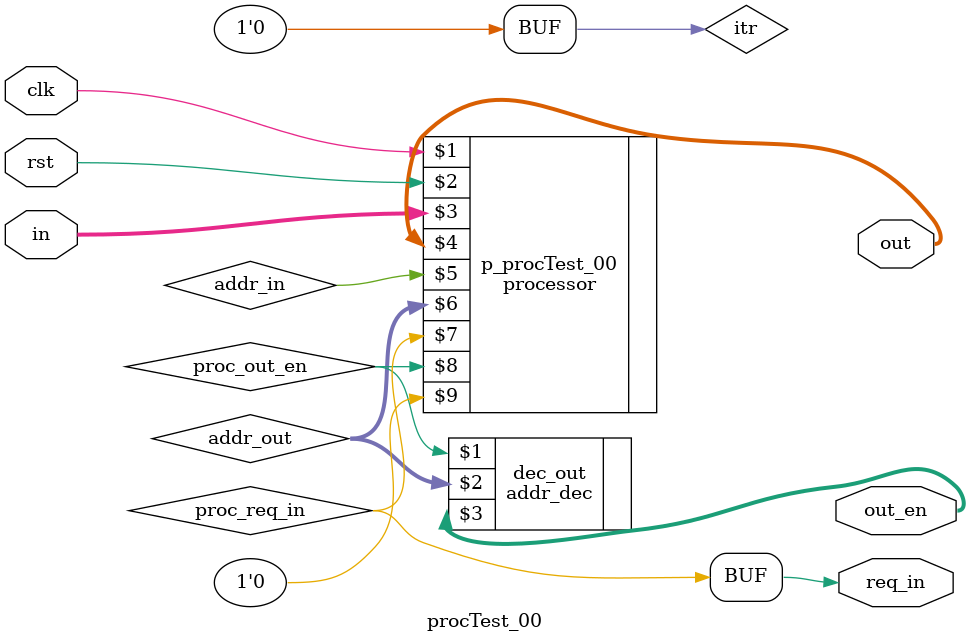
<source format=v>
module procTest_00 (

input  clk, rst,
input  signed [31:0] in ,
output signed [31:0] out,
output [0:0] req_in,
output [6:0] out_en);

wire itr = 1'b0;
wire proc_req_in, proc_out_en;
wire [0:0] addr_in;
wire [2:0] addr_out;

`ifdef __ICARUS__
wire mem_wr;
wire [11:0] mem_addr_wr;
wire [8:0] pc_sim_val;
`endif

processor#(.NUBITS(32),
.NBMANT(23),
.NBEXPO(8),
.NBOPER(12),
.NUGAIN(128),
.MDATAS(2851),
.MINSTS(396),
.SDEPTH(5),
.DDEPTH(5),
.NBIOIN(1),
.NBIOOU(3),
.FFTSIZ(7),
.CAL(1),
.SET(1),
.LOD(1),
.LES(1),
.JIZ(1),
.MLT(1),
.ADD(1),
.LDI(1),
.P_LOD(1),
.ILI(1),
.SET_P(1),
.F_MLT(1),
.SF_SU2(1),
.SF_ADD(1),
.F_SU1(1),
.ISI(1),
.F_ADD(1),
.NEG_M(1),
.GRE(1),
.P_NEG_M(1),
.STI(1),
.P_INN(1),
.I2F(1),
.SF_DIV(1),
.EQU(1),
.SF_MLT(1),
.P_I2F_M(1),
.POP(1),
.F2I(1),
.OUT(1),
.DFILE("C:/Users/Ricardo/Documents/Dissertacao/banco_filtro/procTest_00/Hardware/procTest_00_data.mif"),
.IFILE("C:/Users/Ricardo/Documents/Dissertacao/banco_filtro/procTest_00/Hardware/procTest_00_inst.mif"))

`ifdef __ICARUS__
p_procTest_00 (clk, rst, in, out, addr_in, addr_out, proc_req_in, proc_out_en, itr, mem_wr, mem_addr_wr,pc_sim_val);
`else
p_procTest_00 (clk, rst, in, out, addr_in, addr_out, proc_req_in, proc_out_en, itr);
`endif

assign req_in = proc_req_in;
addr_dec #(7) dec_out(proc_out_en, addr_out, out_en);

// ----------------------------------------------------------------------------
// Simulacao ------------------------------------------------------------------
// ----------------------------------------------------------------------------

`ifdef __ICARUS__

// I/O ------------------------------------------------------------------------

reg signed [31:0] in_sim_0 = 0;
reg req_in_sim_0 = 0;

reg signed [31:0] out_sig_1 = 0;
reg out_en_sim_1 = 0;
reg signed [31:0] out_sig_2 = 0;
reg out_en_sim_2 = 0;
reg signed [31:0] out_sig_3 = 0;
reg out_en_sim_3 = 0;
reg signed [31:0] out_sig_4 = 0;
reg out_en_sim_4 = 0;
reg signed [31:0] out_sig_5 = 0;
reg out_en_sim_5 = 0;
reg signed [31:0] out_sig_6 = 0;
reg out_en_sim_6 = 0;

always @ (*) begin
   if (req_in == 1) in_sim_0 = in;
   req_in_sim_0 = req_in == 1;
end

always @ (*) begin
   if (out_en == 2) out_sig_1 <= out;
   out_en_sim_1 = out_en == 2;
   if (out_en == 4) out_sig_2 <= out;
   out_en_sim_2 = out_en == 4;
   if (out_en == 8) out_sig_3 <= out;
   out_en_sim_3 = out_en == 8;
   if (out_en == 16) out_sig_4 <= out;
   out_en_sim_4 = out_en == 16;
   if (out_en == 32) out_sig_5 <= out;
   out_en_sim_5 = out_en == 32;
   if (out_en == 64) out_sig_6 <= out;
   out_en_sim_6 = out_en == 64;
end

// variaveis ------------------------------------------------------------------

reg [31:0] me1_f_ifft_v_N_e_ = 0;
reg [31:0] me1_f_ifft_v_mmax_e_ = 0;
reg [31:0] me1_f_ifft_v_istep_e_ = 0;
reg [31:0] me1_f_ifft_v_m_e_ = 0;
reg [31:0] me1_f_ifft_v_ind_e_ = 0;
reg [31:0] me1_f_ifft_v_sind_e_ = 0;
reg [31:0] me1_f_ifft_v_k_e_ = 0;
reg [31:0] me1_f_ifft_v_j_e_ = 0;
reg [31:0] me3_f_ifft_v_temp_i_e_ = 31'dx;
reg [31:0] me3_f_ifft_v_temp_e_ = 31'dx;
reg [31:0] me1_f_main_v_sample_count_e_ = 0;
reg [31:0] me1_f_main_v_output_count_e_ = 0;
reg [31:0] me1_f_main_v_M_e_ = 0;
reg [31:0] me1_f_main_v_fft_limit_e_ = 0;
reg [31:0] me1_f_main_v_k_e_ = 0;
reg [31:0] me1_f_main_v_mm_e_ = 0;

always @ (posedge clk) begin
   if (mem_addr_wr == 384 && mem_wr) me1_f_ifft_v_N_e_ <= out;
   if (mem_addr_wr == 386 && mem_wr) me1_f_ifft_v_mmax_e_ <= out;
   if (mem_addr_wr == 388 && mem_wr) me1_f_ifft_v_istep_e_ <= out;
   if (mem_addr_wr == 390 && mem_wr) me1_f_ifft_v_m_e_ <= out;
   if (mem_addr_wr == 391 && mem_wr) me1_f_ifft_v_ind_e_ <= out;
   if (mem_addr_wr == 392 && mem_wr) me1_f_ifft_v_sind_e_ <= out;
   if (mem_addr_wr == 393 && mem_wr) me1_f_ifft_v_k_e_ <= out;
   if (mem_addr_wr == 394 && mem_wr) me1_f_ifft_v_j_e_ <= out;
   if (mem_addr_wr == 399 && mem_wr) me3_f_ifft_v_temp_i_e_ <= out;
   if (mem_addr_wr == 400 && mem_wr) me3_f_ifft_v_temp_e_ <= out;
   if (mem_addr_wr == 401 && mem_wr) me1_f_main_v_sample_count_e_ <= out;
   if (mem_addr_wr == 402 && mem_wr) me1_f_main_v_output_count_e_ <= out;
   if (mem_addr_wr == 2839 && mem_wr) me1_f_main_v_M_e_ <= out;
   if (mem_addr_wr == 2840 && mem_wr) me1_f_main_v_fft_limit_e_ <= out;
   if (mem_addr_wr == 2841 && mem_wr) me1_f_main_v_k_e_ <= out;
   if (mem_addr_wr == 2843 && mem_wr) me1_f_main_v_mm_e_ <= out;
end

wire [16+32*2-1:0] comp_me3_f_ifft_v_temp_e_ = {8'd23, 8'd8, me3_f_ifft_v_temp_e_, me3_f_ifft_v_temp_i_e_};

// arrays ---------------------------------------------------------------------

reg [32-1:0] arr_me3_f_global_v_E0_e_0000=32'b01000000000000000000000000000000;
reg [32-1:0] arr_me3_f_global_v_E0_e_0001=32'b01000000000000000000000000000000;
reg [32-1:0] arr_me3_f_global_v_E0_e_0002=32'b01000000000000000000000000000000;
reg [32-1:0] arr_me3_f_global_v_E0_e_0003=32'b01000000000000000000000000000000;
reg [32-1:0] arr_me3_f_global_v_E0_e_0004=32'b01000000000000000000000000000000;
reg [32-1:0] arr_me3_f_global_v_E0_e_0005=32'b01000000000000000000000000000000;
reg [32-1:0] arr_me3_f_global_v_E0_e_0006=32'b01000000000000000000000000000000;
reg [32-1:0] arr_me3_f_global_v_E0_e_0007=32'b01000000000000000000000000000000;
reg [32-1:0] arr_me3_f_global_v_E0_e_0008=32'b01000000000000000000000000000000;
reg [32-1:0] arr_me3_f_global_v_E0_e_0009=32'b01000000000000000000000000000000;
reg [32-1:0] arr_me3_f_global_v_E0_e_0010=32'b01000000000000000000000000000000;
reg [32-1:0] arr_me3_f_global_v_E0_e_0011=32'b01000000000000000000000000000000;
reg [32-1:0] arr_me3_f_global_v_E0_e_0012=32'b01000000000000000000000000000000;
reg [32-1:0] arr_me3_f_global_v_E0_e_0013=32'b01000000000000000000000000000000;
reg [32-1:0] arr_me3_f_global_v_E0_e_0014=32'b01000000000000000000000000000000;
reg [32-1:0] arr_me3_f_global_v_E0_e_0015=32'b01000000000000000000000000000000;
reg [32-1:0] arr_me3_f_global_v_E0_e_0016=32'b01000000000000000000000000000000;
reg [32-1:0] arr_me3_f_global_v_E0_e_0017=32'b01000000000000000000000000000000;
reg [32-1:0] arr_me3_f_global_v_E0_e_0018=32'b01000000000000000000000000000000;
reg [32-1:0] arr_me3_f_global_v_E0_e_0019=32'b01000000000000000000000000000000;
reg [32-1:0] arr_me3_f_global_v_E0_e_0020=32'b01000000000000000000000000000000;
reg [32-1:0] arr_me3_f_global_v_E0_e_0021=32'b01000000000000000000000000000000;
reg [32-1:0] arr_me3_f_global_v_E0_e_0022=32'b01000000000000000000000000000000;
reg [32-1:0] arr_me3_f_global_v_E0_e_0023=32'b01000000000000000000000000000000;
reg [32-1:0] arr_me3_f_global_v_E0_e_0024=32'b01000000000000000000000000000000;
reg [32-1:0] arr_me3_f_global_v_E0_e_0025=32'b01000000000000000000000000000000;
reg [32-1:0] arr_me3_f_global_v_E0_e_0026=32'b01000000000000000000000000000000;
reg [32-1:0] arr_me3_f_global_v_E0_e_0027=32'b01000000000000000000000000000000;
reg [32-1:0] arr_me3_f_global_v_E0_e_0028=32'b01000000000000000000000000000000;
reg [32-1:0] arr_me3_f_global_v_E0_e_0029=32'b01000000000000000000000000000000;
reg [32-1:0] arr_me3_f_global_v_E0_e_0030=32'b01000000000000000000000000000000;
reg [32-1:0] arr_me3_f_global_v_E0_e_0031=32'b01000000000000000000000000000000;
reg [32-1:0] arr_me3_f_global_v_E0_e_0032=32'b01000000000000000000000000000000;
reg [32-1:0] arr_me3_f_global_v_E0_e_0033=32'b01000000000000000000000000000000;
reg [32-1:0] arr_me3_f_global_v_E0_e_0034=32'b01000000000000000000000000000000;
reg [32-1:0] arr_me3_f_global_v_E0_e_0035=32'b01000000000000000000000000000000;
reg [32-1:0] arr_me3_f_global_v_E0_e_0036=32'b01000000000000000000000000000000;
reg [32-1:0] arr_me3_f_global_v_E0_e_0037=32'b01000000000000000000000000000000;
reg [32-1:0] arr_me3_f_global_v_E0_e_0038=32'b01000000000000000000000000000000;
reg [32-1:0] arr_me3_f_global_v_E0_e_0039=32'b01000000000000000000000000000000;
reg [32-1:0] arr_me3_f_global_v_E0_e_0040=32'b01000000000000000000000000000000;
reg [32-1:0] arr_me3_f_global_v_E0_e_0041=32'b01000000000000000000000000000000;
reg [32-1:0] arr_me3_f_global_v_E0_e_0042=32'b01000000000000000000000000000000;
reg [32-1:0] arr_me3_f_global_v_E0_e_0043=32'b01000000000000000000000000000000;
reg [32-1:0] arr_me3_f_global_v_E0_e_0044=32'b01000000000000000000000000000000;
reg [32-1:0] arr_me3_f_global_v_E0_e_0045=32'b01000000000000000000000000000000;
reg [32-1:0] arr_me3_f_global_v_E0_e_0046=32'b01000000000000000000000000000000;
reg [32-1:0] arr_me3_f_global_v_E0_e_0047=32'b01000000000000000000000000000000;
reg [32-1:0] arr_me3_f_global_v_E0_e_0048=32'b01000000000000000000000000000000;
reg [32-1:0] arr_me3_f_global_v_E0_e_0049=32'b01000000000000000000000000000000;
reg [32-1:0] arr_me3_f_global_v_E0_e_0050=32'b01000000000000000000000000000000;
reg [32-1:0] arr_me3_f_global_v_E0_e_0051=32'b01000000000000000000000000000000;
reg [32-1:0] arr_me3_f_global_v_E0_e_0052=32'b01000000000000000000000000000000;
reg [32-1:0] arr_me3_f_global_v_E0_e_0053=32'b01000000000000000000000000000000;
reg [32-1:0] arr_me3_f_global_v_E0_e_0054=32'b01000000000000000000000000000000;
reg [32-1:0] arr_me3_f_global_v_E0_e_0055=32'b01000000000000000000000000000000;
reg [32-1:0] arr_me3_f_global_v_E0_e_0056=32'b01000000000000000000000000000000;
reg [32-1:0] arr_me3_f_global_v_E0_e_0057=32'b01000000000000000000000000000000;
reg [32-1:0] arr_me3_f_global_v_E0_e_0058=32'b01000000000000000000000000000000;
reg [32-1:0] arr_me3_f_global_v_E0_e_0059=32'b01000000000000000000000000000000;
reg [32-1:0] arr_me3_f_global_v_E0_e_0060=32'b01000000000000000000000000000000;
reg [32-1:0] arr_me3_f_global_v_E0_e_0061=32'b01000000000000000000000000000000;
reg [32-1:0] arr_me3_f_global_v_E0_e_0062=32'b01000000000000000000000000000000;
reg [32-1:0] arr_me3_f_global_v_E0_e_0063=32'b01000000000000000000000000000000;
reg [32-1:0] arr_me3_f_global_v_E0_e_0064=32'b01000000000000000000000000000000;
reg [32-1:0] arr_me3_f_global_v_E0_e_0065=32'b01000000000000000000000000000000;
reg [32-1:0] arr_me3_f_global_v_E0_e_0066=32'b01000000000000000000000000000000;
reg [32-1:0] arr_me3_f_global_v_E0_e_0067=32'b01000000000000000000000000000000;
reg [32-1:0] arr_me3_f_global_v_E0_e_0068=32'b01000000000000000000000000000000;
reg [32-1:0] arr_me3_f_global_v_E0_e_0069=32'b01000000000000000000000000000000;
reg [32-1:0] arr_me3_f_global_v_E0_e_0070=32'b01000000000000000000000000000000;
reg [32-1:0] arr_me3_f_global_v_E0_e_0071=32'b01000000000000000000000000000000;
reg [32-1:0] arr_me3_f_global_v_E0_e_0072=32'b01000000000000000000000000000000;
reg [32-1:0] arr_me3_f_global_v_E0_e_0073=32'b01000000000000000000000000000000;
reg [32-1:0] arr_me3_f_global_v_E0_e_0074=32'b01000000000000000000000000000000;
reg [32-1:0] arr_me3_f_global_v_E0_e_0075=32'b01000000000000000000000000000000;
reg [32-1:0] arr_me3_f_global_v_E0_e_0076=32'b01000000000000000000000000000000;
reg [32-1:0] arr_me3_f_global_v_E0_e_0077=32'b01000000000000000000000000000000;
reg [32-1:0] arr_me3_f_global_v_E0_e_0078=32'b01000000000000000000000000000000;
reg [32-1:0] arr_me3_f_global_v_E0_e_0079=32'b01000000000000000000000000000000;
reg [32-1:0] arr_me3_f_global_v_E0_e_0080=32'b01000000000000000000000000000000;
reg [32-1:0] arr_me3_f_global_v_E0_e_0081=32'b01000000000000000000000000000000;
reg [32-1:0] arr_me3_f_global_v_E0_e_0082=32'b01000000000000000000000000000000;
reg [32-1:0] arr_me3_f_global_v_E0_e_0083=32'b01000000000000000000000000000000;
reg [32-1:0] arr_me3_f_global_v_E0_e_0084=32'b01000000000000000000000000000000;
reg [32-1:0] arr_me3_f_global_v_E0_e_0085=32'b01000000000000000000000000000000;
reg [32-1:0] arr_me3_f_global_v_E0_e_0086=32'b01000000000000000000000000000000;
reg [32-1:0] arr_me3_f_global_v_E0_e_0087=32'b01000000000000000000000000000000;
reg [32-1:0] arr_me3_f_global_v_E0_e_0088=32'b01000000000000000000000000000000;
reg [32-1:0] arr_me3_f_global_v_E0_e_0089=32'b01000000000000000000000000000000;
reg [32-1:0] arr_me3_f_global_v_E0_e_0090=32'b01000000000000000000000000000000;
reg [32-1:0] arr_me3_f_global_v_E0_e_0091=32'b01000000000000000000000000000000;
reg [32-1:0] arr_me3_f_global_v_E0_e_0092=32'b01000000000000000000000000000000;
reg [32-1:0] arr_me3_f_global_v_E0_e_0093=32'b01000000000000000000000000000000;
reg [32-1:0] arr_me3_f_global_v_E0_e_0094=32'b01000000000000000000000000000000;
reg [32-1:0] arr_me3_f_global_v_E0_e_0095=32'b01000000000000000000000000000000;
reg [32-1:0] arr_me3_f_global_v_E0_e_0096=32'b01000000000000000000000000000000;
reg [32-1:0] arr_me3_f_global_v_E0_e_0097=32'b01000000000000000000000000000000;
reg [32-1:0] arr_me3_f_global_v_E0_e_0098=32'b01000000000000000000000000000000;
reg [32-1:0] arr_me3_f_global_v_E0_e_0099=32'b01000000000000000000000000000000;
reg [32-1:0] arr_me3_f_global_v_E0_e_0100=32'b01000000000000000000000000000000;
reg [32-1:0] arr_me3_f_global_v_E0_e_0101=32'b01000000000000000000000000000000;
reg [32-1:0] arr_me3_f_global_v_E0_e_0102=32'b01000000000000000000000000000000;
reg [32-1:0] arr_me3_f_global_v_E0_e_0103=32'b01000000000000000000000000000000;
reg [32-1:0] arr_me3_f_global_v_E0_e_0104=32'b01000000000000000000000000000000;
reg [32-1:0] arr_me3_f_global_v_E0_e_0105=32'b01000000000000000000000000000000;
reg [32-1:0] arr_me3_f_global_v_E0_e_0106=32'b01000000000000000000000000000000;
reg [32-1:0] arr_me3_f_global_v_E0_e_0107=32'b01000000000000000000000000000000;
reg [32-1:0] arr_me3_f_global_v_E0_e_0108=32'b01000000000000000000000000000000;
reg [32-1:0] arr_me3_f_global_v_E0_e_0109=32'b01000000000000000000000000000000;
reg [32-1:0] arr_me3_f_global_v_E0_e_0110=32'b01000000000000000000000000000000;
reg [32-1:0] arr_me3_f_global_v_E0_e_0111=32'b01000000000000000000000000000000;
reg [32-1:0] arr_me3_f_global_v_E0_e_0112=32'b01000000000000000000000000000000;
reg [32-1:0] arr_me3_f_global_v_E0_e_0113=32'b01000000000000000000000000000000;
reg [32-1:0] arr_me3_f_global_v_E0_e_0114=32'b01000000000000000000000000000000;
reg [32-1:0] arr_me3_f_global_v_E0_e_0115=32'b01000000000000000000000000000000;
reg [32-1:0] arr_me3_f_global_v_E0_e_0116=32'b01000000000000000000000000000000;
reg [32-1:0] arr_me3_f_global_v_E0_e_0117=32'b01000000000000000000000000000000;
reg [32-1:0] arr_me3_f_global_v_E0_e_0118=32'b01000000000000000000000000000000;
reg [32-1:0] arr_me3_f_global_v_E0_e_0119=32'b01000000000000000000000000000000;
reg [32-1:0] arr_me3_f_global_v_E0_e_0120=32'b01000000000000000000000000000000;
reg [32-1:0] arr_me3_f_global_v_E0_e_0121=32'b01000000000000000000000000000000;
reg [32-1:0] arr_me3_f_global_v_E0_e_0122=32'b01000000000000000000000000000000;
reg [32-1:0] arr_me3_f_global_v_E0_e_0123=32'b01000000000000000000000000000000;
reg [32-1:0] arr_me3_f_global_v_E0_e_0124=32'b01000000000000000000000000000000;
reg [32-1:0] arr_me3_f_global_v_E0_e_0125=32'b01000000000000000000000000000000;
reg [32-1:0] arr_me3_f_global_v_E0_e_0126=32'b01000000000000000000000000000000;
reg [32-1:0] arr_me3_f_global_v_E0_e_0127=32'b01000000000000000000000000000000;
reg [32-1:0] arr_me3_f_global_v_E0_i_e_0000=32'b01000000000000000000000000000000;
reg [32-1:0] arr_me3_f_global_v_E0_i_e_0001=32'b01000000000000000000000000000000;
reg [32-1:0] arr_me3_f_global_v_E0_i_e_0002=32'b01000000000000000000000000000000;
reg [32-1:0] arr_me3_f_global_v_E0_i_e_0003=32'b01000000000000000000000000000000;
reg [32-1:0] arr_me3_f_global_v_E0_i_e_0004=32'b01000000000000000000000000000000;
reg [32-1:0] arr_me3_f_global_v_E0_i_e_0005=32'b01000000000000000000000000000000;
reg [32-1:0] arr_me3_f_global_v_E0_i_e_0006=32'b01000000000000000000000000000000;
reg [32-1:0] arr_me3_f_global_v_E0_i_e_0007=32'b01000000000000000000000000000000;
reg [32-1:0] arr_me3_f_global_v_E0_i_e_0008=32'b01000000000000000000000000000000;
reg [32-1:0] arr_me3_f_global_v_E0_i_e_0009=32'b01000000000000000000000000000000;
reg [32-1:0] arr_me3_f_global_v_E0_i_e_0010=32'b01000000000000000000000000000000;
reg [32-1:0] arr_me3_f_global_v_E0_i_e_0011=32'b01000000000000000000000000000000;
reg [32-1:0] arr_me3_f_global_v_E0_i_e_0012=32'b01000000000000000000000000000000;
reg [32-1:0] arr_me3_f_global_v_E0_i_e_0013=32'b01000000000000000000000000000000;
reg [32-1:0] arr_me3_f_global_v_E0_i_e_0014=32'b01000000000000000000000000000000;
reg [32-1:0] arr_me3_f_global_v_E0_i_e_0015=32'b01000000000000000000000000000000;
reg [32-1:0] arr_me3_f_global_v_E0_i_e_0016=32'b01000000000000000000000000000000;
reg [32-1:0] arr_me3_f_global_v_E0_i_e_0017=32'b01000000000000000000000000000000;
reg [32-1:0] arr_me3_f_global_v_E0_i_e_0018=32'b01000000000000000000000000000000;
reg [32-1:0] arr_me3_f_global_v_E0_i_e_0019=32'b01000000000000000000000000000000;
reg [32-1:0] arr_me3_f_global_v_E0_i_e_0020=32'b01000000000000000000000000000000;
reg [32-1:0] arr_me3_f_global_v_E0_i_e_0021=32'b01000000000000000000000000000000;
reg [32-1:0] arr_me3_f_global_v_E0_i_e_0022=32'b01000000000000000000000000000000;
reg [32-1:0] arr_me3_f_global_v_E0_i_e_0023=32'b01000000000000000000000000000000;
reg [32-1:0] arr_me3_f_global_v_E0_i_e_0024=32'b01000000000000000000000000000000;
reg [32-1:0] arr_me3_f_global_v_E0_i_e_0025=32'b01000000000000000000000000000000;
reg [32-1:0] arr_me3_f_global_v_E0_i_e_0026=32'b01000000000000000000000000000000;
reg [32-1:0] arr_me3_f_global_v_E0_i_e_0027=32'b01000000000000000000000000000000;
reg [32-1:0] arr_me3_f_global_v_E0_i_e_0028=32'b01000000000000000000000000000000;
reg [32-1:0] arr_me3_f_global_v_E0_i_e_0029=32'b01000000000000000000000000000000;
reg [32-1:0] arr_me3_f_global_v_E0_i_e_0030=32'b01000000000000000000000000000000;
reg [32-1:0] arr_me3_f_global_v_E0_i_e_0031=32'b01000000000000000000000000000000;
reg [32-1:0] arr_me3_f_global_v_E0_i_e_0032=32'b01000000000000000000000000000000;
reg [32-1:0] arr_me3_f_global_v_E0_i_e_0033=32'b01000000000000000000000000000000;
reg [32-1:0] arr_me3_f_global_v_E0_i_e_0034=32'b01000000000000000000000000000000;
reg [32-1:0] arr_me3_f_global_v_E0_i_e_0035=32'b01000000000000000000000000000000;
reg [32-1:0] arr_me3_f_global_v_E0_i_e_0036=32'b01000000000000000000000000000000;
reg [32-1:0] arr_me3_f_global_v_E0_i_e_0037=32'b01000000000000000000000000000000;
reg [32-1:0] arr_me3_f_global_v_E0_i_e_0038=32'b01000000000000000000000000000000;
reg [32-1:0] arr_me3_f_global_v_E0_i_e_0039=32'b01000000000000000000000000000000;
reg [32-1:0] arr_me3_f_global_v_E0_i_e_0040=32'b01000000000000000000000000000000;
reg [32-1:0] arr_me3_f_global_v_E0_i_e_0041=32'b01000000000000000000000000000000;
reg [32-1:0] arr_me3_f_global_v_E0_i_e_0042=32'b01000000000000000000000000000000;
reg [32-1:0] arr_me3_f_global_v_E0_i_e_0043=32'b01000000000000000000000000000000;
reg [32-1:0] arr_me3_f_global_v_E0_i_e_0044=32'b01000000000000000000000000000000;
reg [32-1:0] arr_me3_f_global_v_E0_i_e_0045=32'b01000000000000000000000000000000;
reg [32-1:0] arr_me3_f_global_v_E0_i_e_0046=32'b01000000000000000000000000000000;
reg [32-1:0] arr_me3_f_global_v_E0_i_e_0047=32'b01000000000000000000000000000000;
reg [32-1:0] arr_me3_f_global_v_E0_i_e_0048=32'b01000000000000000000000000000000;
reg [32-1:0] arr_me3_f_global_v_E0_i_e_0049=32'b01000000000000000000000000000000;
reg [32-1:0] arr_me3_f_global_v_E0_i_e_0050=32'b01000000000000000000000000000000;
reg [32-1:0] arr_me3_f_global_v_E0_i_e_0051=32'b01000000000000000000000000000000;
reg [32-1:0] arr_me3_f_global_v_E0_i_e_0052=32'b01000000000000000000000000000000;
reg [32-1:0] arr_me3_f_global_v_E0_i_e_0053=32'b01000000000000000000000000000000;
reg [32-1:0] arr_me3_f_global_v_E0_i_e_0054=32'b01000000000000000000000000000000;
reg [32-1:0] arr_me3_f_global_v_E0_i_e_0055=32'b01000000000000000000000000000000;
reg [32-1:0] arr_me3_f_global_v_E0_i_e_0056=32'b01000000000000000000000000000000;
reg [32-1:0] arr_me3_f_global_v_E0_i_e_0057=32'b01000000000000000000000000000000;
reg [32-1:0] arr_me3_f_global_v_E0_i_e_0058=32'b01000000000000000000000000000000;
reg [32-1:0] arr_me3_f_global_v_E0_i_e_0059=32'b01000000000000000000000000000000;
reg [32-1:0] arr_me3_f_global_v_E0_i_e_0060=32'b01000000000000000000000000000000;
reg [32-1:0] arr_me3_f_global_v_E0_i_e_0061=32'b01000000000000000000000000000000;
reg [32-1:0] arr_me3_f_global_v_E0_i_e_0062=32'b01000000000000000000000000000000;
reg [32-1:0] arr_me3_f_global_v_E0_i_e_0063=32'b01000000000000000000000000000000;
reg [32-1:0] arr_me3_f_global_v_E0_i_e_0064=32'b01000000000000000000000000000000;
reg [32-1:0] arr_me3_f_global_v_E0_i_e_0065=32'b01000000000000000000000000000000;
reg [32-1:0] arr_me3_f_global_v_E0_i_e_0066=32'b01000000000000000000000000000000;
reg [32-1:0] arr_me3_f_global_v_E0_i_e_0067=32'b01000000000000000000000000000000;
reg [32-1:0] arr_me3_f_global_v_E0_i_e_0068=32'b01000000000000000000000000000000;
reg [32-1:0] arr_me3_f_global_v_E0_i_e_0069=32'b01000000000000000000000000000000;
reg [32-1:0] arr_me3_f_global_v_E0_i_e_0070=32'b01000000000000000000000000000000;
reg [32-1:0] arr_me3_f_global_v_E0_i_e_0071=32'b01000000000000000000000000000000;
reg [32-1:0] arr_me3_f_global_v_E0_i_e_0072=32'b01000000000000000000000000000000;
reg [32-1:0] arr_me3_f_global_v_E0_i_e_0073=32'b01000000000000000000000000000000;
reg [32-1:0] arr_me3_f_global_v_E0_i_e_0074=32'b01000000000000000000000000000000;
reg [32-1:0] arr_me3_f_global_v_E0_i_e_0075=32'b01000000000000000000000000000000;
reg [32-1:0] arr_me3_f_global_v_E0_i_e_0076=32'b01000000000000000000000000000000;
reg [32-1:0] arr_me3_f_global_v_E0_i_e_0077=32'b01000000000000000000000000000000;
reg [32-1:0] arr_me3_f_global_v_E0_i_e_0078=32'b01000000000000000000000000000000;
reg [32-1:0] arr_me3_f_global_v_E0_i_e_0079=32'b01000000000000000000000000000000;
reg [32-1:0] arr_me3_f_global_v_E0_i_e_0080=32'b01000000000000000000000000000000;
reg [32-1:0] arr_me3_f_global_v_E0_i_e_0081=32'b01000000000000000000000000000000;
reg [32-1:0] arr_me3_f_global_v_E0_i_e_0082=32'b01000000000000000000000000000000;
reg [32-1:0] arr_me3_f_global_v_E0_i_e_0083=32'b01000000000000000000000000000000;
reg [32-1:0] arr_me3_f_global_v_E0_i_e_0084=32'b01000000000000000000000000000000;
reg [32-1:0] arr_me3_f_global_v_E0_i_e_0085=32'b01000000000000000000000000000000;
reg [32-1:0] arr_me3_f_global_v_E0_i_e_0086=32'b01000000000000000000000000000000;
reg [32-1:0] arr_me3_f_global_v_E0_i_e_0087=32'b01000000000000000000000000000000;
reg [32-1:0] arr_me3_f_global_v_E0_i_e_0088=32'b01000000000000000000000000000000;
reg [32-1:0] arr_me3_f_global_v_E0_i_e_0089=32'b01000000000000000000000000000000;
reg [32-1:0] arr_me3_f_global_v_E0_i_e_0090=32'b01000000000000000000000000000000;
reg [32-1:0] arr_me3_f_global_v_E0_i_e_0091=32'b01000000000000000000000000000000;
reg [32-1:0] arr_me3_f_global_v_E0_i_e_0092=32'b01000000000000000000000000000000;
reg [32-1:0] arr_me3_f_global_v_E0_i_e_0093=32'b01000000000000000000000000000000;
reg [32-1:0] arr_me3_f_global_v_E0_i_e_0094=32'b01000000000000000000000000000000;
reg [32-1:0] arr_me3_f_global_v_E0_i_e_0095=32'b01000000000000000000000000000000;
reg [32-1:0] arr_me3_f_global_v_E0_i_e_0096=32'b01000000000000000000000000000000;
reg [32-1:0] arr_me3_f_global_v_E0_i_e_0097=32'b01000000000000000000000000000000;
reg [32-1:0] arr_me3_f_global_v_E0_i_e_0098=32'b01000000000000000000000000000000;
reg [32-1:0] arr_me3_f_global_v_E0_i_e_0099=32'b01000000000000000000000000000000;
reg [32-1:0] arr_me3_f_global_v_E0_i_e_0100=32'b01000000000000000000000000000000;
reg [32-1:0] arr_me3_f_global_v_E0_i_e_0101=32'b01000000000000000000000000000000;
reg [32-1:0] arr_me3_f_global_v_E0_i_e_0102=32'b01000000000000000000000000000000;
reg [32-1:0] arr_me3_f_global_v_E0_i_e_0103=32'b01000000000000000000000000000000;
reg [32-1:0] arr_me3_f_global_v_E0_i_e_0104=32'b01000000000000000000000000000000;
reg [32-1:0] arr_me3_f_global_v_E0_i_e_0105=32'b01000000000000000000000000000000;
reg [32-1:0] arr_me3_f_global_v_E0_i_e_0106=32'b01000000000000000000000000000000;
reg [32-1:0] arr_me3_f_global_v_E0_i_e_0107=32'b01000000000000000000000000000000;
reg [32-1:0] arr_me3_f_global_v_E0_i_e_0108=32'b01000000000000000000000000000000;
reg [32-1:0] arr_me3_f_global_v_E0_i_e_0109=32'b01000000000000000000000000000000;
reg [32-1:0] arr_me3_f_global_v_E0_i_e_0110=32'b01000000000000000000000000000000;
reg [32-1:0] arr_me3_f_global_v_E0_i_e_0111=32'b01000000000000000000000000000000;
reg [32-1:0] arr_me3_f_global_v_E0_i_e_0112=32'b01000000000000000000000000000000;
reg [32-1:0] arr_me3_f_global_v_E0_i_e_0113=32'b01000000000000000000000000000000;
reg [32-1:0] arr_me3_f_global_v_E0_i_e_0114=32'b01000000000000000000000000000000;
reg [32-1:0] arr_me3_f_global_v_E0_i_e_0115=32'b01000000000000000000000000000000;
reg [32-1:0] arr_me3_f_global_v_E0_i_e_0116=32'b01000000000000000000000000000000;
reg [32-1:0] arr_me3_f_global_v_E0_i_e_0117=32'b01000000000000000000000000000000;
reg [32-1:0] arr_me3_f_global_v_E0_i_e_0118=32'b01000000000000000000000000000000;
reg [32-1:0] arr_me3_f_global_v_E0_i_e_0119=32'b01000000000000000000000000000000;
reg [32-1:0] arr_me3_f_global_v_E0_i_e_0120=32'b01000000000000000000000000000000;
reg [32-1:0] arr_me3_f_global_v_E0_i_e_0121=32'b01000000000000000000000000000000;
reg [32-1:0] arr_me3_f_global_v_E0_i_e_0122=32'b01000000000000000000000000000000;
reg [32-1:0] arr_me3_f_global_v_E0_i_e_0123=32'b01000000000000000000000000000000;
reg [32-1:0] arr_me3_f_global_v_E0_i_e_0124=32'b01000000000000000000000000000000;
reg [32-1:0] arr_me3_f_global_v_E0_i_e_0125=32'b01000000000000000000000000000000;
reg [32-1:0] arr_me3_f_global_v_E0_i_e_0126=32'b01000000000000000000000000000000;
reg [32-1:0] arr_me3_f_global_v_E0_i_e_0127=32'b01000000000000000000000000000000;
reg [32-1:0] arr_me3_f_global_v_wpv_e_0000=32'b01110101010000000000000000000000;
reg [32-1:0] arr_me3_f_global_v_wpv_e_0001=32'b01110100111111111101100010001000;
reg [32-1:0] arr_me3_f_global_v_wpv_e_0002=32'b01110100111111110110001000110111;
reg [32-1:0] arr_me3_f_global_v_wpv_e_0003=32'b01110100111111101001110101010110;
reg [32-1:0] arr_me3_f_global_v_wpv_e_0004=32'b01110100111111011000101001011111;
reg [32-1:0] arr_me3_f_global_v_wpv_e_0005=32'b01110100111111000010100111111100;
reg [32-1:0] arr_me3_f_global_v_wpv_e_0006=32'b01110100111110100111110100000110;
reg [32-1:0] arr_me3_f_global_v_wpv_e_0007=32'b01110100111110001000010010000100;
reg [32-1:0] arr_me3_f_global_v_wpv_e_0008=32'b01110100111101100100000110101111;
reg [32-1:0] arr_me3_f_global_v_wpv_e_0009=32'b01110100111100111011010111101100;
reg [32-1:0] arr_me3_f_global_v_wpv_e_0010=32'b01110100111100001110001011001100;
reg [32-1:0] arr_me3_f_global_v_wpv_e_0011=32'b01110100111011011100101000001101;
reg [32-1:0] arr_me3_f_global_v_wpv_e_0012=32'b01110100111010100110110110011001;
reg [32-1:0] arr_me3_f_global_v_wpv_e_0013=32'b01110100111001101100111110000001;
reg [32-1:0] arr_me3_f_global_v_wpv_e_0014=32'b01110100111000101111001000000010;
reg [32-1:0] arr_me3_f_global_v_wpv_e_0015=32'b01110100110111101101011101111101;
reg [32-1:0] arr_me3_f_global_v_wpv_e_0016=32'b01110100110110101000001001111010;
reg [32-1:0] arr_me3_f_global_v_wpv_e_0017=32'b01110100110101011111010110100101;
reg [32-1:0] arr_me3_f_global_v_wpv_e_0018=32'b01110100110100010011001111001101;
reg [32-1:0] arr_me3_f_global_v_wpv_e_0019=32'b01110100110011000011111111100000;
reg [32-1:0] arr_me3_f_global_v_wpv_e_0020=32'b01110100110001110001110011101101;
reg [32-1:0] arr_me3_f_global_v_wpv_e_0021=32'b01110100110000011100111000011111;
reg [32-1:0] arr_me3_f_global_v_wpv_e_0022=32'b01110100011110001010110101110101;
reg [32-1:0] arr_me3_f_global_v_wpv_e_0023=32'b01110100011011010111010001000000;
reg [32-1:0] arr_me3_f_global_v_wpv_e_0024=32'b01110100011000011111011110001011;
reg [32-1:0] arr_me3_f_global_v_wpv_e_0025=32'b01110100010101100011111001101010;
reg [32-1:0] arr_me3_f_global_v_wpv_e_0026=32'b01110100010010100101000000011001;
reg [32-1:0] arr_me3_f_global_v_wpv_e_0027=32'b01110011111111000110011111100110;
reg [32-1:0] arr_me3_f_global_v_wpv_e_0028=32'b01110011111000111110001011100001;
reg [32-1:0] arr_me3_f_global_v_wpv_e_0029=32'b01110011110010110010000001000010;
reg [32-1:0] arr_me3_f_global_v_wpv_e_0030=32'b01110011011001000101111010011011;
reg [32-1:0] arr_me3_f_global_v_wpv_e_0031=32'b01110010111001000111110110011000;
reg [32-1:0] arr_me3_f_global_v_wpv_e_0032=32'b01000000000000000000000000000000;
reg [32-1:0] arr_me3_f_global_v_wpv_e_0033=32'b11110010111001000111110110011000;
reg [32-1:0] arr_me3_f_global_v_wpv_e_0034=32'b11110011011001000101111010011011;
reg [32-1:0] arr_me3_f_global_v_wpv_e_0035=32'b11110011110010110010000001000010;
reg [32-1:0] arr_me3_f_global_v_wpv_e_0036=32'b11110011111000111110001011100001;
reg [32-1:0] arr_me3_f_global_v_wpv_e_0037=32'b11110011111111000110011111100110;
reg [32-1:0] arr_me3_f_global_v_wpv_e_0038=32'b11110100010010100101000000011001;
reg [32-1:0] arr_me3_f_global_v_wpv_e_0039=32'b11110100010101100011111001101010;
reg [32-1:0] arr_me3_f_global_v_wpv_e_0040=32'b11110100011000011111011110001011;
reg [32-1:0] arr_me3_f_global_v_wpv_e_0041=32'b11110100011011010111010001000000;
reg [32-1:0] arr_me3_f_global_v_wpv_e_0042=32'b11110100011110001010110101110101;
reg [32-1:0] arr_me3_f_global_v_wpv_e_0043=32'b11110100110000011100111000011111;
reg [32-1:0] arr_me3_f_global_v_wpv_e_0044=32'b11110100110001110001110011101101;
reg [32-1:0] arr_me3_f_global_v_wpv_e_0045=32'b11110100110011000011111111100000;
reg [32-1:0] arr_me3_f_global_v_wpv_e_0046=32'b11110100110100010011001111001101;
reg [32-1:0] arr_me3_f_global_v_wpv_e_0047=32'b11110100110101011111010110100101;
reg [32-1:0] arr_me3_f_global_v_wpv_e_0048=32'b11110100110110101000001001111010;
reg [32-1:0] arr_me3_f_global_v_wpv_e_0049=32'b11110100110111101101011101111101;
reg [32-1:0] arr_me3_f_global_v_wpv_e_0050=32'b11110100111000101111001000000010;
reg [32-1:0] arr_me3_f_global_v_wpv_e_0051=32'b11110100111001101100111110000001;
reg [32-1:0] arr_me3_f_global_v_wpv_e_0052=32'b11110100111010100110110110011001;
reg [32-1:0] arr_me3_f_global_v_wpv_e_0053=32'b11110100111011011100101000001101;
reg [32-1:0] arr_me3_f_global_v_wpv_e_0054=32'b11110100111100001110001011001100;
reg [32-1:0] arr_me3_f_global_v_wpv_e_0055=32'b11110100111100111011010111101100;
reg [32-1:0] arr_me3_f_global_v_wpv_e_0056=32'b11110100111101100100000110101111;
reg [32-1:0] arr_me3_f_global_v_wpv_e_0057=32'b11110100111110001000010010000100;
reg [32-1:0] arr_me3_f_global_v_wpv_e_0058=32'b11110100111110100111110100000110;
reg [32-1:0] arr_me3_f_global_v_wpv_e_0059=32'b11110100111111000010100111111100;
reg [32-1:0] arr_me3_f_global_v_wpv_e_0060=32'b11110100111111011000101001011111;
reg [32-1:0] arr_me3_f_global_v_wpv_e_0061=32'b11110100111111101001110101010110;
reg [32-1:0] arr_me3_f_global_v_wpv_e_0062=32'b11110100111111110110001000110111;
reg [32-1:0] arr_me3_f_global_v_wpv_e_0063=32'b11110100111111111101100010001000;
reg [32-1:0] arr_me3_f_global_v_wpv_i_e_0000=32'b01000000000000000000000000000000;
reg [32-1:0] arr_me3_f_global_v_wpv_i_e_0001=32'b01110010111001000111110110011000;
reg [32-1:0] arr_me3_f_global_v_wpv_i_e_0002=32'b01110011011001000101111010011011;
reg [32-1:0] arr_me3_f_global_v_wpv_i_e_0003=32'b01110011110010110010000001000010;
reg [32-1:0] arr_me3_f_global_v_wpv_i_e_0004=32'b01110011111000111110001011100001;
reg [32-1:0] arr_me3_f_global_v_wpv_i_e_0005=32'b01110011111111000110011111100110;
reg [32-1:0] arr_me3_f_global_v_wpv_i_e_0006=32'b01110100010010100101000000011001;
reg [32-1:0] arr_me3_f_global_v_wpv_i_e_0007=32'b01110100010101100011111001101010;
reg [32-1:0] arr_me3_f_global_v_wpv_i_e_0008=32'b01110100011000011111011110001011;
reg [32-1:0] arr_me3_f_global_v_wpv_i_e_0009=32'b01110100011011010111010001000000;
reg [32-1:0] arr_me3_f_global_v_wpv_i_e_0010=32'b01110100011110001010110101110101;
reg [32-1:0] arr_me3_f_global_v_wpv_i_e_0011=32'b01110100110000011100111000011111;
reg [32-1:0] arr_me3_f_global_v_wpv_i_e_0012=32'b01110100110001110001110011101101;
reg [32-1:0] arr_me3_f_global_v_wpv_i_e_0013=32'b01110100110011000011111111100000;
reg [32-1:0] arr_me3_f_global_v_wpv_i_e_0014=32'b01110100110100010011001111001101;
reg [32-1:0] arr_me3_f_global_v_wpv_i_e_0015=32'b01110100110101011111010110100101;
reg [32-1:0] arr_me3_f_global_v_wpv_i_e_0016=32'b01110100110110101000001001111010;
reg [32-1:0] arr_me3_f_global_v_wpv_i_e_0017=32'b01110100110111101101011101111101;
reg [32-1:0] arr_me3_f_global_v_wpv_i_e_0018=32'b01110100111000101111001000000010;
reg [32-1:0] arr_me3_f_global_v_wpv_i_e_0019=32'b01110100111001101100111110000001;
reg [32-1:0] arr_me3_f_global_v_wpv_i_e_0020=32'b01110100111010100110110110011001;
reg [32-1:0] arr_me3_f_global_v_wpv_i_e_0021=32'b01110100111011011100101000001101;
reg [32-1:0] arr_me3_f_global_v_wpv_i_e_0022=32'b01110100111100001110001011001100;
reg [32-1:0] arr_me3_f_global_v_wpv_i_e_0023=32'b01110100111100111011010111101100;
reg [32-1:0] arr_me3_f_global_v_wpv_i_e_0024=32'b01110100111101100100000110101111;
reg [32-1:0] arr_me3_f_global_v_wpv_i_e_0025=32'b01110100111110001000010010000100;
reg [32-1:0] arr_me3_f_global_v_wpv_i_e_0026=32'b01110100111110100111110100000110;
reg [32-1:0] arr_me3_f_global_v_wpv_i_e_0027=32'b01110100111111000010100111111100;
reg [32-1:0] arr_me3_f_global_v_wpv_i_e_0028=32'b01110100111111011000101001011111;
reg [32-1:0] arr_me3_f_global_v_wpv_i_e_0029=32'b01110100111111101001110101010110;
reg [32-1:0] arr_me3_f_global_v_wpv_i_e_0030=32'b01110100111111110110001000110111;
reg [32-1:0] arr_me3_f_global_v_wpv_i_e_0031=32'b01110100111111111101100010001000;
reg [32-1:0] arr_me3_f_global_v_wpv_i_e_0032=32'b01110101010000000000000000000000;
reg [32-1:0] arr_me3_f_global_v_wpv_i_e_0033=32'b01110100111111111101100010001000;
reg [32-1:0] arr_me3_f_global_v_wpv_i_e_0034=32'b01110100111111110110001000110111;
reg [32-1:0] arr_me3_f_global_v_wpv_i_e_0035=32'b01110100111111101001110101010110;
reg [32-1:0] arr_me3_f_global_v_wpv_i_e_0036=32'b01110100111111011000101001011111;
reg [32-1:0] arr_me3_f_global_v_wpv_i_e_0037=32'b01110100111111000010100111111100;
reg [32-1:0] arr_me3_f_global_v_wpv_i_e_0038=32'b01110100111110100111110100000110;
reg [32-1:0] arr_me3_f_global_v_wpv_i_e_0039=32'b01110100111110001000010010000100;
reg [32-1:0] arr_me3_f_global_v_wpv_i_e_0040=32'b01110100111101100100000110101111;
reg [32-1:0] arr_me3_f_global_v_wpv_i_e_0041=32'b01110100111100111011010111101100;
reg [32-1:0] arr_me3_f_global_v_wpv_i_e_0042=32'b01110100111100001110001011001100;
reg [32-1:0] arr_me3_f_global_v_wpv_i_e_0043=32'b01110100111011011100101000001101;
reg [32-1:0] arr_me3_f_global_v_wpv_i_e_0044=32'b01110100111010100110110110011001;
reg [32-1:0] arr_me3_f_global_v_wpv_i_e_0045=32'b01110100111001101100111110000001;
reg [32-1:0] arr_me3_f_global_v_wpv_i_e_0046=32'b01110100111000101111001000000010;
reg [32-1:0] arr_me3_f_global_v_wpv_i_e_0047=32'b01110100110111101101011101111101;
reg [32-1:0] arr_me3_f_global_v_wpv_i_e_0048=32'b01110100110110101000001001111010;
reg [32-1:0] arr_me3_f_global_v_wpv_i_e_0049=32'b01110100110101011111010110100101;
reg [32-1:0] arr_me3_f_global_v_wpv_i_e_0050=32'b01110100110100010011001111001101;
reg [32-1:0] arr_me3_f_global_v_wpv_i_e_0051=32'b01110100110011000011111111100000;
reg [32-1:0] arr_me3_f_global_v_wpv_i_e_0052=32'b01110100110001110001110011101101;
reg [32-1:0] arr_me3_f_global_v_wpv_i_e_0053=32'b01110100110000011100111000011111;
reg [32-1:0] arr_me3_f_global_v_wpv_i_e_0054=32'b01110100011110001010110101110101;
reg [32-1:0] arr_me3_f_global_v_wpv_i_e_0055=32'b01110100011011010111010001000000;
reg [32-1:0] arr_me3_f_global_v_wpv_i_e_0056=32'b01110100011000011111011110001011;
reg [32-1:0] arr_me3_f_global_v_wpv_i_e_0057=32'b01110100010101100011111001101010;
reg [32-1:0] arr_me3_f_global_v_wpv_i_e_0058=32'b01110100010010100101000000011001;
reg [32-1:0] arr_me3_f_global_v_wpv_i_e_0059=32'b01110011111111000110011111100110;
reg [32-1:0] arr_me3_f_global_v_wpv_i_e_0060=32'b01110011111000111110001011100001;
reg [32-1:0] arr_me3_f_global_v_wpv_i_e_0061=32'b01110011110010110010000001000010;
reg [32-1:0] arr_me3_f_global_v_wpv_i_e_0062=32'b01110011011001000101111010011011;
reg [32-1:0] arr_me3_f_global_v_wpv_i_e_0063=32'b01110010111001000111110110011000;
integer sm_me2; always @ (*) sm_me2 = (out[31]) ? -out[22:0] : out[22:0];
integer  e_me2; always @ (*)  e_me2 = $signed(out[30:23]);
real arr_me2_f_main_v_output_buffer_real_e_0000 = 0.000000;
real arr_me2_f_main_v_output_buffer_real_e_0001 = 0.000000;
real arr_me2_f_main_v_output_buffer_real_e_0002 = 0.000000;
real arr_me2_f_main_v_output_buffer_real_e_0003 = 0.000000;
real arr_me2_f_main_v_output_buffer_real_e_0004 = 0.000000;
real arr_me2_f_main_v_output_buffer_real_e_0005 = 0.000000;
real arr_me2_f_main_v_output_buffer_real_e_0006 = 0.000000;
real arr_me2_f_main_v_output_buffer_real_e_0007 = 0.000000;
real arr_me2_f_main_v_output_buffer_real_e_0008 = 0.000000;
real arr_me2_f_main_v_output_buffer_real_e_0009 = 0.000000;
real arr_me2_f_main_v_output_buffer_real_e_0010 = 0.000000;
real arr_me2_f_main_v_output_buffer_real_e_0011 = 0.000000;
real arr_me2_f_main_v_output_buffer_real_e_0012 = 0.000000;
real arr_me2_f_main_v_output_buffer_real_e_0013 = 0.000000;
real arr_me2_f_main_v_output_buffer_real_e_0014 = 0.000000;
real arr_me2_f_main_v_output_buffer_real_e_0015 = 0.000000;
real arr_me2_f_main_v_output_buffer_real_e_0016 = 0.000000;
real arr_me2_f_main_v_output_buffer_real_e_0017 = 0.000000;
real arr_me2_f_main_v_output_buffer_real_e_0018 = 0.000000;
real arr_me2_f_main_v_output_buffer_real_e_0019 = 0.000000;
real arr_me2_f_main_v_output_buffer_real_e_0020 = 0.000000;
real arr_me2_f_main_v_output_buffer_real_e_0021 = 0.000000;
real arr_me2_f_main_v_output_buffer_real_e_0022 = 0.000000;
real arr_me2_f_main_v_output_buffer_real_e_0023 = 0.000000;
real arr_me2_f_main_v_output_buffer_real_e_0024 = 0.000000;
real arr_me2_f_main_v_output_buffer_real_e_0025 = 0.000000;
real arr_me2_f_main_v_output_buffer_real_e_0026 = 0.000000;
real arr_me2_f_main_v_output_buffer_real_e_0027 = 0.000000;
real arr_me2_f_main_v_output_buffer_real_e_0028 = 0.000000;
real arr_me2_f_main_v_output_buffer_real_e_0029 = 0.000000;
real arr_me2_f_main_v_output_buffer_real_e_0030 = 0.000000;
real arr_me2_f_main_v_output_buffer_real_e_0031 = 0.000000;
real arr_me2_f_main_v_output_buffer_real_e_0032 = 0.000000;
real arr_me2_f_main_v_output_buffer_real_e_0033 = 0.000000;
real arr_me2_f_main_v_output_buffer_real_e_0034 = 0.000000;
real arr_me2_f_main_v_output_buffer_real_e_0035 = 0.000000;
real arr_me2_f_main_v_output_buffer_real_e_0036 = 0.000000;
real arr_me2_f_main_v_output_buffer_real_e_0037 = 0.000000;
real arr_me2_f_main_v_output_buffer_real_e_0038 = 0.000000;
real arr_me2_f_main_v_output_buffer_real_e_0039 = 0.000000;
real arr_me2_f_main_v_output_buffer_real_e_0040 = 0.000000;
real arr_me2_f_main_v_output_buffer_real_e_0041 = 0.000000;
real arr_me2_f_main_v_output_buffer_real_e_0042 = 0.000000;
real arr_me2_f_main_v_output_buffer_real_e_0043 = 0.000000;
real arr_me2_f_main_v_output_buffer_real_e_0044 = 0.000000;
real arr_me2_f_main_v_output_buffer_real_e_0045 = 0.000000;
real arr_me2_f_main_v_output_buffer_real_e_0046 = 0.000000;
real arr_me2_f_main_v_output_buffer_real_e_0047 = 0.000000;
real arr_me2_f_main_v_output_buffer_real_e_0048 = 0.000000;
real arr_me2_f_main_v_output_buffer_real_e_0049 = 0.000000;
real arr_me2_f_main_v_output_buffer_real_e_0050 = 0.000000;
real arr_me2_f_main_v_output_buffer_real_e_0051 = 0.000000;
real arr_me2_f_main_v_output_buffer_real_e_0052 = 0.000000;
real arr_me2_f_main_v_output_buffer_real_e_0053 = 0.000000;
real arr_me2_f_main_v_output_buffer_real_e_0054 = 0.000000;
real arr_me2_f_main_v_output_buffer_real_e_0055 = 0.000000;
real arr_me2_f_main_v_output_buffer_real_e_0056 = 0.000000;
real arr_me2_f_main_v_output_buffer_real_e_0057 = 0.000000;
real arr_me2_f_main_v_output_buffer_real_e_0058 = 0.000000;
real arr_me2_f_main_v_output_buffer_real_e_0059 = 0.000000;
real arr_me2_f_main_v_output_buffer_real_e_0060 = 0.000000;
real arr_me2_f_main_v_output_buffer_real_e_0061 = 0.000000;
real arr_me2_f_main_v_output_buffer_real_e_0062 = 0.000000;
real arr_me2_f_main_v_output_buffer_real_e_0063 = 0.000000;
real arr_me2_f_main_v_output_buffer_real_e_0064 = 0.000000;
real arr_me2_f_main_v_output_buffer_real_e_0065 = 0.000000;
real arr_me2_f_main_v_output_buffer_real_e_0066 = 0.000000;
real arr_me2_f_main_v_output_buffer_real_e_0067 = 0.000000;
real arr_me2_f_main_v_output_buffer_real_e_0068 = 0.000000;
real arr_me2_f_main_v_output_buffer_real_e_0069 = 0.000000;
real arr_me2_f_main_v_output_buffer_real_e_0070 = 0.000000;
real arr_me2_f_main_v_output_buffer_real_e_0071 = 0.000000;
real arr_me2_f_main_v_output_buffer_real_e_0072 = 0.000000;
real arr_me2_f_main_v_output_buffer_real_e_0073 = 0.000000;
real arr_me2_f_main_v_output_buffer_real_e_0074 = 0.000000;
real arr_me2_f_main_v_output_buffer_real_e_0075 = 0.000000;
real arr_me2_f_main_v_output_buffer_real_e_0076 = 0.000000;
real arr_me2_f_main_v_output_buffer_real_e_0077 = 0.000000;
real arr_me2_f_main_v_output_buffer_real_e_0078 = 0.000000;
real arr_me2_f_main_v_output_buffer_real_e_0079 = 0.000000;
real arr_me2_f_main_v_output_buffer_real_e_0080 = 0.000000;
real arr_me2_f_main_v_output_buffer_real_e_0081 = 0.000000;
real arr_me2_f_main_v_output_buffer_real_e_0082 = 0.000000;
real arr_me2_f_main_v_output_buffer_real_e_0083 = 0.000000;
real arr_me2_f_main_v_output_buffer_real_e_0084 = 0.000000;
real arr_me2_f_main_v_output_buffer_real_e_0085 = 0.000000;
real arr_me2_f_main_v_output_buffer_real_e_0086 = 0.000000;
real arr_me2_f_main_v_output_buffer_real_e_0087 = 0.000000;
real arr_me2_f_main_v_output_buffer_real_e_0088 = 0.000000;
real arr_me2_f_main_v_output_buffer_real_e_0089 = 0.000000;
real arr_me2_f_main_v_output_buffer_real_e_0090 = 0.000000;
real arr_me2_f_main_v_output_buffer_real_e_0091 = 0.000000;
real arr_me2_f_main_v_output_buffer_real_e_0092 = 0.000000;
real arr_me2_f_main_v_output_buffer_real_e_0093 = 0.000000;
real arr_me2_f_main_v_output_buffer_real_e_0094 = 0.000000;
real arr_me2_f_main_v_output_buffer_real_e_0095 = 0.000000;
real arr_me2_f_main_v_output_buffer_real_e_0096 = 0.000000;
real arr_me2_f_main_v_output_buffer_real_e_0097 = 0.000000;
real arr_me2_f_main_v_output_buffer_real_e_0098 = 0.000000;
real arr_me2_f_main_v_output_buffer_real_e_0099 = 0.000000;
real arr_me2_f_main_v_output_buffer_real_e_0100 = 0.000000;
real arr_me2_f_main_v_output_buffer_real_e_0101 = 0.000000;
real arr_me2_f_main_v_output_buffer_real_e_0102 = 0.000000;
real arr_me2_f_main_v_output_buffer_real_e_0103 = 0.000000;
real arr_me2_f_main_v_output_buffer_real_e_0104 = 0.000000;
real arr_me2_f_main_v_output_buffer_real_e_0105 = 0.000000;
real arr_me2_f_main_v_output_buffer_real_e_0106 = 0.000000;
real arr_me2_f_main_v_output_buffer_real_e_0107 = 0.000000;
real arr_me2_f_main_v_output_buffer_real_e_0108 = 0.000000;
real arr_me2_f_main_v_output_buffer_real_e_0109 = 0.000000;
real arr_me2_f_main_v_output_buffer_real_e_0110 = 0.000000;
real arr_me2_f_main_v_output_buffer_real_e_0111 = 0.000000;
real arr_me2_f_main_v_output_buffer_real_e_0112 = 0.000000;
real arr_me2_f_main_v_output_buffer_real_e_0113 = 0.000000;
real arr_me2_f_main_v_output_buffer_real_e_0114 = 0.000000;
real arr_me2_f_main_v_output_buffer_real_e_0115 = 0.000000;
real arr_me2_f_main_v_output_buffer_real_e_0116 = 0.000000;
real arr_me2_f_main_v_output_buffer_real_e_0117 = 0.000000;
real arr_me2_f_main_v_output_buffer_real_e_0118 = 0.000000;
real arr_me2_f_main_v_output_buffer_real_e_0119 = 0.000000;
real arr_me2_f_main_v_output_buffer_real_e_0120 = 0.000000;
real arr_me2_f_main_v_output_buffer_real_e_0121 = 0.000000;
real arr_me2_f_main_v_output_buffer_real_e_0122 = 0.000000;
real arr_me2_f_main_v_output_buffer_real_e_0123 = 0.000000;
real arr_me2_f_main_v_output_buffer_real_e_0124 = 0.000000;
real arr_me2_f_main_v_output_buffer_real_e_0125 = 0.000000;
real arr_me2_f_main_v_output_buffer_real_e_0126 = 0.000000;
real arr_me2_f_main_v_output_buffer_real_e_0127 = 0.000000;
real arr_me2_f_main_v_output_buffer_imag_e_0000 = 0.000000;
real arr_me2_f_main_v_output_buffer_imag_e_0001 = 0.000000;
real arr_me2_f_main_v_output_buffer_imag_e_0002 = 0.000000;
real arr_me2_f_main_v_output_buffer_imag_e_0003 = 0.000000;
real arr_me2_f_main_v_output_buffer_imag_e_0004 = 0.000000;
real arr_me2_f_main_v_output_buffer_imag_e_0005 = 0.000000;
real arr_me2_f_main_v_output_buffer_imag_e_0006 = 0.000000;
real arr_me2_f_main_v_output_buffer_imag_e_0007 = 0.000000;
real arr_me2_f_main_v_output_buffer_imag_e_0008 = 0.000000;
real arr_me2_f_main_v_output_buffer_imag_e_0009 = 0.000000;
real arr_me2_f_main_v_output_buffer_imag_e_0010 = 0.000000;
real arr_me2_f_main_v_output_buffer_imag_e_0011 = 0.000000;
real arr_me2_f_main_v_output_buffer_imag_e_0012 = 0.000000;
real arr_me2_f_main_v_output_buffer_imag_e_0013 = 0.000000;
real arr_me2_f_main_v_output_buffer_imag_e_0014 = 0.000000;
real arr_me2_f_main_v_output_buffer_imag_e_0015 = 0.000000;
real arr_me2_f_main_v_output_buffer_imag_e_0016 = 0.000000;
real arr_me2_f_main_v_output_buffer_imag_e_0017 = 0.000000;
real arr_me2_f_main_v_output_buffer_imag_e_0018 = 0.000000;
real arr_me2_f_main_v_output_buffer_imag_e_0019 = 0.000000;
real arr_me2_f_main_v_output_buffer_imag_e_0020 = 0.000000;
real arr_me2_f_main_v_output_buffer_imag_e_0021 = 0.000000;
real arr_me2_f_main_v_output_buffer_imag_e_0022 = 0.000000;
real arr_me2_f_main_v_output_buffer_imag_e_0023 = 0.000000;
real arr_me2_f_main_v_output_buffer_imag_e_0024 = 0.000000;
real arr_me2_f_main_v_output_buffer_imag_e_0025 = 0.000000;
real arr_me2_f_main_v_output_buffer_imag_e_0026 = 0.000000;
real arr_me2_f_main_v_output_buffer_imag_e_0027 = 0.000000;
real arr_me2_f_main_v_output_buffer_imag_e_0028 = 0.000000;
real arr_me2_f_main_v_output_buffer_imag_e_0029 = 0.000000;
real arr_me2_f_main_v_output_buffer_imag_e_0030 = 0.000000;
real arr_me2_f_main_v_output_buffer_imag_e_0031 = 0.000000;
real arr_me2_f_main_v_output_buffer_imag_e_0032 = 0.000000;
real arr_me2_f_main_v_output_buffer_imag_e_0033 = 0.000000;
real arr_me2_f_main_v_output_buffer_imag_e_0034 = 0.000000;
real arr_me2_f_main_v_output_buffer_imag_e_0035 = 0.000000;
real arr_me2_f_main_v_output_buffer_imag_e_0036 = 0.000000;
real arr_me2_f_main_v_output_buffer_imag_e_0037 = 0.000000;
real arr_me2_f_main_v_output_buffer_imag_e_0038 = 0.000000;
real arr_me2_f_main_v_output_buffer_imag_e_0039 = 0.000000;
real arr_me2_f_main_v_output_buffer_imag_e_0040 = 0.000000;
real arr_me2_f_main_v_output_buffer_imag_e_0041 = 0.000000;
real arr_me2_f_main_v_output_buffer_imag_e_0042 = 0.000000;
real arr_me2_f_main_v_output_buffer_imag_e_0043 = 0.000000;
real arr_me2_f_main_v_output_buffer_imag_e_0044 = 0.000000;
real arr_me2_f_main_v_output_buffer_imag_e_0045 = 0.000000;
real arr_me2_f_main_v_output_buffer_imag_e_0046 = 0.000000;
real arr_me2_f_main_v_output_buffer_imag_e_0047 = 0.000000;
real arr_me2_f_main_v_output_buffer_imag_e_0048 = 0.000000;
real arr_me2_f_main_v_output_buffer_imag_e_0049 = 0.000000;
real arr_me2_f_main_v_output_buffer_imag_e_0050 = 0.000000;
real arr_me2_f_main_v_output_buffer_imag_e_0051 = 0.000000;
real arr_me2_f_main_v_output_buffer_imag_e_0052 = 0.000000;
real arr_me2_f_main_v_output_buffer_imag_e_0053 = 0.000000;
real arr_me2_f_main_v_output_buffer_imag_e_0054 = 0.000000;
real arr_me2_f_main_v_output_buffer_imag_e_0055 = 0.000000;
real arr_me2_f_main_v_output_buffer_imag_e_0056 = 0.000000;
real arr_me2_f_main_v_output_buffer_imag_e_0057 = 0.000000;
real arr_me2_f_main_v_output_buffer_imag_e_0058 = 0.000000;
real arr_me2_f_main_v_output_buffer_imag_e_0059 = 0.000000;
real arr_me2_f_main_v_output_buffer_imag_e_0060 = 0.000000;
real arr_me2_f_main_v_output_buffer_imag_e_0061 = 0.000000;
real arr_me2_f_main_v_output_buffer_imag_e_0062 = 0.000000;
real arr_me2_f_main_v_output_buffer_imag_e_0063 = 0.000000;
real arr_me2_f_main_v_output_buffer_imag_e_0064 = 0.000000;
real arr_me2_f_main_v_output_buffer_imag_e_0065 = 0.000000;
real arr_me2_f_main_v_output_buffer_imag_e_0066 = 0.000000;
real arr_me2_f_main_v_output_buffer_imag_e_0067 = 0.000000;
real arr_me2_f_main_v_output_buffer_imag_e_0068 = 0.000000;
real arr_me2_f_main_v_output_buffer_imag_e_0069 = 0.000000;
real arr_me2_f_main_v_output_buffer_imag_e_0070 = 0.000000;
real arr_me2_f_main_v_output_buffer_imag_e_0071 = 0.000000;
real arr_me2_f_main_v_output_buffer_imag_e_0072 = 0.000000;
real arr_me2_f_main_v_output_buffer_imag_e_0073 = 0.000000;
real arr_me2_f_main_v_output_buffer_imag_e_0074 = 0.000000;
real arr_me2_f_main_v_output_buffer_imag_e_0075 = 0.000000;
real arr_me2_f_main_v_output_buffer_imag_e_0076 = 0.000000;
real arr_me2_f_main_v_output_buffer_imag_e_0077 = 0.000000;
real arr_me2_f_main_v_output_buffer_imag_e_0078 = 0.000000;
real arr_me2_f_main_v_output_buffer_imag_e_0079 = 0.000000;
real arr_me2_f_main_v_output_buffer_imag_e_0080 = 0.000000;
real arr_me2_f_main_v_output_buffer_imag_e_0081 = 0.000000;
real arr_me2_f_main_v_output_buffer_imag_e_0082 = 0.000000;
real arr_me2_f_main_v_output_buffer_imag_e_0083 = 0.000000;
real arr_me2_f_main_v_output_buffer_imag_e_0084 = 0.000000;
real arr_me2_f_main_v_output_buffer_imag_e_0085 = 0.000000;
real arr_me2_f_main_v_output_buffer_imag_e_0086 = 0.000000;
real arr_me2_f_main_v_output_buffer_imag_e_0087 = 0.000000;
real arr_me2_f_main_v_output_buffer_imag_e_0088 = 0.000000;
real arr_me2_f_main_v_output_buffer_imag_e_0089 = 0.000000;
real arr_me2_f_main_v_output_buffer_imag_e_0090 = 0.000000;
real arr_me2_f_main_v_output_buffer_imag_e_0091 = 0.000000;
real arr_me2_f_main_v_output_buffer_imag_e_0092 = 0.000000;
real arr_me2_f_main_v_output_buffer_imag_e_0093 = 0.000000;
real arr_me2_f_main_v_output_buffer_imag_e_0094 = 0.000000;
real arr_me2_f_main_v_output_buffer_imag_e_0095 = 0.000000;
real arr_me2_f_main_v_output_buffer_imag_e_0096 = 0.000000;
real arr_me2_f_main_v_output_buffer_imag_e_0097 = 0.000000;
real arr_me2_f_main_v_output_buffer_imag_e_0098 = 0.000000;
real arr_me2_f_main_v_output_buffer_imag_e_0099 = 0.000000;
real arr_me2_f_main_v_output_buffer_imag_e_0100 = 0.000000;
real arr_me2_f_main_v_output_buffer_imag_e_0101 = 0.000000;
real arr_me2_f_main_v_output_buffer_imag_e_0102 = 0.000000;
real arr_me2_f_main_v_output_buffer_imag_e_0103 = 0.000000;
real arr_me2_f_main_v_output_buffer_imag_e_0104 = 0.000000;
real arr_me2_f_main_v_output_buffer_imag_e_0105 = 0.000000;
real arr_me2_f_main_v_output_buffer_imag_e_0106 = 0.000000;
real arr_me2_f_main_v_output_buffer_imag_e_0107 = 0.000000;
real arr_me2_f_main_v_output_buffer_imag_e_0108 = 0.000000;
real arr_me2_f_main_v_output_buffer_imag_e_0109 = 0.000000;
real arr_me2_f_main_v_output_buffer_imag_e_0110 = 0.000000;
real arr_me2_f_main_v_output_buffer_imag_e_0111 = 0.000000;
real arr_me2_f_main_v_output_buffer_imag_e_0112 = 0.000000;
real arr_me2_f_main_v_output_buffer_imag_e_0113 = 0.000000;
real arr_me2_f_main_v_output_buffer_imag_e_0114 = 0.000000;
real arr_me2_f_main_v_output_buffer_imag_e_0115 = 0.000000;
real arr_me2_f_main_v_output_buffer_imag_e_0116 = 0.000000;
real arr_me2_f_main_v_output_buffer_imag_e_0117 = 0.000000;
real arr_me2_f_main_v_output_buffer_imag_e_0118 = 0.000000;
real arr_me2_f_main_v_output_buffer_imag_e_0119 = 0.000000;
real arr_me2_f_main_v_output_buffer_imag_e_0120 = 0.000000;
real arr_me2_f_main_v_output_buffer_imag_e_0121 = 0.000000;
real arr_me2_f_main_v_output_buffer_imag_e_0122 = 0.000000;
real arr_me2_f_main_v_output_buffer_imag_e_0123 = 0.000000;
real arr_me2_f_main_v_output_buffer_imag_e_0124 = 0.000000;
real arr_me2_f_main_v_output_buffer_imag_e_0125 = 0.000000;
real arr_me2_f_main_v_output_buffer_imag_e_0126 = 0.000000;
real arr_me2_f_main_v_output_buffer_imag_e_0127 = 0.000000;
real arr_me2_f_main_v_buffer_e_0000 = 0.000000;
real arr_me2_f_main_v_buffer_e_0001 = 0.000000;
real arr_me2_f_main_v_buffer_e_0002 = 0.000000;
real arr_me2_f_main_v_buffer_e_0003 = 0.000000;
real arr_me2_f_main_v_buffer_e_0004 = 0.000000;
real arr_me2_f_main_v_buffer_e_0005 = 0.000000;
real arr_me2_f_main_v_buffer_e_0006 = 0.000000;
real arr_me2_f_main_v_buffer_e_0007 = 0.000000;
real arr_me2_f_main_v_buffer_e_0008 = 0.000000;
real arr_me2_f_main_v_buffer_e_0009 = 0.000000;
real arr_me2_f_main_v_buffer_e_0010 = 0.000000;
real arr_me2_f_main_v_buffer_e_0011 = 0.000000;
real arr_me2_f_main_v_buffer_e_0012 = 0.000000;
real arr_me2_f_main_v_buffer_e_0013 = 0.000000;
real arr_me2_f_main_v_buffer_e_0014 = 0.000000;
real arr_me2_f_main_v_buffer_e_0015 = 0.000000;
real arr_me2_f_main_v_buffer_e_0016 = 0.000000;
real arr_me2_f_main_v_buffer_e_0017 = 0.000000;
real arr_me2_f_main_v_buffer_e_0018 = 0.000000;
real arr_me2_f_main_v_buffer_e_0019 = 0.000000;
real arr_me2_f_main_v_buffer_e_0020 = 0.000000;
real arr_me2_f_main_v_buffer_e_0021 = 0.000000;
real arr_me2_f_main_v_buffer_e_0022 = 0.000000;
real arr_me2_f_main_v_buffer_e_0023 = 0.000000;
real arr_me2_f_main_v_buffer_e_0024 = 0.000000;
real arr_me2_f_main_v_buffer_e_0025 = 0.000000;
real arr_me2_f_main_v_buffer_e_0026 = 0.000000;
real arr_me2_f_main_v_buffer_e_0027 = 0.000000;
real arr_me2_f_main_v_buffer_e_0028 = 0.000000;
real arr_me2_f_main_v_buffer_e_0029 = 0.000000;
real arr_me2_f_main_v_buffer_e_0030 = 0.000000;
real arr_me2_f_main_v_buffer_e_0031 = 0.000000;
real arr_me2_f_main_v_buffer_e_0032 = 0.000000;
real arr_me2_f_main_v_buffer_e_0033 = 0.000000;
real arr_me2_f_main_v_buffer_e_0034 = 0.000000;
real arr_me2_f_main_v_buffer_e_0035 = 0.000000;
real arr_me2_f_main_v_buffer_e_0036 = 0.000000;
real arr_me2_f_main_v_buffer_e_0037 = 0.000000;
real arr_me2_f_main_v_buffer_e_0038 = 0.000000;
real arr_me2_f_main_v_buffer_e_0039 = 0.000000;
real arr_me2_f_main_v_buffer_e_0040 = 0.000000;
real arr_me2_f_main_v_buffer_e_0041 = 0.000000;
real arr_me2_f_main_v_buffer_e_0042 = 0.000000;
real arr_me2_f_main_v_buffer_e_0043 = 0.000000;
real arr_me2_f_main_v_buffer_e_0044 = 0.000000;
real arr_me2_f_main_v_buffer_e_0045 = 0.000000;
real arr_me2_f_main_v_buffer_e_0046 = 0.000000;
real arr_me2_f_main_v_buffer_e_0047 = 0.000000;
real arr_me2_f_main_v_buffer_e_0048 = 0.000000;
real arr_me2_f_main_v_buffer_e_0049 = 0.000000;
real arr_me2_f_main_v_buffer_e_0050 = 0.000000;
real arr_me2_f_main_v_buffer_e_0051 = 0.000000;
real arr_me2_f_main_v_buffer_e_0052 = 0.000000;
real arr_me2_f_main_v_buffer_e_0053 = 0.000000;
real arr_me2_f_main_v_buffer_e_0054 = 0.000000;
real arr_me2_f_main_v_buffer_e_0055 = 0.000000;
real arr_me2_f_main_v_buffer_e_0056 = 0.000000;
real arr_me2_f_main_v_buffer_e_0057 = 0.000000;
real arr_me2_f_main_v_buffer_e_0058 = 0.000000;
real arr_me2_f_main_v_buffer_e_0059 = 0.000000;
real arr_me2_f_main_v_buffer_e_0060 = 0.000000;
real arr_me2_f_main_v_buffer_e_0061 = 0.000000;
real arr_me2_f_main_v_buffer_e_0062 = 0.000000;
real arr_me2_f_main_v_buffer_e_0063 = 0.000000;
real arr_me2_f_main_v_buffer_e_0064 = 0.000000;
real arr_me2_f_main_v_buffer_e_0065 = 0.000000;
real arr_me2_f_main_v_buffer_e_0066 = 0.000000;
real arr_me2_f_main_v_buffer_e_0067 = 0.000000;
real arr_me2_f_main_v_buffer_e_0068 = 0.000000;
real arr_me2_f_main_v_buffer_e_0069 = 0.000000;
real arr_me2_f_main_v_buffer_e_0070 = 0.000000;
real arr_me2_f_main_v_buffer_e_0071 = 0.000000;
real arr_me2_f_main_v_buffer_e_0072 = 0.000000;
real arr_me2_f_main_v_buffer_e_0073 = 0.000000;
real arr_me2_f_main_v_buffer_e_0074 = 0.000000;
real arr_me2_f_main_v_buffer_e_0075 = 0.000000;
real arr_me2_f_main_v_buffer_e_0076 = 0.000000;
real arr_me2_f_main_v_buffer_e_0077 = 0.000000;
real arr_me2_f_main_v_buffer_e_0078 = 0.000000;
real arr_me2_f_main_v_buffer_e_0079 = 0.000000;
real arr_me2_f_main_v_buffer_e_0080 = 0.000000;
real arr_me2_f_main_v_buffer_e_0081 = 0.000000;
real arr_me2_f_main_v_buffer_e_0082 = 0.000000;
real arr_me2_f_main_v_buffer_e_0083 = 0.000000;
real arr_me2_f_main_v_buffer_e_0084 = 0.000000;
real arr_me2_f_main_v_buffer_e_0085 = 0.000000;
real arr_me2_f_main_v_buffer_e_0086 = 0.000000;
real arr_me2_f_main_v_buffer_e_0087 = 0.000000;
real arr_me2_f_main_v_buffer_e_0088 = 0.000000;
real arr_me2_f_main_v_buffer_e_0089 = 0.000000;
real arr_me2_f_main_v_buffer_e_0090 = 0.000000;
real arr_me2_f_main_v_buffer_e_0091 = 0.000000;
real arr_me2_f_main_v_buffer_e_0092 = 0.000000;
real arr_me2_f_main_v_buffer_e_0093 = 0.000000;
real arr_me2_f_main_v_buffer_e_0094 = 0.000000;
real arr_me2_f_main_v_buffer_e_0095 = 0.000000;
real arr_me2_f_main_v_buffer_e_0096 = 0.000000;
real arr_me2_f_main_v_buffer_e_0097 = 0.000000;
real arr_me2_f_main_v_buffer_e_0098 = 0.000000;
real arr_me2_f_main_v_buffer_e_0099 = 0.000000;
real arr_me2_f_main_v_buffer_e_0100 = 0.000000;
real arr_me2_f_main_v_buffer_e_0101 = 0.000000;
real arr_me2_f_main_v_buffer_e_0102 = 0.000000;
real arr_me2_f_main_v_buffer_e_0103 = 0.000000;
real arr_me2_f_main_v_buffer_e_0104 = 0.000000;
real arr_me2_f_main_v_buffer_e_0105 = 0.000000;
real arr_me2_f_main_v_buffer_e_0106 = 0.000000;
real arr_me2_f_main_v_buffer_e_0107 = 0.000000;
real arr_me2_f_main_v_buffer_e_0108 = 0.000000;
real arr_me2_f_main_v_buffer_e_0109 = 0.000000;
real arr_me2_f_main_v_buffer_e_0110 = 0.000000;
real arr_me2_f_main_v_buffer_e_0111 = 0.000000;
real arr_me2_f_main_v_buffer_e_0112 = 0.000000;
real arr_me2_f_main_v_buffer_e_0113 = 0.000000;
real arr_me2_f_main_v_buffer_e_0114 = 0.000000;
real arr_me2_f_main_v_buffer_e_0115 = 0.000000;
real arr_me2_f_main_v_buffer_e_0116 = 0.000000;
real arr_me2_f_main_v_buffer_e_0117 = 0.000000;
real arr_me2_f_main_v_buffer_e_0118 = 0.000000;
real arr_me2_f_main_v_buffer_e_0119 = 0.000000;
real arr_me2_f_main_v_buffer_e_0120 = 0.000000;
real arr_me2_f_main_v_buffer_e_0121 = 0.000000;
real arr_me2_f_main_v_buffer_e_0122 = 0.000000;
real arr_me2_f_main_v_buffer_e_0123 = 0.000000;
real arr_me2_f_main_v_buffer_e_0124 = 0.000000;
real arr_me2_f_main_v_buffer_e_0125 = 0.000000;
real arr_me2_f_main_v_buffer_e_0126 = 0.000000;
real arr_me2_f_main_v_buffer_e_0127 = 0.000000;

always @ (posedge clk) begin
   if (mem_addr_wr == 0 && mem_wr) arr_me3_f_global_v_E0_e_0000 <= out;
   if (mem_addr_wr == 1 && mem_wr) arr_me3_f_global_v_E0_e_0001 <= out;
   if (mem_addr_wr == 2 && mem_wr) arr_me3_f_global_v_E0_e_0002 <= out;
   if (mem_addr_wr == 3 && mem_wr) arr_me3_f_global_v_E0_e_0003 <= out;
   if (mem_addr_wr == 4 && mem_wr) arr_me3_f_global_v_E0_e_0004 <= out;
   if (mem_addr_wr == 5 && mem_wr) arr_me3_f_global_v_E0_e_0005 <= out;
   if (mem_addr_wr == 6 && mem_wr) arr_me3_f_global_v_E0_e_0006 <= out;
   if (mem_addr_wr == 7 && mem_wr) arr_me3_f_global_v_E0_e_0007 <= out;
   if (mem_addr_wr == 8 && mem_wr) arr_me3_f_global_v_E0_e_0008 <= out;
   if (mem_addr_wr == 9 && mem_wr) arr_me3_f_global_v_E0_e_0009 <= out;
   if (mem_addr_wr == 10 && mem_wr) arr_me3_f_global_v_E0_e_0010 <= out;
   if (mem_addr_wr == 11 && mem_wr) arr_me3_f_global_v_E0_e_0011 <= out;
   if (mem_addr_wr == 12 && mem_wr) arr_me3_f_global_v_E0_e_0012 <= out;
   if (mem_addr_wr == 13 && mem_wr) arr_me3_f_global_v_E0_e_0013 <= out;
   if (mem_addr_wr == 14 && mem_wr) arr_me3_f_global_v_E0_e_0014 <= out;
   if (mem_addr_wr == 15 && mem_wr) arr_me3_f_global_v_E0_e_0015 <= out;
   if (mem_addr_wr == 16 && mem_wr) arr_me3_f_global_v_E0_e_0016 <= out;
   if (mem_addr_wr == 17 && mem_wr) arr_me3_f_global_v_E0_e_0017 <= out;
   if (mem_addr_wr == 18 && mem_wr) arr_me3_f_global_v_E0_e_0018 <= out;
   if (mem_addr_wr == 19 && mem_wr) arr_me3_f_global_v_E0_e_0019 <= out;
   if (mem_addr_wr == 20 && mem_wr) arr_me3_f_global_v_E0_e_0020 <= out;
   if (mem_addr_wr == 21 && mem_wr) arr_me3_f_global_v_E0_e_0021 <= out;
   if (mem_addr_wr == 22 && mem_wr) arr_me3_f_global_v_E0_e_0022 <= out;
   if (mem_addr_wr == 23 && mem_wr) arr_me3_f_global_v_E0_e_0023 <= out;
   if (mem_addr_wr == 24 && mem_wr) arr_me3_f_global_v_E0_e_0024 <= out;
   if (mem_addr_wr == 25 && mem_wr) arr_me3_f_global_v_E0_e_0025 <= out;
   if (mem_addr_wr == 26 && mem_wr) arr_me3_f_global_v_E0_e_0026 <= out;
   if (mem_addr_wr == 27 && mem_wr) arr_me3_f_global_v_E0_e_0027 <= out;
   if (mem_addr_wr == 28 && mem_wr) arr_me3_f_global_v_E0_e_0028 <= out;
   if (mem_addr_wr == 29 && mem_wr) arr_me3_f_global_v_E0_e_0029 <= out;
   if (mem_addr_wr == 30 && mem_wr) arr_me3_f_global_v_E0_e_0030 <= out;
   if (mem_addr_wr == 31 && mem_wr) arr_me3_f_global_v_E0_e_0031 <= out;
   if (mem_addr_wr == 32 && mem_wr) arr_me3_f_global_v_E0_e_0032 <= out;
   if (mem_addr_wr == 33 && mem_wr) arr_me3_f_global_v_E0_e_0033 <= out;
   if (mem_addr_wr == 34 && mem_wr) arr_me3_f_global_v_E0_e_0034 <= out;
   if (mem_addr_wr == 35 && mem_wr) arr_me3_f_global_v_E0_e_0035 <= out;
   if (mem_addr_wr == 36 && mem_wr) arr_me3_f_global_v_E0_e_0036 <= out;
   if (mem_addr_wr == 37 && mem_wr) arr_me3_f_global_v_E0_e_0037 <= out;
   if (mem_addr_wr == 38 && mem_wr) arr_me3_f_global_v_E0_e_0038 <= out;
   if (mem_addr_wr == 39 && mem_wr) arr_me3_f_global_v_E0_e_0039 <= out;
   if (mem_addr_wr == 40 && mem_wr) arr_me3_f_global_v_E0_e_0040 <= out;
   if (mem_addr_wr == 41 && mem_wr) arr_me3_f_global_v_E0_e_0041 <= out;
   if (mem_addr_wr == 42 && mem_wr) arr_me3_f_global_v_E0_e_0042 <= out;
   if (mem_addr_wr == 43 && mem_wr) arr_me3_f_global_v_E0_e_0043 <= out;
   if (mem_addr_wr == 44 && mem_wr) arr_me3_f_global_v_E0_e_0044 <= out;
   if (mem_addr_wr == 45 && mem_wr) arr_me3_f_global_v_E0_e_0045 <= out;
   if (mem_addr_wr == 46 && mem_wr) arr_me3_f_global_v_E0_e_0046 <= out;
   if (mem_addr_wr == 47 && mem_wr) arr_me3_f_global_v_E0_e_0047 <= out;
   if (mem_addr_wr == 48 && mem_wr) arr_me3_f_global_v_E0_e_0048 <= out;
   if (mem_addr_wr == 49 && mem_wr) arr_me3_f_global_v_E0_e_0049 <= out;
   if (mem_addr_wr == 50 && mem_wr) arr_me3_f_global_v_E0_e_0050 <= out;
   if (mem_addr_wr == 51 && mem_wr) arr_me3_f_global_v_E0_e_0051 <= out;
   if (mem_addr_wr == 52 && mem_wr) arr_me3_f_global_v_E0_e_0052 <= out;
   if (mem_addr_wr == 53 && mem_wr) arr_me3_f_global_v_E0_e_0053 <= out;
   if (mem_addr_wr == 54 && mem_wr) arr_me3_f_global_v_E0_e_0054 <= out;
   if (mem_addr_wr == 55 && mem_wr) arr_me3_f_global_v_E0_e_0055 <= out;
   if (mem_addr_wr == 56 && mem_wr) arr_me3_f_global_v_E0_e_0056 <= out;
   if (mem_addr_wr == 57 && mem_wr) arr_me3_f_global_v_E0_e_0057 <= out;
   if (mem_addr_wr == 58 && mem_wr) arr_me3_f_global_v_E0_e_0058 <= out;
   if (mem_addr_wr == 59 && mem_wr) arr_me3_f_global_v_E0_e_0059 <= out;
   if (mem_addr_wr == 60 && mem_wr) arr_me3_f_global_v_E0_e_0060 <= out;
   if (mem_addr_wr == 61 && mem_wr) arr_me3_f_global_v_E0_e_0061 <= out;
   if (mem_addr_wr == 62 && mem_wr) arr_me3_f_global_v_E0_e_0062 <= out;
   if (mem_addr_wr == 63 && mem_wr) arr_me3_f_global_v_E0_e_0063 <= out;
   if (mem_addr_wr == 64 && mem_wr) arr_me3_f_global_v_E0_e_0064 <= out;
   if (mem_addr_wr == 65 && mem_wr) arr_me3_f_global_v_E0_e_0065 <= out;
   if (mem_addr_wr == 66 && mem_wr) arr_me3_f_global_v_E0_e_0066 <= out;
   if (mem_addr_wr == 67 && mem_wr) arr_me3_f_global_v_E0_e_0067 <= out;
   if (mem_addr_wr == 68 && mem_wr) arr_me3_f_global_v_E0_e_0068 <= out;
   if (mem_addr_wr == 69 && mem_wr) arr_me3_f_global_v_E0_e_0069 <= out;
   if (mem_addr_wr == 70 && mem_wr) arr_me3_f_global_v_E0_e_0070 <= out;
   if (mem_addr_wr == 71 && mem_wr) arr_me3_f_global_v_E0_e_0071 <= out;
   if (mem_addr_wr == 72 && mem_wr) arr_me3_f_global_v_E0_e_0072 <= out;
   if (mem_addr_wr == 73 && mem_wr) arr_me3_f_global_v_E0_e_0073 <= out;
   if (mem_addr_wr == 74 && mem_wr) arr_me3_f_global_v_E0_e_0074 <= out;
   if (mem_addr_wr == 75 && mem_wr) arr_me3_f_global_v_E0_e_0075 <= out;
   if (mem_addr_wr == 76 && mem_wr) arr_me3_f_global_v_E0_e_0076 <= out;
   if (mem_addr_wr == 77 && mem_wr) arr_me3_f_global_v_E0_e_0077 <= out;
   if (mem_addr_wr == 78 && mem_wr) arr_me3_f_global_v_E0_e_0078 <= out;
   if (mem_addr_wr == 79 && mem_wr) arr_me3_f_global_v_E0_e_0079 <= out;
   if (mem_addr_wr == 80 && mem_wr) arr_me3_f_global_v_E0_e_0080 <= out;
   if (mem_addr_wr == 81 && mem_wr) arr_me3_f_global_v_E0_e_0081 <= out;
   if (mem_addr_wr == 82 && mem_wr) arr_me3_f_global_v_E0_e_0082 <= out;
   if (mem_addr_wr == 83 && mem_wr) arr_me3_f_global_v_E0_e_0083 <= out;
   if (mem_addr_wr == 84 && mem_wr) arr_me3_f_global_v_E0_e_0084 <= out;
   if (mem_addr_wr == 85 && mem_wr) arr_me3_f_global_v_E0_e_0085 <= out;
   if (mem_addr_wr == 86 && mem_wr) arr_me3_f_global_v_E0_e_0086 <= out;
   if (mem_addr_wr == 87 && mem_wr) arr_me3_f_global_v_E0_e_0087 <= out;
   if (mem_addr_wr == 88 && mem_wr) arr_me3_f_global_v_E0_e_0088 <= out;
   if (mem_addr_wr == 89 && mem_wr) arr_me3_f_global_v_E0_e_0089 <= out;
   if (mem_addr_wr == 90 && mem_wr) arr_me3_f_global_v_E0_e_0090 <= out;
   if (mem_addr_wr == 91 && mem_wr) arr_me3_f_global_v_E0_e_0091 <= out;
   if (mem_addr_wr == 92 && mem_wr) arr_me3_f_global_v_E0_e_0092 <= out;
   if (mem_addr_wr == 93 && mem_wr) arr_me3_f_global_v_E0_e_0093 <= out;
   if (mem_addr_wr == 94 && mem_wr) arr_me3_f_global_v_E0_e_0094 <= out;
   if (mem_addr_wr == 95 && mem_wr) arr_me3_f_global_v_E0_e_0095 <= out;
   if (mem_addr_wr == 96 && mem_wr) arr_me3_f_global_v_E0_e_0096 <= out;
   if (mem_addr_wr == 97 && mem_wr) arr_me3_f_global_v_E0_e_0097 <= out;
   if (mem_addr_wr == 98 && mem_wr) arr_me3_f_global_v_E0_e_0098 <= out;
   if (mem_addr_wr == 99 && mem_wr) arr_me3_f_global_v_E0_e_0099 <= out;
   if (mem_addr_wr == 100 && mem_wr) arr_me3_f_global_v_E0_e_0100 <= out;
   if (mem_addr_wr == 101 && mem_wr) arr_me3_f_global_v_E0_e_0101 <= out;
   if (mem_addr_wr == 102 && mem_wr) arr_me3_f_global_v_E0_e_0102 <= out;
   if (mem_addr_wr == 103 && mem_wr) arr_me3_f_global_v_E0_e_0103 <= out;
   if (mem_addr_wr == 104 && mem_wr) arr_me3_f_global_v_E0_e_0104 <= out;
   if (mem_addr_wr == 105 && mem_wr) arr_me3_f_global_v_E0_e_0105 <= out;
   if (mem_addr_wr == 106 && mem_wr) arr_me3_f_global_v_E0_e_0106 <= out;
   if (mem_addr_wr == 107 && mem_wr) arr_me3_f_global_v_E0_e_0107 <= out;
   if (mem_addr_wr == 108 && mem_wr) arr_me3_f_global_v_E0_e_0108 <= out;
   if (mem_addr_wr == 109 && mem_wr) arr_me3_f_global_v_E0_e_0109 <= out;
   if (mem_addr_wr == 110 && mem_wr) arr_me3_f_global_v_E0_e_0110 <= out;
   if (mem_addr_wr == 111 && mem_wr) arr_me3_f_global_v_E0_e_0111 <= out;
   if (mem_addr_wr == 112 && mem_wr) arr_me3_f_global_v_E0_e_0112 <= out;
   if (mem_addr_wr == 113 && mem_wr) arr_me3_f_global_v_E0_e_0113 <= out;
   if (mem_addr_wr == 114 && mem_wr) arr_me3_f_global_v_E0_e_0114 <= out;
   if (mem_addr_wr == 115 && mem_wr) arr_me3_f_global_v_E0_e_0115 <= out;
   if (mem_addr_wr == 116 && mem_wr) arr_me3_f_global_v_E0_e_0116 <= out;
   if (mem_addr_wr == 117 && mem_wr) arr_me3_f_global_v_E0_e_0117 <= out;
   if (mem_addr_wr == 118 && mem_wr) arr_me3_f_global_v_E0_e_0118 <= out;
   if (mem_addr_wr == 119 && mem_wr) arr_me3_f_global_v_E0_e_0119 <= out;
   if (mem_addr_wr == 120 && mem_wr) arr_me3_f_global_v_E0_e_0120 <= out;
   if (mem_addr_wr == 121 && mem_wr) arr_me3_f_global_v_E0_e_0121 <= out;
   if (mem_addr_wr == 122 && mem_wr) arr_me3_f_global_v_E0_e_0122 <= out;
   if (mem_addr_wr == 123 && mem_wr) arr_me3_f_global_v_E0_e_0123 <= out;
   if (mem_addr_wr == 124 && mem_wr) arr_me3_f_global_v_E0_e_0124 <= out;
   if (mem_addr_wr == 125 && mem_wr) arr_me3_f_global_v_E0_e_0125 <= out;
   if (mem_addr_wr == 126 && mem_wr) arr_me3_f_global_v_E0_e_0126 <= out;
   if (mem_addr_wr == 127 && mem_wr) arr_me3_f_global_v_E0_e_0127 <= out;
   if (mem_addr_wr == 128 && mem_wr) arr_me3_f_global_v_E0_i_e_0000 <= out;
   if (mem_addr_wr == 129 && mem_wr) arr_me3_f_global_v_E0_i_e_0001 <= out;
   if (mem_addr_wr == 130 && mem_wr) arr_me3_f_global_v_E0_i_e_0002 <= out;
   if (mem_addr_wr == 131 && mem_wr) arr_me3_f_global_v_E0_i_e_0003 <= out;
   if (mem_addr_wr == 132 && mem_wr) arr_me3_f_global_v_E0_i_e_0004 <= out;
   if (mem_addr_wr == 133 && mem_wr) arr_me3_f_global_v_E0_i_e_0005 <= out;
   if (mem_addr_wr == 134 && mem_wr) arr_me3_f_global_v_E0_i_e_0006 <= out;
   if (mem_addr_wr == 135 && mem_wr) arr_me3_f_global_v_E0_i_e_0007 <= out;
   if (mem_addr_wr == 136 && mem_wr) arr_me3_f_global_v_E0_i_e_0008 <= out;
   if (mem_addr_wr == 137 && mem_wr) arr_me3_f_global_v_E0_i_e_0009 <= out;
   if (mem_addr_wr == 138 && mem_wr) arr_me3_f_global_v_E0_i_e_0010 <= out;
   if (mem_addr_wr == 139 && mem_wr) arr_me3_f_global_v_E0_i_e_0011 <= out;
   if (mem_addr_wr == 140 && mem_wr) arr_me3_f_global_v_E0_i_e_0012 <= out;
   if (mem_addr_wr == 141 && mem_wr) arr_me3_f_global_v_E0_i_e_0013 <= out;
   if (mem_addr_wr == 142 && mem_wr) arr_me3_f_global_v_E0_i_e_0014 <= out;
   if (mem_addr_wr == 143 && mem_wr) arr_me3_f_global_v_E0_i_e_0015 <= out;
   if (mem_addr_wr == 144 && mem_wr) arr_me3_f_global_v_E0_i_e_0016 <= out;
   if (mem_addr_wr == 145 && mem_wr) arr_me3_f_global_v_E0_i_e_0017 <= out;
   if (mem_addr_wr == 146 && mem_wr) arr_me3_f_global_v_E0_i_e_0018 <= out;
   if (mem_addr_wr == 147 && mem_wr) arr_me3_f_global_v_E0_i_e_0019 <= out;
   if (mem_addr_wr == 148 && mem_wr) arr_me3_f_global_v_E0_i_e_0020 <= out;
   if (mem_addr_wr == 149 && mem_wr) arr_me3_f_global_v_E0_i_e_0021 <= out;
   if (mem_addr_wr == 150 && mem_wr) arr_me3_f_global_v_E0_i_e_0022 <= out;
   if (mem_addr_wr == 151 && mem_wr) arr_me3_f_global_v_E0_i_e_0023 <= out;
   if (mem_addr_wr == 152 && mem_wr) arr_me3_f_global_v_E0_i_e_0024 <= out;
   if (mem_addr_wr == 153 && mem_wr) arr_me3_f_global_v_E0_i_e_0025 <= out;
   if (mem_addr_wr == 154 && mem_wr) arr_me3_f_global_v_E0_i_e_0026 <= out;
   if (mem_addr_wr == 155 && mem_wr) arr_me3_f_global_v_E0_i_e_0027 <= out;
   if (mem_addr_wr == 156 && mem_wr) arr_me3_f_global_v_E0_i_e_0028 <= out;
   if (mem_addr_wr == 157 && mem_wr) arr_me3_f_global_v_E0_i_e_0029 <= out;
   if (mem_addr_wr == 158 && mem_wr) arr_me3_f_global_v_E0_i_e_0030 <= out;
   if (mem_addr_wr == 159 && mem_wr) arr_me3_f_global_v_E0_i_e_0031 <= out;
   if (mem_addr_wr == 160 && mem_wr) arr_me3_f_global_v_E0_i_e_0032 <= out;
   if (mem_addr_wr == 161 && mem_wr) arr_me3_f_global_v_E0_i_e_0033 <= out;
   if (mem_addr_wr == 162 && mem_wr) arr_me3_f_global_v_E0_i_e_0034 <= out;
   if (mem_addr_wr == 163 && mem_wr) arr_me3_f_global_v_E0_i_e_0035 <= out;
   if (mem_addr_wr == 164 && mem_wr) arr_me3_f_global_v_E0_i_e_0036 <= out;
   if (mem_addr_wr == 165 && mem_wr) arr_me3_f_global_v_E0_i_e_0037 <= out;
   if (mem_addr_wr == 166 && mem_wr) arr_me3_f_global_v_E0_i_e_0038 <= out;
   if (mem_addr_wr == 167 && mem_wr) arr_me3_f_global_v_E0_i_e_0039 <= out;
   if (mem_addr_wr == 168 && mem_wr) arr_me3_f_global_v_E0_i_e_0040 <= out;
   if (mem_addr_wr == 169 && mem_wr) arr_me3_f_global_v_E0_i_e_0041 <= out;
   if (mem_addr_wr == 170 && mem_wr) arr_me3_f_global_v_E0_i_e_0042 <= out;
   if (mem_addr_wr == 171 && mem_wr) arr_me3_f_global_v_E0_i_e_0043 <= out;
   if (mem_addr_wr == 172 && mem_wr) arr_me3_f_global_v_E0_i_e_0044 <= out;
   if (mem_addr_wr == 173 && mem_wr) arr_me3_f_global_v_E0_i_e_0045 <= out;
   if (mem_addr_wr == 174 && mem_wr) arr_me3_f_global_v_E0_i_e_0046 <= out;
   if (mem_addr_wr == 175 && mem_wr) arr_me3_f_global_v_E0_i_e_0047 <= out;
   if (mem_addr_wr == 176 && mem_wr) arr_me3_f_global_v_E0_i_e_0048 <= out;
   if (mem_addr_wr == 177 && mem_wr) arr_me3_f_global_v_E0_i_e_0049 <= out;
   if (mem_addr_wr == 178 && mem_wr) arr_me3_f_global_v_E0_i_e_0050 <= out;
   if (mem_addr_wr == 179 && mem_wr) arr_me3_f_global_v_E0_i_e_0051 <= out;
   if (mem_addr_wr == 180 && mem_wr) arr_me3_f_global_v_E0_i_e_0052 <= out;
   if (mem_addr_wr == 181 && mem_wr) arr_me3_f_global_v_E0_i_e_0053 <= out;
   if (mem_addr_wr == 182 && mem_wr) arr_me3_f_global_v_E0_i_e_0054 <= out;
   if (mem_addr_wr == 183 && mem_wr) arr_me3_f_global_v_E0_i_e_0055 <= out;
   if (mem_addr_wr == 184 && mem_wr) arr_me3_f_global_v_E0_i_e_0056 <= out;
   if (mem_addr_wr == 185 && mem_wr) arr_me3_f_global_v_E0_i_e_0057 <= out;
   if (mem_addr_wr == 186 && mem_wr) arr_me3_f_global_v_E0_i_e_0058 <= out;
   if (mem_addr_wr == 187 && mem_wr) arr_me3_f_global_v_E0_i_e_0059 <= out;
   if (mem_addr_wr == 188 && mem_wr) arr_me3_f_global_v_E0_i_e_0060 <= out;
   if (mem_addr_wr == 189 && mem_wr) arr_me3_f_global_v_E0_i_e_0061 <= out;
   if (mem_addr_wr == 190 && mem_wr) arr_me3_f_global_v_E0_i_e_0062 <= out;
   if (mem_addr_wr == 191 && mem_wr) arr_me3_f_global_v_E0_i_e_0063 <= out;
   if (mem_addr_wr == 192 && mem_wr) arr_me3_f_global_v_E0_i_e_0064 <= out;
   if (mem_addr_wr == 193 && mem_wr) arr_me3_f_global_v_E0_i_e_0065 <= out;
   if (mem_addr_wr == 194 && mem_wr) arr_me3_f_global_v_E0_i_e_0066 <= out;
   if (mem_addr_wr == 195 && mem_wr) arr_me3_f_global_v_E0_i_e_0067 <= out;
   if (mem_addr_wr == 196 && mem_wr) arr_me3_f_global_v_E0_i_e_0068 <= out;
   if (mem_addr_wr == 197 && mem_wr) arr_me3_f_global_v_E0_i_e_0069 <= out;
   if (mem_addr_wr == 198 && mem_wr) arr_me3_f_global_v_E0_i_e_0070 <= out;
   if (mem_addr_wr == 199 && mem_wr) arr_me3_f_global_v_E0_i_e_0071 <= out;
   if (mem_addr_wr == 200 && mem_wr) arr_me3_f_global_v_E0_i_e_0072 <= out;
   if (mem_addr_wr == 201 && mem_wr) arr_me3_f_global_v_E0_i_e_0073 <= out;
   if (mem_addr_wr == 202 && mem_wr) arr_me3_f_global_v_E0_i_e_0074 <= out;
   if (mem_addr_wr == 203 && mem_wr) arr_me3_f_global_v_E0_i_e_0075 <= out;
   if (mem_addr_wr == 204 && mem_wr) arr_me3_f_global_v_E0_i_e_0076 <= out;
   if (mem_addr_wr == 205 && mem_wr) arr_me3_f_global_v_E0_i_e_0077 <= out;
   if (mem_addr_wr == 206 && mem_wr) arr_me3_f_global_v_E0_i_e_0078 <= out;
   if (mem_addr_wr == 207 && mem_wr) arr_me3_f_global_v_E0_i_e_0079 <= out;
   if (mem_addr_wr == 208 && mem_wr) arr_me3_f_global_v_E0_i_e_0080 <= out;
   if (mem_addr_wr == 209 && mem_wr) arr_me3_f_global_v_E0_i_e_0081 <= out;
   if (mem_addr_wr == 210 && mem_wr) arr_me3_f_global_v_E0_i_e_0082 <= out;
   if (mem_addr_wr == 211 && mem_wr) arr_me3_f_global_v_E0_i_e_0083 <= out;
   if (mem_addr_wr == 212 && mem_wr) arr_me3_f_global_v_E0_i_e_0084 <= out;
   if (mem_addr_wr == 213 && mem_wr) arr_me3_f_global_v_E0_i_e_0085 <= out;
   if (mem_addr_wr == 214 && mem_wr) arr_me3_f_global_v_E0_i_e_0086 <= out;
   if (mem_addr_wr == 215 && mem_wr) arr_me3_f_global_v_E0_i_e_0087 <= out;
   if (mem_addr_wr == 216 && mem_wr) arr_me3_f_global_v_E0_i_e_0088 <= out;
   if (mem_addr_wr == 217 && mem_wr) arr_me3_f_global_v_E0_i_e_0089 <= out;
   if (mem_addr_wr == 218 && mem_wr) arr_me3_f_global_v_E0_i_e_0090 <= out;
   if (mem_addr_wr == 219 && mem_wr) arr_me3_f_global_v_E0_i_e_0091 <= out;
   if (mem_addr_wr == 220 && mem_wr) arr_me3_f_global_v_E0_i_e_0092 <= out;
   if (mem_addr_wr == 221 && mem_wr) arr_me3_f_global_v_E0_i_e_0093 <= out;
   if (mem_addr_wr == 222 && mem_wr) arr_me3_f_global_v_E0_i_e_0094 <= out;
   if (mem_addr_wr == 223 && mem_wr) arr_me3_f_global_v_E0_i_e_0095 <= out;
   if (mem_addr_wr == 224 && mem_wr) arr_me3_f_global_v_E0_i_e_0096 <= out;
   if (mem_addr_wr == 225 && mem_wr) arr_me3_f_global_v_E0_i_e_0097 <= out;
   if (mem_addr_wr == 226 && mem_wr) arr_me3_f_global_v_E0_i_e_0098 <= out;
   if (mem_addr_wr == 227 && mem_wr) arr_me3_f_global_v_E0_i_e_0099 <= out;
   if (mem_addr_wr == 228 && mem_wr) arr_me3_f_global_v_E0_i_e_0100 <= out;
   if (mem_addr_wr == 229 && mem_wr) arr_me3_f_global_v_E0_i_e_0101 <= out;
   if (mem_addr_wr == 230 && mem_wr) arr_me3_f_global_v_E0_i_e_0102 <= out;
   if (mem_addr_wr == 231 && mem_wr) arr_me3_f_global_v_E0_i_e_0103 <= out;
   if (mem_addr_wr == 232 && mem_wr) arr_me3_f_global_v_E0_i_e_0104 <= out;
   if (mem_addr_wr == 233 && mem_wr) arr_me3_f_global_v_E0_i_e_0105 <= out;
   if (mem_addr_wr == 234 && mem_wr) arr_me3_f_global_v_E0_i_e_0106 <= out;
   if (mem_addr_wr == 235 && mem_wr) arr_me3_f_global_v_E0_i_e_0107 <= out;
   if (mem_addr_wr == 236 && mem_wr) arr_me3_f_global_v_E0_i_e_0108 <= out;
   if (mem_addr_wr == 237 && mem_wr) arr_me3_f_global_v_E0_i_e_0109 <= out;
   if (mem_addr_wr == 238 && mem_wr) arr_me3_f_global_v_E0_i_e_0110 <= out;
   if (mem_addr_wr == 239 && mem_wr) arr_me3_f_global_v_E0_i_e_0111 <= out;
   if (mem_addr_wr == 240 && mem_wr) arr_me3_f_global_v_E0_i_e_0112 <= out;
   if (mem_addr_wr == 241 && mem_wr) arr_me3_f_global_v_E0_i_e_0113 <= out;
   if (mem_addr_wr == 242 && mem_wr) arr_me3_f_global_v_E0_i_e_0114 <= out;
   if (mem_addr_wr == 243 && mem_wr) arr_me3_f_global_v_E0_i_e_0115 <= out;
   if (mem_addr_wr == 244 && mem_wr) arr_me3_f_global_v_E0_i_e_0116 <= out;
   if (mem_addr_wr == 245 && mem_wr) arr_me3_f_global_v_E0_i_e_0117 <= out;
   if (mem_addr_wr == 246 && mem_wr) arr_me3_f_global_v_E0_i_e_0118 <= out;
   if (mem_addr_wr == 247 && mem_wr) arr_me3_f_global_v_E0_i_e_0119 <= out;
   if (mem_addr_wr == 248 && mem_wr) arr_me3_f_global_v_E0_i_e_0120 <= out;
   if (mem_addr_wr == 249 && mem_wr) arr_me3_f_global_v_E0_i_e_0121 <= out;
   if (mem_addr_wr == 250 && mem_wr) arr_me3_f_global_v_E0_i_e_0122 <= out;
   if (mem_addr_wr == 251 && mem_wr) arr_me3_f_global_v_E0_i_e_0123 <= out;
   if (mem_addr_wr == 252 && mem_wr) arr_me3_f_global_v_E0_i_e_0124 <= out;
   if (mem_addr_wr == 253 && mem_wr) arr_me3_f_global_v_E0_i_e_0125 <= out;
   if (mem_addr_wr == 254 && mem_wr) arr_me3_f_global_v_E0_i_e_0126 <= out;
   if (mem_addr_wr == 255 && mem_wr) arr_me3_f_global_v_E0_i_e_0127 <= out;
   if (mem_addr_wr == 256 && mem_wr) arr_me3_f_global_v_wpv_e_0000 <= out;
   if (mem_addr_wr == 257 && mem_wr) arr_me3_f_global_v_wpv_e_0001 <= out;
   if (mem_addr_wr == 258 && mem_wr) arr_me3_f_global_v_wpv_e_0002 <= out;
   if (mem_addr_wr == 259 && mem_wr) arr_me3_f_global_v_wpv_e_0003 <= out;
   if (mem_addr_wr == 260 && mem_wr) arr_me3_f_global_v_wpv_e_0004 <= out;
   if (mem_addr_wr == 261 && mem_wr) arr_me3_f_global_v_wpv_e_0005 <= out;
   if (mem_addr_wr == 262 && mem_wr) arr_me3_f_global_v_wpv_e_0006 <= out;
   if (mem_addr_wr == 263 && mem_wr) arr_me3_f_global_v_wpv_e_0007 <= out;
   if (mem_addr_wr == 264 && mem_wr) arr_me3_f_global_v_wpv_e_0008 <= out;
   if (mem_addr_wr == 265 && mem_wr) arr_me3_f_global_v_wpv_e_0009 <= out;
   if (mem_addr_wr == 266 && mem_wr) arr_me3_f_global_v_wpv_e_0010 <= out;
   if (mem_addr_wr == 267 && mem_wr) arr_me3_f_global_v_wpv_e_0011 <= out;
   if (mem_addr_wr == 268 && mem_wr) arr_me3_f_global_v_wpv_e_0012 <= out;
   if (mem_addr_wr == 269 && mem_wr) arr_me3_f_global_v_wpv_e_0013 <= out;
   if (mem_addr_wr == 270 && mem_wr) arr_me3_f_global_v_wpv_e_0014 <= out;
   if (mem_addr_wr == 271 && mem_wr) arr_me3_f_global_v_wpv_e_0015 <= out;
   if (mem_addr_wr == 272 && mem_wr) arr_me3_f_global_v_wpv_e_0016 <= out;
   if (mem_addr_wr == 273 && mem_wr) arr_me3_f_global_v_wpv_e_0017 <= out;
   if (mem_addr_wr == 274 && mem_wr) arr_me3_f_global_v_wpv_e_0018 <= out;
   if (mem_addr_wr == 275 && mem_wr) arr_me3_f_global_v_wpv_e_0019 <= out;
   if (mem_addr_wr == 276 && mem_wr) arr_me3_f_global_v_wpv_e_0020 <= out;
   if (mem_addr_wr == 277 && mem_wr) arr_me3_f_global_v_wpv_e_0021 <= out;
   if (mem_addr_wr == 278 && mem_wr) arr_me3_f_global_v_wpv_e_0022 <= out;
   if (mem_addr_wr == 279 && mem_wr) arr_me3_f_global_v_wpv_e_0023 <= out;
   if (mem_addr_wr == 280 && mem_wr) arr_me3_f_global_v_wpv_e_0024 <= out;
   if (mem_addr_wr == 281 && mem_wr) arr_me3_f_global_v_wpv_e_0025 <= out;
   if (mem_addr_wr == 282 && mem_wr) arr_me3_f_global_v_wpv_e_0026 <= out;
   if (mem_addr_wr == 283 && mem_wr) arr_me3_f_global_v_wpv_e_0027 <= out;
   if (mem_addr_wr == 284 && mem_wr) arr_me3_f_global_v_wpv_e_0028 <= out;
   if (mem_addr_wr == 285 && mem_wr) arr_me3_f_global_v_wpv_e_0029 <= out;
   if (mem_addr_wr == 286 && mem_wr) arr_me3_f_global_v_wpv_e_0030 <= out;
   if (mem_addr_wr == 287 && mem_wr) arr_me3_f_global_v_wpv_e_0031 <= out;
   if (mem_addr_wr == 288 && mem_wr) arr_me3_f_global_v_wpv_e_0032 <= out;
   if (mem_addr_wr == 289 && mem_wr) arr_me3_f_global_v_wpv_e_0033 <= out;
   if (mem_addr_wr == 290 && mem_wr) arr_me3_f_global_v_wpv_e_0034 <= out;
   if (mem_addr_wr == 291 && mem_wr) arr_me3_f_global_v_wpv_e_0035 <= out;
   if (mem_addr_wr == 292 && mem_wr) arr_me3_f_global_v_wpv_e_0036 <= out;
   if (mem_addr_wr == 293 && mem_wr) arr_me3_f_global_v_wpv_e_0037 <= out;
   if (mem_addr_wr == 294 && mem_wr) arr_me3_f_global_v_wpv_e_0038 <= out;
   if (mem_addr_wr == 295 && mem_wr) arr_me3_f_global_v_wpv_e_0039 <= out;
   if (mem_addr_wr == 296 && mem_wr) arr_me3_f_global_v_wpv_e_0040 <= out;
   if (mem_addr_wr == 297 && mem_wr) arr_me3_f_global_v_wpv_e_0041 <= out;
   if (mem_addr_wr == 298 && mem_wr) arr_me3_f_global_v_wpv_e_0042 <= out;
   if (mem_addr_wr == 299 && mem_wr) arr_me3_f_global_v_wpv_e_0043 <= out;
   if (mem_addr_wr == 300 && mem_wr) arr_me3_f_global_v_wpv_e_0044 <= out;
   if (mem_addr_wr == 301 && mem_wr) arr_me3_f_global_v_wpv_e_0045 <= out;
   if (mem_addr_wr == 302 && mem_wr) arr_me3_f_global_v_wpv_e_0046 <= out;
   if (mem_addr_wr == 303 && mem_wr) arr_me3_f_global_v_wpv_e_0047 <= out;
   if (mem_addr_wr == 304 && mem_wr) arr_me3_f_global_v_wpv_e_0048 <= out;
   if (mem_addr_wr == 305 && mem_wr) arr_me3_f_global_v_wpv_e_0049 <= out;
   if (mem_addr_wr == 306 && mem_wr) arr_me3_f_global_v_wpv_e_0050 <= out;
   if (mem_addr_wr == 307 && mem_wr) arr_me3_f_global_v_wpv_e_0051 <= out;
   if (mem_addr_wr == 308 && mem_wr) arr_me3_f_global_v_wpv_e_0052 <= out;
   if (mem_addr_wr == 309 && mem_wr) arr_me3_f_global_v_wpv_e_0053 <= out;
   if (mem_addr_wr == 310 && mem_wr) arr_me3_f_global_v_wpv_e_0054 <= out;
   if (mem_addr_wr == 311 && mem_wr) arr_me3_f_global_v_wpv_e_0055 <= out;
   if (mem_addr_wr == 312 && mem_wr) arr_me3_f_global_v_wpv_e_0056 <= out;
   if (mem_addr_wr == 313 && mem_wr) arr_me3_f_global_v_wpv_e_0057 <= out;
   if (mem_addr_wr == 314 && mem_wr) arr_me3_f_global_v_wpv_e_0058 <= out;
   if (mem_addr_wr == 315 && mem_wr) arr_me3_f_global_v_wpv_e_0059 <= out;
   if (mem_addr_wr == 316 && mem_wr) arr_me3_f_global_v_wpv_e_0060 <= out;
   if (mem_addr_wr == 317 && mem_wr) arr_me3_f_global_v_wpv_e_0061 <= out;
   if (mem_addr_wr == 318 && mem_wr) arr_me3_f_global_v_wpv_e_0062 <= out;
   if (mem_addr_wr == 319 && mem_wr) arr_me3_f_global_v_wpv_e_0063 <= out;
   if (mem_addr_wr == 320 && mem_wr) arr_me3_f_global_v_wpv_i_e_0000 <= out;
   if (mem_addr_wr == 321 && mem_wr) arr_me3_f_global_v_wpv_i_e_0001 <= out;
   if (mem_addr_wr == 322 && mem_wr) arr_me3_f_global_v_wpv_i_e_0002 <= out;
   if (mem_addr_wr == 323 && mem_wr) arr_me3_f_global_v_wpv_i_e_0003 <= out;
   if (mem_addr_wr == 324 && mem_wr) arr_me3_f_global_v_wpv_i_e_0004 <= out;
   if (mem_addr_wr == 325 && mem_wr) arr_me3_f_global_v_wpv_i_e_0005 <= out;
   if (mem_addr_wr == 326 && mem_wr) arr_me3_f_global_v_wpv_i_e_0006 <= out;
   if (mem_addr_wr == 327 && mem_wr) arr_me3_f_global_v_wpv_i_e_0007 <= out;
   if (mem_addr_wr == 328 && mem_wr) arr_me3_f_global_v_wpv_i_e_0008 <= out;
   if (mem_addr_wr == 329 && mem_wr) arr_me3_f_global_v_wpv_i_e_0009 <= out;
   if (mem_addr_wr == 330 && mem_wr) arr_me3_f_global_v_wpv_i_e_0010 <= out;
   if (mem_addr_wr == 331 && mem_wr) arr_me3_f_global_v_wpv_i_e_0011 <= out;
   if (mem_addr_wr == 332 && mem_wr) arr_me3_f_global_v_wpv_i_e_0012 <= out;
   if (mem_addr_wr == 333 && mem_wr) arr_me3_f_global_v_wpv_i_e_0013 <= out;
   if (mem_addr_wr == 334 && mem_wr) arr_me3_f_global_v_wpv_i_e_0014 <= out;
   if (mem_addr_wr == 335 && mem_wr) arr_me3_f_global_v_wpv_i_e_0015 <= out;
   if (mem_addr_wr == 336 && mem_wr) arr_me3_f_global_v_wpv_i_e_0016 <= out;
   if (mem_addr_wr == 337 && mem_wr) arr_me3_f_global_v_wpv_i_e_0017 <= out;
   if (mem_addr_wr == 338 && mem_wr) arr_me3_f_global_v_wpv_i_e_0018 <= out;
   if (mem_addr_wr == 339 && mem_wr) arr_me3_f_global_v_wpv_i_e_0019 <= out;
   if (mem_addr_wr == 340 && mem_wr) arr_me3_f_global_v_wpv_i_e_0020 <= out;
   if (mem_addr_wr == 341 && mem_wr) arr_me3_f_global_v_wpv_i_e_0021 <= out;
   if (mem_addr_wr == 342 && mem_wr) arr_me3_f_global_v_wpv_i_e_0022 <= out;
   if (mem_addr_wr == 343 && mem_wr) arr_me3_f_global_v_wpv_i_e_0023 <= out;
   if (mem_addr_wr == 344 && mem_wr) arr_me3_f_global_v_wpv_i_e_0024 <= out;
   if (mem_addr_wr == 345 && mem_wr) arr_me3_f_global_v_wpv_i_e_0025 <= out;
   if (mem_addr_wr == 346 && mem_wr) arr_me3_f_global_v_wpv_i_e_0026 <= out;
   if (mem_addr_wr == 347 && mem_wr) arr_me3_f_global_v_wpv_i_e_0027 <= out;
   if (mem_addr_wr == 348 && mem_wr) arr_me3_f_global_v_wpv_i_e_0028 <= out;
   if (mem_addr_wr == 349 && mem_wr) arr_me3_f_global_v_wpv_i_e_0029 <= out;
   if (mem_addr_wr == 350 && mem_wr) arr_me3_f_global_v_wpv_i_e_0030 <= out;
   if (mem_addr_wr == 351 && mem_wr) arr_me3_f_global_v_wpv_i_e_0031 <= out;
   if (mem_addr_wr == 352 && mem_wr) arr_me3_f_global_v_wpv_i_e_0032 <= out;
   if (mem_addr_wr == 353 && mem_wr) arr_me3_f_global_v_wpv_i_e_0033 <= out;
   if (mem_addr_wr == 354 && mem_wr) arr_me3_f_global_v_wpv_i_e_0034 <= out;
   if (mem_addr_wr == 355 && mem_wr) arr_me3_f_global_v_wpv_i_e_0035 <= out;
   if (mem_addr_wr == 356 && mem_wr) arr_me3_f_global_v_wpv_i_e_0036 <= out;
   if (mem_addr_wr == 357 && mem_wr) arr_me3_f_global_v_wpv_i_e_0037 <= out;
   if (mem_addr_wr == 358 && mem_wr) arr_me3_f_global_v_wpv_i_e_0038 <= out;
   if (mem_addr_wr == 359 && mem_wr) arr_me3_f_global_v_wpv_i_e_0039 <= out;
   if (mem_addr_wr == 360 && mem_wr) arr_me3_f_global_v_wpv_i_e_0040 <= out;
   if (mem_addr_wr == 361 && mem_wr) arr_me3_f_global_v_wpv_i_e_0041 <= out;
   if (mem_addr_wr == 362 && mem_wr) arr_me3_f_global_v_wpv_i_e_0042 <= out;
   if (mem_addr_wr == 363 && mem_wr) arr_me3_f_global_v_wpv_i_e_0043 <= out;
   if (mem_addr_wr == 364 && mem_wr) arr_me3_f_global_v_wpv_i_e_0044 <= out;
   if (mem_addr_wr == 365 && mem_wr) arr_me3_f_global_v_wpv_i_e_0045 <= out;
   if (mem_addr_wr == 366 && mem_wr) arr_me3_f_global_v_wpv_i_e_0046 <= out;
   if (mem_addr_wr == 367 && mem_wr) arr_me3_f_global_v_wpv_i_e_0047 <= out;
   if (mem_addr_wr == 368 && mem_wr) arr_me3_f_global_v_wpv_i_e_0048 <= out;
   if (mem_addr_wr == 369 && mem_wr) arr_me3_f_global_v_wpv_i_e_0049 <= out;
   if (mem_addr_wr == 370 && mem_wr) arr_me3_f_global_v_wpv_i_e_0050 <= out;
   if (mem_addr_wr == 371 && mem_wr) arr_me3_f_global_v_wpv_i_e_0051 <= out;
   if (mem_addr_wr == 372 && mem_wr) arr_me3_f_global_v_wpv_i_e_0052 <= out;
   if (mem_addr_wr == 373 && mem_wr) arr_me3_f_global_v_wpv_i_e_0053 <= out;
   if (mem_addr_wr == 374 && mem_wr) arr_me3_f_global_v_wpv_i_e_0054 <= out;
   if (mem_addr_wr == 375 && mem_wr) arr_me3_f_global_v_wpv_i_e_0055 <= out;
   if (mem_addr_wr == 376 && mem_wr) arr_me3_f_global_v_wpv_i_e_0056 <= out;
   if (mem_addr_wr == 377 && mem_wr) arr_me3_f_global_v_wpv_i_e_0057 <= out;
   if (mem_addr_wr == 378 && mem_wr) arr_me3_f_global_v_wpv_i_e_0058 <= out;
   if (mem_addr_wr == 379 && mem_wr) arr_me3_f_global_v_wpv_i_e_0059 <= out;
   if (mem_addr_wr == 380 && mem_wr) arr_me3_f_global_v_wpv_i_e_0060 <= out;
   if (mem_addr_wr == 381 && mem_wr) arr_me3_f_global_v_wpv_i_e_0061 <= out;
   if (mem_addr_wr == 382 && mem_wr) arr_me3_f_global_v_wpv_i_e_0062 <= out;
   if (mem_addr_wr == 383 && mem_wr) arr_me3_f_global_v_wpv_i_e_0063 <= out;
   if (mem_addr_wr == 403 && mem_wr) arr_me2_f_main_v_output_buffer_real_e_0000 <= sm_me2*$pow(2.0,e_me2);
   if (mem_addr_wr == 404 && mem_wr) arr_me2_f_main_v_output_buffer_real_e_0001 <= sm_me2*$pow(2.0,e_me2);
   if (mem_addr_wr == 405 && mem_wr) arr_me2_f_main_v_output_buffer_real_e_0002 <= sm_me2*$pow(2.0,e_me2);
   if (mem_addr_wr == 406 && mem_wr) arr_me2_f_main_v_output_buffer_real_e_0003 <= sm_me2*$pow(2.0,e_me2);
   if (mem_addr_wr == 407 && mem_wr) arr_me2_f_main_v_output_buffer_real_e_0004 <= sm_me2*$pow(2.0,e_me2);
   if (mem_addr_wr == 408 && mem_wr) arr_me2_f_main_v_output_buffer_real_e_0005 <= sm_me2*$pow(2.0,e_me2);
   if (mem_addr_wr == 409 && mem_wr) arr_me2_f_main_v_output_buffer_real_e_0006 <= sm_me2*$pow(2.0,e_me2);
   if (mem_addr_wr == 410 && mem_wr) arr_me2_f_main_v_output_buffer_real_e_0007 <= sm_me2*$pow(2.0,e_me2);
   if (mem_addr_wr == 411 && mem_wr) arr_me2_f_main_v_output_buffer_real_e_0008 <= sm_me2*$pow(2.0,e_me2);
   if (mem_addr_wr == 412 && mem_wr) arr_me2_f_main_v_output_buffer_real_e_0009 <= sm_me2*$pow(2.0,e_me2);
   if (mem_addr_wr == 413 && mem_wr) arr_me2_f_main_v_output_buffer_real_e_0010 <= sm_me2*$pow(2.0,e_me2);
   if (mem_addr_wr == 414 && mem_wr) arr_me2_f_main_v_output_buffer_real_e_0011 <= sm_me2*$pow(2.0,e_me2);
   if (mem_addr_wr == 415 && mem_wr) arr_me2_f_main_v_output_buffer_real_e_0012 <= sm_me2*$pow(2.0,e_me2);
   if (mem_addr_wr == 416 && mem_wr) arr_me2_f_main_v_output_buffer_real_e_0013 <= sm_me2*$pow(2.0,e_me2);
   if (mem_addr_wr == 417 && mem_wr) arr_me2_f_main_v_output_buffer_real_e_0014 <= sm_me2*$pow(2.0,e_me2);
   if (mem_addr_wr == 418 && mem_wr) arr_me2_f_main_v_output_buffer_real_e_0015 <= sm_me2*$pow(2.0,e_me2);
   if (mem_addr_wr == 419 && mem_wr) arr_me2_f_main_v_output_buffer_real_e_0016 <= sm_me2*$pow(2.0,e_me2);
   if (mem_addr_wr == 420 && mem_wr) arr_me2_f_main_v_output_buffer_real_e_0017 <= sm_me2*$pow(2.0,e_me2);
   if (mem_addr_wr == 421 && mem_wr) arr_me2_f_main_v_output_buffer_real_e_0018 <= sm_me2*$pow(2.0,e_me2);
   if (mem_addr_wr == 422 && mem_wr) arr_me2_f_main_v_output_buffer_real_e_0019 <= sm_me2*$pow(2.0,e_me2);
   if (mem_addr_wr == 423 && mem_wr) arr_me2_f_main_v_output_buffer_real_e_0020 <= sm_me2*$pow(2.0,e_me2);
   if (mem_addr_wr == 424 && mem_wr) arr_me2_f_main_v_output_buffer_real_e_0021 <= sm_me2*$pow(2.0,e_me2);
   if (mem_addr_wr == 425 && mem_wr) arr_me2_f_main_v_output_buffer_real_e_0022 <= sm_me2*$pow(2.0,e_me2);
   if (mem_addr_wr == 426 && mem_wr) arr_me2_f_main_v_output_buffer_real_e_0023 <= sm_me2*$pow(2.0,e_me2);
   if (mem_addr_wr == 427 && mem_wr) arr_me2_f_main_v_output_buffer_real_e_0024 <= sm_me2*$pow(2.0,e_me2);
   if (mem_addr_wr == 428 && mem_wr) arr_me2_f_main_v_output_buffer_real_e_0025 <= sm_me2*$pow(2.0,e_me2);
   if (mem_addr_wr == 429 && mem_wr) arr_me2_f_main_v_output_buffer_real_e_0026 <= sm_me2*$pow(2.0,e_me2);
   if (mem_addr_wr == 430 && mem_wr) arr_me2_f_main_v_output_buffer_real_e_0027 <= sm_me2*$pow(2.0,e_me2);
   if (mem_addr_wr == 431 && mem_wr) arr_me2_f_main_v_output_buffer_real_e_0028 <= sm_me2*$pow(2.0,e_me2);
   if (mem_addr_wr == 432 && mem_wr) arr_me2_f_main_v_output_buffer_real_e_0029 <= sm_me2*$pow(2.0,e_me2);
   if (mem_addr_wr == 433 && mem_wr) arr_me2_f_main_v_output_buffer_real_e_0030 <= sm_me2*$pow(2.0,e_me2);
   if (mem_addr_wr == 434 && mem_wr) arr_me2_f_main_v_output_buffer_real_e_0031 <= sm_me2*$pow(2.0,e_me2);
   if (mem_addr_wr == 435 && mem_wr) arr_me2_f_main_v_output_buffer_real_e_0032 <= sm_me2*$pow(2.0,e_me2);
   if (mem_addr_wr == 436 && mem_wr) arr_me2_f_main_v_output_buffer_real_e_0033 <= sm_me2*$pow(2.0,e_me2);
   if (mem_addr_wr == 437 && mem_wr) arr_me2_f_main_v_output_buffer_real_e_0034 <= sm_me2*$pow(2.0,e_me2);
   if (mem_addr_wr == 438 && mem_wr) arr_me2_f_main_v_output_buffer_real_e_0035 <= sm_me2*$pow(2.0,e_me2);
   if (mem_addr_wr == 439 && mem_wr) arr_me2_f_main_v_output_buffer_real_e_0036 <= sm_me2*$pow(2.0,e_me2);
   if (mem_addr_wr == 440 && mem_wr) arr_me2_f_main_v_output_buffer_real_e_0037 <= sm_me2*$pow(2.0,e_me2);
   if (mem_addr_wr == 441 && mem_wr) arr_me2_f_main_v_output_buffer_real_e_0038 <= sm_me2*$pow(2.0,e_me2);
   if (mem_addr_wr == 442 && mem_wr) arr_me2_f_main_v_output_buffer_real_e_0039 <= sm_me2*$pow(2.0,e_me2);
   if (mem_addr_wr == 443 && mem_wr) arr_me2_f_main_v_output_buffer_real_e_0040 <= sm_me2*$pow(2.0,e_me2);
   if (mem_addr_wr == 444 && mem_wr) arr_me2_f_main_v_output_buffer_real_e_0041 <= sm_me2*$pow(2.0,e_me2);
   if (mem_addr_wr == 445 && mem_wr) arr_me2_f_main_v_output_buffer_real_e_0042 <= sm_me2*$pow(2.0,e_me2);
   if (mem_addr_wr == 446 && mem_wr) arr_me2_f_main_v_output_buffer_real_e_0043 <= sm_me2*$pow(2.0,e_me2);
   if (mem_addr_wr == 447 && mem_wr) arr_me2_f_main_v_output_buffer_real_e_0044 <= sm_me2*$pow(2.0,e_me2);
   if (mem_addr_wr == 448 && mem_wr) arr_me2_f_main_v_output_buffer_real_e_0045 <= sm_me2*$pow(2.0,e_me2);
   if (mem_addr_wr == 449 && mem_wr) arr_me2_f_main_v_output_buffer_real_e_0046 <= sm_me2*$pow(2.0,e_me2);
   if (mem_addr_wr == 450 && mem_wr) arr_me2_f_main_v_output_buffer_real_e_0047 <= sm_me2*$pow(2.0,e_me2);
   if (mem_addr_wr == 451 && mem_wr) arr_me2_f_main_v_output_buffer_real_e_0048 <= sm_me2*$pow(2.0,e_me2);
   if (mem_addr_wr == 452 && mem_wr) arr_me2_f_main_v_output_buffer_real_e_0049 <= sm_me2*$pow(2.0,e_me2);
   if (mem_addr_wr == 453 && mem_wr) arr_me2_f_main_v_output_buffer_real_e_0050 <= sm_me2*$pow(2.0,e_me2);
   if (mem_addr_wr == 454 && mem_wr) arr_me2_f_main_v_output_buffer_real_e_0051 <= sm_me2*$pow(2.0,e_me2);
   if (mem_addr_wr == 455 && mem_wr) arr_me2_f_main_v_output_buffer_real_e_0052 <= sm_me2*$pow(2.0,e_me2);
   if (mem_addr_wr == 456 && mem_wr) arr_me2_f_main_v_output_buffer_real_e_0053 <= sm_me2*$pow(2.0,e_me2);
   if (mem_addr_wr == 457 && mem_wr) arr_me2_f_main_v_output_buffer_real_e_0054 <= sm_me2*$pow(2.0,e_me2);
   if (mem_addr_wr == 458 && mem_wr) arr_me2_f_main_v_output_buffer_real_e_0055 <= sm_me2*$pow(2.0,e_me2);
   if (mem_addr_wr == 459 && mem_wr) arr_me2_f_main_v_output_buffer_real_e_0056 <= sm_me2*$pow(2.0,e_me2);
   if (mem_addr_wr == 460 && mem_wr) arr_me2_f_main_v_output_buffer_real_e_0057 <= sm_me2*$pow(2.0,e_me2);
   if (mem_addr_wr == 461 && mem_wr) arr_me2_f_main_v_output_buffer_real_e_0058 <= sm_me2*$pow(2.0,e_me2);
   if (mem_addr_wr == 462 && mem_wr) arr_me2_f_main_v_output_buffer_real_e_0059 <= sm_me2*$pow(2.0,e_me2);
   if (mem_addr_wr == 463 && mem_wr) arr_me2_f_main_v_output_buffer_real_e_0060 <= sm_me2*$pow(2.0,e_me2);
   if (mem_addr_wr == 464 && mem_wr) arr_me2_f_main_v_output_buffer_real_e_0061 <= sm_me2*$pow(2.0,e_me2);
   if (mem_addr_wr == 465 && mem_wr) arr_me2_f_main_v_output_buffer_real_e_0062 <= sm_me2*$pow(2.0,e_me2);
   if (mem_addr_wr == 466 && mem_wr) arr_me2_f_main_v_output_buffer_real_e_0063 <= sm_me2*$pow(2.0,e_me2);
   if (mem_addr_wr == 467 && mem_wr) arr_me2_f_main_v_output_buffer_real_e_0064 <= sm_me2*$pow(2.0,e_me2);
   if (mem_addr_wr == 468 && mem_wr) arr_me2_f_main_v_output_buffer_real_e_0065 <= sm_me2*$pow(2.0,e_me2);
   if (mem_addr_wr == 469 && mem_wr) arr_me2_f_main_v_output_buffer_real_e_0066 <= sm_me2*$pow(2.0,e_me2);
   if (mem_addr_wr == 470 && mem_wr) arr_me2_f_main_v_output_buffer_real_e_0067 <= sm_me2*$pow(2.0,e_me2);
   if (mem_addr_wr == 471 && mem_wr) arr_me2_f_main_v_output_buffer_real_e_0068 <= sm_me2*$pow(2.0,e_me2);
   if (mem_addr_wr == 472 && mem_wr) arr_me2_f_main_v_output_buffer_real_e_0069 <= sm_me2*$pow(2.0,e_me2);
   if (mem_addr_wr == 473 && mem_wr) arr_me2_f_main_v_output_buffer_real_e_0070 <= sm_me2*$pow(2.0,e_me2);
   if (mem_addr_wr == 474 && mem_wr) arr_me2_f_main_v_output_buffer_real_e_0071 <= sm_me2*$pow(2.0,e_me2);
   if (mem_addr_wr == 475 && mem_wr) arr_me2_f_main_v_output_buffer_real_e_0072 <= sm_me2*$pow(2.0,e_me2);
   if (mem_addr_wr == 476 && mem_wr) arr_me2_f_main_v_output_buffer_real_e_0073 <= sm_me2*$pow(2.0,e_me2);
   if (mem_addr_wr == 477 && mem_wr) arr_me2_f_main_v_output_buffer_real_e_0074 <= sm_me2*$pow(2.0,e_me2);
   if (mem_addr_wr == 478 && mem_wr) arr_me2_f_main_v_output_buffer_real_e_0075 <= sm_me2*$pow(2.0,e_me2);
   if (mem_addr_wr == 479 && mem_wr) arr_me2_f_main_v_output_buffer_real_e_0076 <= sm_me2*$pow(2.0,e_me2);
   if (mem_addr_wr == 480 && mem_wr) arr_me2_f_main_v_output_buffer_real_e_0077 <= sm_me2*$pow(2.0,e_me2);
   if (mem_addr_wr == 481 && mem_wr) arr_me2_f_main_v_output_buffer_real_e_0078 <= sm_me2*$pow(2.0,e_me2);
   if (mem_addr_wr == 482 && mem_wr) arr_me2_f_main_v_output_buffer_real_e_0079 <= sm_me2*$pow(2.0,e_me2);
   if (mem_addr_wr == 483 && mem_wr) arr_me2_f_main_v_output_buffer_real_e_0080 <= sm_me2*$pow(2.0,e_me2);
   if (mem_addr_wr == 484 && mem_wr) arr_me2_f_main_v_output_buffer_real_e_0081 <= sm_me2*$pow(2.0,e_me2);
   if (mem_addr_wr == 485 && mem_wr) arr_me2_f_main_v_output_buffer_real_e_0082 <= sm_me2*$pow(2.0,e_me2);
   if (mem_addr_wr == 486 && mem_wr) arr_me2_f_main_v_output_buffer_real_e_0083 <= sm_me2*$pow(2.0,e_me2);
   if (mem_addr_wr == 487 && mem_wr) arr_me2_f_main_v_output_buffer_real_e_0084 <= sm_me2*$pow(2.0,e_me2);
   if (mem_addr_wr == 488 && mem_wr) arr_me2_f_main_v_output_buffer_real_e_0085 <= sm_me2*$pow(2.0,e_me2);
   if (mem_addr_wr == 489 && mem_wr) arr_me2_f_main_v_output_buffer_real_e_0086 <= sm_me2*$pow(2.0,e_me2);
   if (mem_addr_wr == 490 && mem_wr) arr_me2_f_main_v_output_buffer_real_e_0087 <= sm_me2*$pow(2.0,e_me2);
   if (mem_addr_wr == 491 && mem_wr) arr_me2_f_main_v_output_buffer_real_e_0088 <= sm_me2*$pow(2.0,e_me2);
   if (mem_addr_wr == 492 && mem_wr) arr_me2_f_main_v_output_buffer_real_e_0089 <= sm_me2*$pow(2.0,e_me2);
   if (mem_addr_wr == 493 && mem_wr) arr_me2_f_main_v_output_buffer_real_e_0090 <= sm_me2*$pow(2.0,e_me2);
   if (mem_addr_wr == 494 && mem_wr) arr_me2_f_main_v_output_buffer_real_e_0091 <= sm_me2*$pow(2.0,e_me2);
   if (mem_addr_wr == 495 && mem_wr) arr_me2_f_main_v_output_buffer_real_e_0092 <= sm_me2*$pow(2.0,e_me2);
   if (mem_addr_wr == 496 && mem_wr) arr_me2_f_main_v_output_buffer_real_e_0093 <= sm_me2*$pow(2.0,e_me2);
   if (mem_addr_wr == 497 && mem_wr) arr_me2_f_main_v_output_buffer_real_e_0094 <= sm_me2*$pow(2.0,e_me2);
   if (mem_addr_wr == 498 && mem_wr) arr_me2_f_main_v_output_buffer_real_e_0095 <= sm_me2*$pow(2.0,e_me2);
   if (mem_addr_wr == 499 && mem_wr) arr_me2_f_main_v_output_buffer_real_e_0096 <= sm_me2*$pow(2.0,e_me2);
   if (mem_addr_wr == 500 && mem_wr) arr_me2_f_main_v_output_buffer_real_e_0097 <= sm_me2*$pow(2.0,e_me2);
   if (mem_addr_wr == 501 && mem_wr) arr_me2_f_main_v_output_buffer_real_e_0098 <= sm_me2*$pow(2.0,e_me2);
   if (mem_addr_wr == 502 && mem_wr) arr_me2_f_main_v_output_buffer_real_e_0099 <= sm_me2*$pow(2.0,e_me2);
   if (mem_addr_wr == 503 && mem_wr) arr_me2_f_main_v_output_buffer_real_e_0100 <= sm_me2*$pow(2.0,e_me2);
   if (mem_addr_wr == 504 && mem_wr) arr_me2_f_main_v_output_buffer_real_e_0101 <= sm_me2*$pow(2.0,e_me2);
   if (mem_addr_wr == 505 && mem_wr) arr_me2_f_main_v_output_buffer_real_e_0102 <= sm_me2*$pow(2.0,e_me2);
   if (mem_addr_wr == 506 && mem_wr) arr_me2_f_main_v_output_buffer_real_e_0103 <= sm_me2*$pow(2.0,e_me2);
   if (mem_addr_wr == 507 && mem_wr) arr_me2_f_main_v_output_buffer_real_e_0104 <= sm_me2*$pow(2.0,e_me2);
   if (mem_addr_wr == 508 && mem_wr) arr_me2_f_main_v_output_buffer_real_e_0105 <= sm_me2*$pow(2.0,e_me2);
   if (mem_addr_wr == 509 && mem_wr) arr_me2_f_main_v_output_buffer_real_e_0106 <= sm_me2*$pow(2.0,e_me2);
   if (mem_addr_wr == 510 && mem_wr) arr_me2_f_main_v_output_buffer_real_e_0107 <= sm_me2*$pow(2.0,e_me2);
   if (mem_addr_wr == 511 && mem_wr) arr_me2_f_main_v_output_buffer_real_e_0108 <= sm_me2*$pow(2.0,e_me2);
   if (mem_addr_wr == 512 && mem_wr) arr_me2_f_main_v_output_buffer_real_e_0109 <= sm_me2*$pow(2.0,e_me2);
   if (mem_addr_wr == 513 && mem_wr) arr_me2_f_main_v_output_buffer_real_e_0110 <= sm_me2*$pow(2.0,e_me2);
   if (mem_addr_wr == 514 && mem_wr) arr_me2_f_main_v_output_buffer_real_e_0111 <= sm_me2*$pow(2.0,e_me2);
   if (mem_addr_wr == 515 && mem_wr) arr_me2_f_main_v_output_buffer_real_e_0112 <= sm_me2*$pow(2.0,e_me2);
   if (mem_addr_wr == 516 && mem_wr) arr_me2_f_main_v_output_buffer_real_e_0113 <= sm_me2*$pow(2.0,e_me2);
   if (mem_addr_wr == 517 && mem_wr) arr_me2_f_main_v_output_buffer_real_e_0114 <= sm_me2*$pow(2.0,e_me2);
   if (mem_addr_wr == 518 && mem_wr) arr_me2_f_main_v_output_buffer_real_e_0115 <= sm_me2*$pow(2.0,e_me2);
   if (mem_addr_wr == 519 && mem_wr) arr_me2_f_main_v_output_buffer_real_e_0116 <= sm_me2*$pow(2.0,e_me2);
   if (mem_addr_wr == 520 && mem_wr) arr_me2_f_main_v_output_buffer_real_e_0117 <= sm_me2*$pow(2.0,e_me2);
   if (mem_addr_wr == 521 && mem_wr) arr_me2_f_main_v_output_buffer_real_e_0118 <= sm_me2*$pow(2.0,e_me2);
   if (mem_addr_wr == 522 && mem_wr) arr_me2_f_main_v_output_buffer_real_e_0119 <= sm_me2*$pow(2.0,e_me2);
   if (mem_addr_wr == 523 && mem_wr) arr_me2_f_main_v_output_buffer_real_e_0120 <= sm_me2*$pow(2.0,e_me2);
   if (mem_addr_wr == 524 && mem_wr) arr_me2_f_main_v_output_buffer_real_e_0121 <= sm_me2*$pow(2.0,e_me2);
   if (mem_addr_wr == 525 && mem_wr) arr_me2_f_main_v_output_buffer_real_e_0122 <= sm_me2*$pow(2.0,e_me2);
   if (mem_addr_wr == 526 && mem_wr) arr_me2_f_main_v_output_buffer_real_e_0123 <= sm_me2*$pow(2.0,e_me2);
   if (mem_addr_wr == 527 && mem_wr) arr_me2_f_main_v_output_buffer_real_e_0124 <= sm_me2*$pow(2.0,e_me2);
   if (mem_addr_wr == 528 && mem_wr) arr_me2_f_main_v_output_buffer_real_e_0125 <= sm_me2*$pow(2.0,e_me2);
   if (mem_addr_wr == 529 && mem_wr) arr_me2_f_main_v_output_buffer_real_e_0126 <= sm_me2*$pow(2.0,e_me2);
   if (mem_addr_wr == 530 && mem_wr) arr_me2_f_main_v_output_buffer_real_e_0127 <= sm_me2*$pow(2.0,e_me2);
   if (mem_addr_wr == 531 && mem_wr) arr_me2_f_main_v_output_buffer_imag_e_0000 <= sm_me2*$pow(2.0,e_me2);
   if (mem_addr_wr == 532 && mem_wr) arr_me2_f_main_v_output_buffer_imag_e_0001 <= sm_me2*$pow(2.0,e_me2);
   if (mem_addr_wr == 533 && mem_wr) arr_me2_f_main_v_output_buffer_imag_e_0002 <= sm_me2*$pow(2.0,e_me2);
   if (mem_addr_wr == 534 && mem_wr) arr_me2_f_main_v_output_buffer_imag_e_0003 <= sm_me2*$pow(2.0,e_me2);
   if (mem_addr_wr == 535 && mem_wr) arr_me2_f_main_v_output_buffer_imag_e_0004 <= sm_me2*$pow(2.0,e_me2);
   if (mem_addr_wr == 536 && mem_wr) arr_me2_f_main_v_output_buffer_imag_e_0005 <= sm_me2*$pow(2.0,e_me2);
   if (mem_addr_wr == 537 && mem_wr) arr_me2_f_main_v_output_buffer_imag_e_0006 <= sm_me2*$pow(2.0,e_me2);
   if (mem_addr_wr == 538 && mem_wr) arr_me2_f_main_v_output_buffer_imag_e_0007 <= sm_me2*$pow(2.0,e_me2);
   if (mem_addr_wr == 539 && mem_wr) arr_me2_f_main_v_output_buffer_imag_e_0008 <= sm_me2*$pow(2.0,e_me2);
   if (mem_addr_wr == 540 && mem_wr) arr_me2_f_main_v_output_buffer_imag_e_0009 <= sm_me2*$pow(2.0,e_me2);
   if (mem_addr_wr == 541 && mem_wr) arr_me2_f_main_v_output_buffer_imag_e_0010 <= sm_me2*$pow(2.0,e_me2);
   if (mem_addr_wr == 542 && mem_wr) arr_me2_f_main_v_output_buffer_imag_e_0011 <= sm_me2*$pow(2.0,e_me2);
   if (mem_addr_wr == 543 && mem_wr) arr_me2_f_main_v_output_buffer_imag_e_0012 <= sm_me2*$pow(2.0,e_me2);
   if (mem_addr_wr == 544 && mem_wr) arr_me2_f_main_v_output_buffer_imag_e_0013 <= sm_me2*$pow(2.0,e_me2);
   if (mem_addr_wr == 545 && mem_wr) arr_me2_f_main_v_output_buffer_imag_e_0014 <= sm_me2*$pow(2.0,e_me2);
   if (mem_addr_wr == 546 && mem_wr) arr_me2_f_main_v_output_buffer_imag_e_0015 <= sm_me2*$pow(2.0,e_me2);
   if (mem_addr_wr == 547 && mem_wr) arr_me2_f_main_v_output_buffer_imag_e_0016 <= sm_me2*$pow(2.0,e_me2);
   if (mem_addr_wr == 548 && mem_wr) arr_me2_f_main_v_output_buffer_imag_e_0017 <= sm_me2*$pow(2.0,e_me2);
   if (mem_addr_wr == 549 && mem_wr) arr_me2_f_main_v_output_buffer_imag_e_0018 <= sm_me2*$pow(2.0,e_me2);
   if (mem_addr_wr == 550 && mem_wr) arr_me2_f_main_v_output_buffer_imag_e_0019 <= sm_me2*$pow(2.0,e_me2);
   if (mem_addr_wr == 551 && mem_wr) arr_me2_f_main_v_output_buffer_imag_e_0020 <= sm_me2*$pow(2.0,e_me2);
   if (mem_addr_wr == 552 && mem_wr) arr_me2_f_main_v_output_buffer_imag_e_0021 <= sm_me2*$pow(2.0,e_me2);
   if (mem_addr_wr == 553 && mem_wr) arr_me2_f_main_v_output_buffer_imag_e_0022 <= sm_me2*$pow(2.0,e_me2);
   if (mem_addr_wr == 554 && mem_wr) arr_me2_f_main_v_output_buffer_imag_e_0023 <= sm_me2*$pow(2.0,e_me2);
   if (mem_addr_wr == 555 && mem_wr) arr_me2_f_main_v_output_buffer_imag_e_0024 <= sm_me2*$pow(2.0,e_me2);
   if (mem_addr_wr == 556 && mem_wr) arr_me2_f_main_v_output_buffer_imag_e_0025 <= sm_me2*$pow(2.0,e_me2);
   if (mem_addr_wr == 557 && mem_wr) arr_me2_f_main_v_output_buffer_imag_e_0026 <= sm_me2*$pow(2.0,e_me2);
   if (mem_addr_wr == 558 && mem_wr) arr_me2_f_main_v_output_buffer_imag_e_0027 <= sm_me2*$pow(2.0,e_me2);
   if (mem_addr_wr == 559 && mem_wr) arr_me2_f_main_v_output_buffer_imag_e_0028 <= sm_me2*$pow(2.0,e_me2);
   if (mem_addr_wr == 560 && mem_wr) arr_me2_f_main_v_output_buffer_imag_e_0029 <= sm_me2*$pow(2.0,e_me2);
   if (mem_addr_wr == 561 && mem_wr) arr_me2_f_main_v_output_buffer_imag_e_0030 <= sm_me2*$pow(2.0,e_me2);
   if (mem_addr_wr == 562 && mem_wr) arr_me2_f_main_v_output_buffer_imag_e_0031 <= sm_me2*$pow(2.0,e_me2);
   if (mem_addr_wr == 563 && mem_wr) arr_me2_f_main_v_output_buffer_imag_e_0032 <= sm_me2*$pow(2.0,e_me2);
   if (mem_addr_wr == 564 && mem_wr) arr_me2_f_main_v_output_buffer_imag_e_0033 <= sm_me2*$pow(2.0,e_me2);
   if (mem_addr_wr == 565 && mem_wr) arr_me2_f_main_v_output_buffer_imag_e_0034 <= sm_me2*$pow(2.0,e_me2);
   if (mem_addr_wr == 566 && mem_wr) arr_me2_f_main_v_output_buffer_imag_e_0035 <= sm_me2*$pow(2.0,e_me2);
   if (mem_addr_wr == 567 && mem_wr) arr_me2_f_main_v_output_buffer_imag_e_0036 <= sm_me2*$pow(2.0,e_me2);
   if (mem_addr_wr == 568 && mem_wr) arr_me2_f_main_v_output_buffer_imag_e_0037 <= sm_me2*$pow(2.0,e_me2);
   if (mem_addr_wr == 569 && mem_wr) arr_me2_f_main_v_output_buffer_imag_e_0038 <= sm_me2*$pow(2.0,e_me2);
   if (mem_addr_wr == 570 && mem_wr) arr_me2_f_main_v_output_buffer_imag_e_0039 <= sm_me2*$pow(2.0,e_me2);
   if (mem_addr_wr == 571 && mem_wr) arr_me2_f_main_v_output_buffer_imag_e_0040 <= sm_me2*$pow(2.0,e_me2);
   if (mem_addr_wr == 572 && mem_wr) arr_me2_f_main_v_output_buffer_imag_e_0041 <= sm_me2*$pow(2.0,e_me2);
   if (mem_addr_wr == 573 && mem_wr) arr_me2_f_main_v_output_buffer_imag_e_0042 <= sm_me2*$pow(2.0,e_me2);
   if (mem_addr_wr == 574 && mem_wr) arr_me2_f_main_v_output_buffer_imag_e_0043 <= sm_me2*$pow(2.0,e_me2);
   if (mem_addr_wr == 575 && mem_wr) arr_me2_f_main_v_output_buffer_imag_e_0044 <= sm_me2*$pow(2.0,e_me2);
   if (mem_addr_wr == 576 && mem_wr) arr_me2_f_main_v_output_buffer_imag_e_0045 <= sm_me2*$pow(2.0,e_me2);
   if (mem_addr_wr == 577 && mem_wr) arr_me2_f_main_v_output_buffer_imag_e_0046 <= sm_me2*$pow(2.0,e_me2);
   if (mem_addr_wr == 578 && mem_wr) arr_me2_f_main_v_output_buffer_imag_e_0047 <= sm_me2*$pow(2.0,e_me2);
   if (mem_addr_wr == 579 && mem_wr) arr_me2_f_main_v_output_buffer_imag_e_0048 <= sm_me2*$pow(2.0,e_me2);
   if (mem_addr_wr == 580 && mem_wr) arr_me2_f_main_v_output_buffer_imag_e_0049 <= sm_me2*$pow(2.0,e_me2);
   if (mem_addr_wr == 581 && mem_wr) arr_me2_f_main_v_output_buffer_imag_e_0050 <= sm_me2*$pow(2.0,e_me2);
   if (mem_addr_wr == 582 && mem_wr) arr_me2_f_main_v_output_buffer_imag_e_0051 <= sm_me2*$pow(2.0,e_me2);
   if (mem_addr_wr == 583 && mem_wr) arr_me2_f_main_v_output_buffer_imag_e_0052 <= sm_me2*$pow(2.0,e_me2);
   if (mem_addr_wr == 584 && mem_wr) arr_me2_f_main_v_output_buffer_imag_e_0053 <= sm_me2*$pow(2.0,e_me2);
   if (mem_addr_wr == 585 && mem_wr) arr_me2_f_main_v_output_buffer_imag_e_0054 <= sm_me2*$pow(2.0,e_me2);
   if (mem_addr_wr == 586 && mem_wr) arr_me2_f_main_v_output_buffer_imag_e_0055 <= sm_me2*$pow(2.0,e_me2);
   if (mem_addr_wr == 587 && mem_wr) arr_me2_f_main_v_output_buffer_imag_e_0056 <= sm_me2*$pow(2.0,e_me2);
   if (mem_addr_wr == 588 && mem_wr) arr_me2_f_main_v_output_buffer_imag_e_0057 <= sm_me2*$pow(2.0,e_me2);
   if (mem_addr_wr == 589 && mem_wr) arr_me2_f_main_v_output_buffer_imag_e_0058 <= sm_me2*$pow(2.0,e_me2);
   if (mem_addr_wr == 590 && mem_wr) arr_me2_f_main_v_output_buffer_imag_e_0059 <= sm_me2*$pow(2.0,e_me2);
   if (mem_addr_wr == 591 && mem_wr) arr_me2_f_main_v_output_buffer_imag_e_0060 <= sm_me2*$pow(2.0,e_me2);
   if (mem_addr_wr == 592 && mem_wr) arr_me2_f_main_v_output_buffer_imag_e_0061 <= sm_me2*$pow(2.0,e_me2);
   if (mem_addr_wr == 593 && mem_wr) arr_me2_f_main_v_output_buffer_imag_e_0062 <= sm_me2*$pow(2.0,e_me2);
   if (mem_addr_wr == 594 && mem_wr) arr_me2_f_main_v_output_buffer_imag_e_0063 <= sm_me2*$pow(2.0,e_me2);
   if (mem_addr_wr == 595 && mem_wr) arr_me2_f_main_v_output_buffer_imag_e_0064 <= sm_me2*$pow(2.0,e_me2);
   if (mem_addr_wr == 596 && mem_wr) arr_me2_f_main_v_output_buffer_imag_e_0065 <= sm_me2*$pow(2.0,e_me2);
   if (mem_addr_wr == 597 && mem_wr) arr_me2_f_main_v_output_buffer_imag_e_0066 <= sm_me2*$pow(2.0,e_me2);
   if (mem_addr_wr == 598 && mem_wr) arr_me2_f_main_v_output_buffer_imag_e_0067 <= sm_me2*$pow(2.0,e_me2);
   if (mem_addr_wr == 599 && mem_wr) arr_me2_f_main_v_output_buffer_imag_e_0068 <= sm_me2*$pow(2.0,e_me2);
   if (mem_addr_wr == 600 && mem_wr) arr_me2_f_main_v_output_buffer_imag_e_0069 <= sm_me2*$pow(2.0,e_me2);
   if (mem_addr_wr == 601 && mem_wr) arr_me2_f_main_v_output_buffer_imag_e_0070 <= sm_me2*$pow(2.0,e_me2);
   if (mem_addr_wr == 602 && mem_wr) arr_me2_f_main_v_output_buffer_imag_e_0071 <= sm_me2*$pow(2.0,e_me2);
   if (mem_addr_wr == 603 && mem_wr) arr_me2_f_main_v_output_buffer_imag_e_0072 <= sm_me2*$pow(2.0,e_me2);
   if (mem_addr_wr == 604 && mem_wr) arr_me2_f_main_v_output_buffer_imag_e_0073 <= sm_me2*$pow(2.0,e_me2);
   if (mem_addr_wr == 605 && mem_wr) arr_me2_f_main_v_output_buffer_imag_e_0074 <= sm_me2*$pow(2.0,e_me2);
   if (mem_addr_wr == 606 && mem_wr) arr_me2_f_main_v_output_buffer_imag_e_0075 <= sm_me2*$pow(2.0,e_me2);
   if (mem_addr_wr == 607 && mem_wr) arr_me2_f_main_v_output_buffer_imag_e_0076 <= sm_me2*$pow(2.0,e_me2);
   if (mem_addr_wr == 608 && mem_wr) arr_me2_f_main_v_output_buffer_imag_e_0077 <= sm_me2*$pow(2.0,e_me2);
   if (mem_addr_wr == 609 && mem_wr) arr_me2_f_main_v_output_buffer_imag_e_0078 <= sm_me2*$pow(2.0,e_me2);
   if (mem_addr_wr == 610 && mem_wr) arr_me2_f_main_v_output_buffer_imag_e_0079 <= sm_me2*$pow(2.0,e_me2);
   if (mem_addr_wr == 611 && mem_wr) arr_me2_f_main_v_output_buffer_imag_e_0080 <= sm_me2*$pow(2.0,e_me2);
   if (mem_addr_wr == 612 && mem_wr) arr_me2_f_main_v_output_buffer_imag_e_0081 <= sm_me2*$pow(2.0,e_me2);
   if (mem_addr_wr == 613 && mem_wr) arr_me2_f_main_v_output_buffer_imag_e_0082 <= sm_me2*$pow(2.0,e_me2);
   if (mem_addr_wr == 614 && mem_wr) arr_me2_f_main_v_output_buffer_imag_e_0083 <= sm_me2*$pow(2.0,e_me2);
   if (mem_addr_wr == 615 && mem_wr) arr_me2_f_main_v_output_buffer_imag_e_0084 <= sm_me2*$pow(2.0,e_me2);
   if (mem_addr_wr == 616 && mem_wr) arr_me2_f_main_v_output_buffer_imag_e_0085 <= sm_me2*$pow(2.0,e_me2);
   if (mem_addr_wr == 617 && mem_wr) arr_me2_f_main_v_output_buffer_imag_e_0086 <= sm_me2*$pow(2.0,e_me2);
   if (mem_addr_wr == 618 && mem_wr) arr_me2_f_main_v_output_buffer_imag_e_0087 <= sm_me2*$pow(2.0,e_me2);
   if (mem_addr_wr == 619 && mem_wr) arr_me2_f_main_v_output_buffer_imag_e_0088 <= sm_me2*$pow(2.0,e_me2);
   if (mem_addr_wr == 620 && mem_wr) arr_me2_f_main_v_output_buffer_imag_e_0089 <= sm_me2*$pow(2.0,e_me2);
   if (mem_addr_wr == 621 && mem_wr) arr_me2_f_main_v_output_buffer_imag_e_0090 <= sm_me2*$pow(2.0,e_me2);
   if (mem_addr_wr == 622 && mem_wr) arr_me2_f_main_v_output_buffer_imag_e_0091 <= sm_me2*$pow(2.0,e_me2);
   if (mem_addr_wr == 623 && mem_wr) arr_me2_f_main_v_output_buffer_imag_e_0092 <= sm_me2*$pow(2.0,e_me2);
   if (mem_addr_wr == 624 && mem_wr) arr_me2_f_main_v_output_buffer_imag_e_0093 <= sm_me2*$pow(2.0,e_me2);
   if (mem_addr_wr == 625 && mem_wr) arr_me2_f_main_v_output_buffer_imag_e_0094 <= sm_me2*$pow(2.0,e_me2);
   if (mem_addr_wr == 626 && mem_wr) arr_me2_f_main_v_output_buffer_imag_e_0095 <= sm_me2*$pow(2.0,e_me2);
   if (mem_addr_wr == 627 && mem_wr) arr_me2_f_main_v_output_buffer_imag_e_0096 <= sm_me2*$pow(2.0,e_me2);
   if (mem_addr_wr == 628 && mem_wr) arr_me2_f_main_v_output_buffer_imag_e_0097 <= sm_me2*$pow(2.0,e_me2);
   if (mem_addr_wr == 629 && mem_wr) arr_me2_f_main_v_output_buffer_imag_e_0098 <= sm_me2*$pow(2.0,e_me2);
   if (mem_addr_wr == 630 && mem_wr) arr_me2_f_main_v_output_buffer_imag_e_0099 <= sm_me2*$pow(2.0,e_me2);
   if (mem_addr_wr == 631 && mem_wr) arr_me2_f_main_v_output_buffer_imag_e_0100 <= sm_me2*$pow(2.0,e_me2);
   if (mem_addr_wr == 632 && mem_wr) arr_me2_f_main_v_output_buffer_imag_e_0101 <= sm_me2*$pow(2.0,e_me2);
   if (mem_addr_wr == 633 && mem_wr) arr_me2_f_main_v_output_buffer_imag_e_0102 <= sm_me2*$pow(2.0,e_me2);
   if (mem_addr_wr == 634 && mem_wr) arr_me2_f_main_v_output_buffer_imag_e_0103 <= sm_me2*$pow(2.0,e_me2);
   if (mem_addr_wr == 635 && mem_wr) arr_me2_f_main_v_output_buffer_imag_e_0104 <= sm_me2*$pow(2.0,e_me2);
   if (mem_addr_wr == 636 && mem_wr) arr_me2_f_main_v_output_buffer_imag_e_0105 <= sm_me2*$pow(2.0,e_me2);
   if (mem_addr_wr == 637 && mem_wr) arr_me2_f_main_v_output_buffer_imag_e_0106 <= sm_me2*$pow(2.0,e_me2);
   if (mem_addr_wr == 638 && mem_wr) arr_me2_f_main_v_output_buffer_imag_e_0107 <= sm_me2*$pow(2.0,e_me2);
   if (mem_addr_wr == 639 && mem_wr) arr_me2_f_main_v_output_buffer_imag_e_0108 <= sm_me2*$pow(2.0,e_me2);
   if (mem_addr_wr == 640 && mem_wr) arr_me2_f_main_v_output_buffer_imag_e_0109 <= sm_me2*$pow(2.0,e_me2);
   if (mem_addr_wr == 641 && mem_wr) arr_me2_f_main_v_output_buffer_imag_e_0110 <= sm_me2*$pow(2.0,e_me2);
   if (mem_addr_wr == 642 && mem_wr) arr_me2_f_main_v_output_buffer_imag_e_0111 <= sm_me2*$pow(2.0,e_me2);
   if (mem_addr_wr == 643 && mem_wr) arr_me2_f_main_v_output_buffer_imag_e_0112 <= sm_me2*$pow(2.0,e_me2);
   if (mem_addr_wr == 644 && mem_wr) arr_me2_f_main_v_output_buffer_imag_e_0113 <= sm_me2*$pow(2.0,e_me2);
   if (mem_addr_wr == 645 && mem_wr) arr_me2_f_main_v_output_buffer_imag_e_0114 <= sm_me2*$pow(2.0,e_me2);
   if (mem_addr_wr == 646 && mem_wr) arr_me2_f_main_v_output_buffer_imag_e_0115 <= sm_me2*$pow(2.0,e_me2);
   if (mem_addr_wr == 647 && mem_wr) arr_me2_f_main_v_output_buffer_imag_e_0116 <= sm_me2*$pow(2.0,e_me2);
   if (mem_addr_wr == 648 && mem_wr) arr_me2_f_main_v_output_buffer_imag_e_0117 <= sm_me2*$pow(2.0,e_me2);
   if (mem_addr_wr == 649 && mem_wr) arr_me2_f_main_v_output_buffer_imag_e_0118 <= sm_me2*$pow(2.0,e_me2);
   if (mem_addr_wr == 650 && mem_wr) arr_me2_f_main_v_output_buffer_imag_e_0119 <= sm_me2*$pow(2.0,e_me2);
   if (mem_addr_wr == 651 && mem_wr) arr_me2_f_main_v_output_buffer_imag_e_0120 <= sm_me2*$pow(2.0,e_me2);
   if (mem_addr_wr == 652 && mem_wr) arr_me2_f_main_v_output_buffer_imag_e_0121 <= sm_me2*$pow(2.0,e_me2);
   if (mem_addr_wr == 653 && mem_wr) arr_me2_f_main_v_output_buffer_imag_e_0122 <= sm_me2*$pow(2.0,e_me2);
   if (mem_addr_wr == 654 && mem_wr) arr_me2_f_main_v_output_buffer_imag_e_0123 <= sm_me2*$pow(2.0,e_me2);
   if (mem_addr_wr == 655 && mem_wr) arr_me2_f_main_v_output_buffer_imag_e_0124 <= sm_me2*$pow(2.0,e_me2);
   if (mem_addr_wr == 656 && mem_wr) arr_me2_f_main_v_output_buffer_imag_e_0125 <= sm_me2*$pow(2.0,e_me2);
   if (mem_addr_wr == 657 && mem_wr) arr_me2_f_main_v_output_buffer_imag_e_0126 <= sm_me2*$pow(2.0,e_me2);
   if (mem_addr_wr == 658 && mem_wr) arr_me2_f_main_v_output_buffer_imag_e_0127 <= sm_me2*$pow(2.0,e_me2);
   if (mem_addr_wr == 659 && mem_wr) arr_me2_f_main_v_buffer_e_0000 <= sm_me2*$pow(2.0,e_me2);
   if (mem_addr_wr == 660 && mem_wr) arr_me2_f_main_v_buffer_e_0001 <= sm_me2*$pow(2.0,e_me2);
   if (mem_addr_wr == 661 && mem_wr) arr_me2_f_main_v_buffer_e_0002 <= sm_me2*$pow(2.0,e_me2);
   if (mem_addr_wr == 662 && mem_wr) arr_me2_f_main_v_buffer_e_0003 <= sm_me2*$pow(2.0,e_me2);
   if (mem_addr_wr == 663 && mem_wr) arr_me2_f_main_v_buffer_e_0004 <= sm_me2*$pow(2.0,e_me2);
   if (mem_addr_wr == 664 && mem_wr) arr_me2_f_main_v_buffer_e_0005 <= sm_me2*$pow(2.0,e_me2);
   if (mem_addr_wr == 665 && mem_wr) arr_me2_f_main_v_buffer_e_0006 <= sm_me2*$pow(2.0,e_me2);
   if (mem_addr_wr == 666 && mem_wr) arr_me2_f_main_v_buffer_e_0007 <= sm_me2*$pow(2.0,e_me2);
   if (mem_addr_wr == 667 && mem_wr) arr_me2_f_main_v_buffer_e_0008 <= sm_me2*$pow(2.0,e_me2);
   if (mem_addr_wr == 668 && mem_wr) arr_me2_f_main_v_buffer_e_0009 <= sm_me2*$pow(2.0,e_me2);
   if (mem_addr_wr == 669 && mem_wr) arr_me2_f_main_v_buffer_e_0010 <= sm_me2*$pow(2.0,e_me2);
   if (mem_addr_wr == 670 && mem_wr) arr_me2_f_main_v_buffer_e_0011 <= sm_me2*$pow(2.0,e_me2);
   if (mem_addr_wr == 671 && mem_wr) arr_me2_f_main_v_buffer_e_0012 <= sm_me2*$pow(2.0,e_me2);
   if (mem_addr_wr == 672 && mem_wr) arr_me2_f_main_v_buffer_e_0013 <= sm_me2*$pow(2.0,e_me2);
   if (mem_addr_wr == 673 && mem_wr) arr_me2_f_main_v_buffer_e_0014 <= sm_me2*$pow(2.0,e_me2);
   if (mem_addr_wr == 674 && mem_wr) arr_me2_f_main_v_buffer_e_0015 <= sm_me2*$pow(2.0,e_me2);
   if (mem_addr_wr == 675 && mem_wr) arr_me2_f_main_v_buffer_e_0016 <= sm_me2*$pow(2.0,e_me2);
   if (mem_addr_wr == 676 && mem_wr) arr_me2_f_main_v_buffer_e_0017 <= sm_me2*$pow(2.0,e_me2);
   if (mem_addr_wr == 677 && mem_wr) arr_me2_f_main_v_buffer_e_0018 <= sm_me2*$pow(2.0,e_me2);
   if (mem_addr_wr == 678 && mem_wr) arr_me2_f_main_v_buffer_e_0019 <= sm_me2*$pow(2.0,e_me2);
   if (mem_addr_wr == 679 && mem_wr) arr_me2_f_main_v_buffer_e_0020 <= sm_me2*$pow(2.0,e_me2);
   if (mem_addr_wr == 680 && mem_wr) arr_me2_f_main_v_buffer_e_0021 <= sm_me2*$pow(2.0,e_me2);
   if (mem_addr_wr == 681 && mem_wr) arr_me2_f_main_v_buffer_e_0022 <= sm_me2*$pow(2.0,e_me2);
   if (mem_addr_wr == 682 && mem_wr) arr_me2_f_main_v_buffer_e_0023 <= sm_me2*$pow(2.0,e_me2);
   if (mem_addr_wr == 683 && mem_wr) arr_me2_f_main_v_buffer_e_0024 <= sm_me2*$pow(2.0,e_me2);
   if (mem_addr_wr == 684 && mem_wr) arr_me2_f_main_v_buffer_e_0025 <= sm_me2*$pow(2.0,e_me2);
   if (mem_addr_wr == 685 && mem_wr) arr_me2_f_main_v_buffer_e_0026 <= sm_me2*$pow(2.0,e_me2);
   if (mem_addr_wr == 686 && mem_wr) arr_me2_f_main_v_buffer_e_0027 <= sm_me2*$pow(2.0,e_me2);
   if (mem_addr_wr == 687 && mem_wr) arr_me2_f_main_v_buffer_e_0028 <= sm_me2*$pow(2.0,e_me2);
   if (mem_addr_wr == 688 && mem_wr) arr_me2_f_main_v_buffer_e_0029 <= sm_me2*$pow(2.0,e_me2);
   if (mem_addr_wr == 689 && mem_wr) arr_me2_f_main_v_buffer_e_0030 <= sm_me2*$pow(2.0,e_me2);
   if (mem_addr_wr == 690 && mem_wr) arr_me2_f_main_v_buffer_e_0031 <= sm_me2*$pow(2.0,e_me2);
   if (mem_addr_wr == 691 && mem_wr) arr_me2_f_main_v_buffer_e_0032 <= sm_me2*$pow(2.0,e_me2);
   if (mem_addr_wr == 692 && mem_wr) arr_me2_f_main_v_buffer_e_0033 <= sm_me2*$pow(2.0,e_me2);
   if (mem_addr_wr == 693 && mem_wr) arr_me2_f_main_v_buffer_e_0034 <= sm_me2*$pow(2.0,e_me2);
   if (mem_addr_wr == 694 && mem_wr) arr_me2_f_main_v_buffer_e_0035 <= sm_me2*$pow(2.0,e_me2);
   if (mem_addr_wr == 695 && mem_wr) arr_me2_f_main_v_buffer_e_0036 <= sm_me2*$pow(2.0,e_me2);
   if (mem_addr_wr == 696 && mem_wr) arr_me2_f_main_v_buffer_e_0037 <= sm_me2*$pow(2.0,e_me2);
   if (mem_addr_wr == 697 && mem_wr) arr_me2_f_main_v_buffer_e_0038 <= sm_me2*$pow(2.0,e_me2);
   if (mem_addr_wr == 698 && mem_wr) arr_me2_f_main_v_buffer_e_0039 <= sm_me2*$pow(2.0,e_me2);
   if (mem_addr_wr == 699 && mem_wr) arr_me2_f_main_v_buffer_e_0040 <= sm_me2*$pow(2.0,e_me2);
   if (mem_addr_wr == 700 && mem_wr) arr_me2_f_main_v_buffer_e_0041 <= sm_me2*$pow(2.0,e_me2);
   if (mem_addr_wr == 701 && mem_wr) arr_me2_f_main_v_buffer_e_0042 <= sm_me2*$pow(2.0,e_me2);
   if (mem_addr_wr == 702 && mem_wr) arr_me2_f_main_v_buffer_e_0043 <= sm_me2*$pow(2.0,e_me2);
   if (mem_addr_wr == 703 && mem_wr) arr_me2_f_main_v_buffer_e_0044 <= sm_me2*$pow(2.0,e_me2);
   if (mem_addr_wr == 704 && mem_wr) arr_me2_f_main_v_buffer_e_0045 <= sm_me2*$pow(2.0,e_me2);
   if (mem_addr_wr == 705 && mem_wr) arr_me2_f_main_v_buffer_e_0046 <= sm_me2*$pow(2.0,e_me2);
   if (mem_addr_wr == 706 && mem_wr) arr_me2_f_main_v_buffer_e_0047 <= sm_me2*$pow(2.0,e_me2);
   if (mem_addr_wr == 707 && mem_wr) arr_me2_f_main_v_buffer_e_0048 <= sm_me2*$pow(2.0,e_me2);
   if (mem_addr_wr == 708 && mem_wr) arr_me2_f_main_v_buffer_e_0049 <= sm_me2*$pow(2.0,e_me2);
   if (mem_addr_wr == 709 && mem_wr) arr_me2_f_main_v_buffer_e_0050 <= sm_me2*$pow(2.0,e_me2);
   if (mem_addr_wr == 710 && mem_wr) arr_me2_f_main_v_buffer_e_0051 <= sm_me2*$pow(2.0,e_me2);
   if (mem_addr_wr == 711 && mem_wr) arr_me2_f_main_v_buffer_e_0052 <= sm_me2*$pow(2.0,e_me2);
   if (mem_addr_wr == 712 && mem_wr) arr_me2_f_main_v_buffer_e_0053 <= sm_me2*$pow(2.0,e_me2);
   if (mem_addr_wr == 713 && mem_wr) arr_me2_f_main_v_buffer_e_0054 <= sm_me2*$pow(2.0,e_me2);
   if (mem_addr_wr == 714 && mem_wr) arr_me2_f_main_v_buffer_e_0055 <= sm_me2*$pow(2.0,e_me2);
   if (mem_addr_wr == 715 && mem_wr) arr_me2_f_main_v_buffer_e_0056 <= sm_me2*$pow(2.0,e_me2);
   if (mem_addr_wr == 716 && mem_wr) arr_me2_f_main_v_buffer_e_0057 <= sm_me2*$pow(2.0,e_me2);
   if (mem_addr_wr == 717 && mem_wr) arr_me2_f_main_v_buffer_e_0058 <= sm_me2*$pow(2.0,e_me2);
   if (mem_addr_wr == 718 && mem_wr) arr_me2_f_main_v_buffer_e_0059 <= sm_me2*$pow(2.0,e_me2);
   if (mem_addr_wr == 719 && mem_wr) arr_me2_f_main_v_buffer_e_0060 <= sm_me2*$pow(2.0,e_me2);
   if (mem_addr_wr == 720 && mem_wr) arr_me2_f_main_v_buffer_e_0061 <= sm_me2*$pow(2.0,e_me2);
   if (mem_addr_wr == 721 && mem_wr) arr_me2_f_main_v_buffer_e_0062 <= sm_me2*$pow(2.0,e_me2);
   if (mem_addr_wr == 722 && mem_wr) arr_me2_f_main_v_buffer_e_0063 <= sm_me2*$pow(2.0,e_me2);
   if (mem_addr_wr == 723 && mem_wr) arr_me2_f_main_v_buffer_e_0064 <= sm_me2*$pow(2.0,e_me2);
   if (mem_addr_wr == 724 && mem_wr) arr_me2_f_main_v_buffer_e_0065 <= sm_me2*$pow(2.0,e_me2);
   if (mem_addr_wr == 725 && mem_wr) arr_me2_f_main_v_buffer_e_0066 <= sm_me2*$pow(2.0,e_me2);
   if (mem_addr_wr == 726 && mem_wr) arr_me2_f_main_v_buffer_e_0067 <= sm_me2*$pow(2.0,e_me2);
   if (mem_addr_wr == 727 && mem_wr) arr_me2_f_main_v_buffer_e_0068 <= sm_me2*$pow(2.0,e_me2);
   if (mem_addr_wr == 728 && mem_wr) arr_me2_f_main_v_buffer_e_0069 <= sm_me2*$pow(2.0,e_me2);
   if (mem_addr_wr == 729 && mem_wr) arr_me2_f_main_v_buffer_e_0070 <= sm_me2*$pow(2.0,e_me2);
   if (mem_addr_wr == 730 && mem_wr) arr_me2_f_main_v_buffer_e_0071 <= sm_me2*$pow(2.0,e_me2);
   if (mem_addr_wr == 731 && mem_wr) arr_me2_f_main_v_buffer_e_0072 <= sm_me2*$pow(2.0,e_me2);
   if (mem_addr_wr == 732 && mem_wr) arr_me2_f_main_v_buffer_e_0073 <= sm_me2*$pow(2.0,e_me2);
   if (mem_addr_wr == 733 && mem_wr) arr_me2_f_main_v_buffer_e_0074 <= sm_me2*$pow(2.0,e_me2);
   if (mem_addr_wr == 734 && mem_wr) arr_me2_f_main_v_buffer_e_0075 <= sm_me2*$pow(2.0,e_me2);
   if (mem_addr_wr == 735 && mem_wr) arr_me2_f_main_v_buffer_e_0076 <= sm_me2*$pow(2.0,e_me2);
   if (mem_addr_wr == 736 && mem_wr) arr_me2_f_main_v_buffer_e_0077 <= sm_me2*$pow(2.0,e_me2);
   if (mem_addr_wr == 737 && mem_wr) arr_me2_f_main_v_buffer_e_0078 <= sm_me2*$pow(2.0,e_me2);
   if (mem_addr_wr == 738 && mem_wr) arr_me2_f_main_v_buffer_e_0079 <= sm_me2*$pow(2.0,e_me2);
   if (mem_addr_wr == 739 && mem_wr) arr_me2_f_main_v_buffer_e_0080 <= sm_me2*$pow(2.0,e_me2);
   if (mem_addr_wr == 740 && mem_wr) arr_me2_f_main_v_buffer_e_0081 <= sm_me2*$pow(2.0,e_me2);
   if (mem_addr_wr == 741 && mem_wr) arr_me2_f_main_v_buffer_e_0082 <= sm_me2*$pow(2.0,e_me2);
   if (mem_addr_wr == 742 && mem_wr) arr_me2_f_main_v_buffer_e_0083 <= sm_me2*$pow(2.0,e_me2);
   if (mem_addr_wr == 743 && mem_wr) arr_me2_f_main_v_buffer_e_0084 <= sm_me2*$pow(2.0,e_me2);
   if (mem_addr_wr == 744 && mem_wr) arr_me2_f_main_v_buffer_e_0085 <= sm_me2*$pow(2.0,e_me2);
   if (mem_addr_wr == 745 && mem_wr) arr_me2_f_main_v_buffer_e_0086 <= sm_me2*$pow(2.0,e_me2);
   if (mem_addr_wr == 746 && mem_wr) arr_me2_f_main_v_buffer_e_0087 <= sm_me2*$pow(2.0,e_me2);
   if (mem_addr_wr == 747 && mem_wr) arr_me2_f_main_v_buffer_e_0088 <= sm_me2*$pow(2.0,e_me2);
   if (mem_addr_wr == 748 && mem_wr) arr_me2_f_main_v_buffer_e_0089 <= sm_me2*$pow(2.0,e_me2);
   if (mem_addr_wr == 749 && mem_wr) arr_me2_f_main_v_buffer_e_0090 <= sm_me2*$pow(2.0,e_me2);
   if (mem_addr_wr == 750 && mem_wr) arr_me2_f_main_v_buffer_e_0091 <= sm_me2*$pow(2.0,e_me2);
   if (mem_addr_wr == 751 && mem_wr) arr_me2_f_main_v_buffer_e_0092 <= sm_me2*$pow(2.0,e_me2);
   if (mem_addr_wr == 752 && mem_wr) arr_me2_f_main_v_buffer_e_0093 <= sm_me2*$pow(2.0,e_me2);
   if (mem_addr_wr == 753 && mem_wr) arr_me2_f_main_v_buffer_e_0094 <= sm_me2*$pow(2.0,e_me2);
   if (mem_addr_wr == 754 && mem_wr) arr_me2_f_main_v_buffer_e_0095 <= sm_me2*$pow(2.0,e_me2);
   if (mem_addr_wr == 755 && mem_wr) arr_me2_f_main_v_buffer_e_0096 <= sm_me2*$pow(2.0,e_me2);
   if (mem_addr_wr == 756 && mem_wr) arr_me2_f_main_v_buffer_e_0097 <= sm_me2*$pow(2.0,e_me2);
   if (mem_addr_wr == 757 && mem_wr) arr_me2_f_main_v_buffer_e_0098 <= sm_me2*$pow(2.0,e_me2);
   if (mem_addr_wr == 758 && mem_wr) arr_me2_f_main_v_buffer_e_0099 <= sm_me2*$pow(2.0,e_me2);
   if (mem_addr_wr == 759 && mem_wr) arr_me2_f_main_v_buffer_e_0100 <= sm_me2*$pow(2.0,e_me2);
   if (mem_addr_wr == 760 && mem_wr) arr_me2_f_main_v_buffer_e_0101 <= sm_me2*$pow(2.0,e_me2);
   if (mem_addr_wr == 761 && mem_wr) arr_me2_f_main_v_buffer_e_0102 <= sm_me2*$pow(2.0,e_me2);
   if (mem_addr_wr == 762 && mem_wr) arr_me2_f_main_v_buffer_e_0103 <= sm_me2*$pow(2.0,e_me2);
   if (mem_addr_wr == 763 && mem_wr) arr_me2_f_main_v_buffer_e_0104 <= sm_me2*$pow(2.0,e_me2);
   if (mem_addr_wr == 764 && mem_wr) arr_me2_f_main_v_buffer_e_0105 <= sm_me2*$pow(2.0,e_me2);
   if (mem_addr_wr == 765 && mem_wr) arr_me2_f_main_v_buffer_e_0106 <= sm_me2*$pow(2.0,e_me2);
   if (mem_addr_wr == 766 && mem_wr) arr_me2_f_main_v_buffer_e_0107 <= sm_me2*$pow(2.0,e_me2);
   if (mem_addr_wr == 767 && mem_wr) arr_me2_f_main_v_buffer_e_0108 <= sm_me2*$pow(2.0,e_me2);
   if (mem_addr_wr == 768 && mem_wr) arr_me2_f_main_v_buffer_e_0109 <= sm_me2*$pow(2.0,e_me2);
   if (mem_addr_wr == 769 && mem_wr) arr_me2_f_main_v_buffer_e_0110 <= sm_me2*$pow(2.0,e_me2);
   if (mem_addr_wr == 770 && mem_wr) arr_me2_f_main_v_buffer_e_0111 <= sm_me2*$pow(2.0,e_me2);
   if (mem_addr_wr == 771 && mem_wr) arr_me2_f_main_v_buffer_e_0112 <= sm_me2*$pow(2.0,e_me2);
   if (mem_addr_wr == 772 && mem_wr) arr_me2_f_main_v_buffer_e_0113 <= sm_me2*$pow(2.0,e_me2);
   if (mem_addr_wr == 773 && mem_wr) arr_me2_f_main_v_buffer_e_0114 <= sm_me2*$pow(2.0,e_me2);
   if (mem_addr_wr == 774 && mem_wr) arr_me2_f_main_v_buffer_e_0115 <= sm_me2*$pow(2.0,e_me2);
   if (mem_addr_wr == 775 && mem_wr) arr_me2_f_main_v_buffer_e_0116 <= sm_me2*$pow(2.0,e_me2);
   if (mem_addr_wr == 776 && mem_wr) arr_me2_f_main_v_buffer_e_0117 <= sm_me2*$pow(2.0,e_me2);
   if (mem_addr_wr == 777 && mem_wr) arr_me2_f_main_v_buffer_e_0118 <= sm_me2*$pow(2.0,e_me2);
   if (mem_addr_wr == 778 && mem_wr) arr_me2_f_main_v_buffer_e_0119 <= sm_me2*$pow(2.0,e_me2);
   if (mem_addr_wr == 779 && mem_wr) arr_me2_f_main_v_buffer_e_0120 <= sm_me2*$pow(2.0,e_me2);
   if (mem_addr_wr == 780 && mem_wr) arr_me2_f_main_v_buffer_e_0121 <= sm_me2*$pow(2.0,e_me2);
   if (mem_addr_wr == 781 && mem_wr) arr_me2_f_main_v_buffer_e_0122 <= sm_me2*$pow(2.0,e_me2);
   if (mem_addr_wr == 782 && mem_wr) arr_me2_f_main_v_buffer_e_0123 <= sm_me2*$pow(2.0,e_me2);
   if (mem_addr_wr == 783 && mem_wr) arr_me2_f_main_v_buffer_e_0124 <= sm_me2*$pow(2.0,e_me2);
   if (mem_addr_wr == 784 && mem_wr) arr_me2_f_main_v_buffer_e_0125 <= sm_me2*$pow(2.0,e_me2);
   if (mem_addr_wr == 785 && mem_wr) arr_me2_f_main_v_buffer_e_0126 <= sm_me2*$pow(2.0,e_me2);
   if (mem_addr_wr == 786 && mem_wr) arr_me2_f_main_v_buffer_e_0127 <= sm_me2*$pow(2.0,e_me2);
end

wire [16+32*2-1:0] comp_arr_me3_f_global_v_E0_e_0000 = {8'd23, 8'd8, arr_me3_f_global_v_E0_e_0000, arr_me3_f_global_v_E0_i_e_0000};
wire [16+32*2-1:0] comp_arr_me3_f_global_v_E0_e_0001 = {8'd23, 8'd8, arr_me3_f_global_v_E0_e_0001, arr_me3_f_global_v_E0_i_e_0001};
wire [16+32*2-1:0] comp_arr_me3_f_global_v_E0_e_0002 = {8'd23, 8'd8, arr_me3_f_global_v_E0_e_0002, arr_me3_f_global_v_E0_i_e_0002};
wire [16+32*2-1:0] comp_arr_me3_f_global_v_E0_e_0003 = {8'd23, 8'd8, arr_me3_f_global_v_E0_e_0003, arr_me3_f_global_v_E0_i_e_0003};
wire [16+32*2-1:0] comp_arr_me3_f_global_v_E0_e_0004 = {8'd23, 8'd8, arr_me3_f_global_v_E0_e_0004, arr_me3_f_global_v_E0_i_e_0004};
wire [16+32*2-1:0] comp_arr_me3_f_global_v_E0_e_0005 = {8'd23, 8'd8, arr_me3_f_global_v_E0_e_0005, arr_me3_f_global_v_E0_i_e_0005};
wire [16+32*2-1:0] comp_arr_me3_f_global_v_E0_e_0006 = {8'd23, 8'd8, arr_me3_f_global_v_E0_e_0006, arr_me3_f_global_v_E0_i_e_0006};
wire [16+32*2-1:0] comp_arr_me3_f_global_v_E0_e_0007 = {8'd23, 8'd8, arr_me3_f_global_v_E0_e_0007, arr_me3_f_global_v_E0_i_e_0007};
wire [16+32*2-1:0] comp_arr_me3_f_global_v_E0_e_0008 = {8'd23, 8'd8, arr_me3_f_global_v_E0_e_0008, arr_me3_f_global_v_E0_i_e_0008};
wire [16+32*2-1:0] comp_arr_me3_f_global_v_E0_e_0009 = {8'd23, 8'd8, arr_me3_f_global_v_E0_e_0009, arr_me3_f_global_v_E0_i_e_0009};
wire [16+32*2-1:0] comp_arr_me3_f_global_v_E0_e_0010 = {8'd23, 8'd8, arr_me3_f_global_v_E0_e_0010, arr_me3_f_global_v_E0_i_e_0010};
wire [16+32*2-1:0] comp_arr_me3_f_global_v_E0_e_0011 = {8'd23, 8'd8, arr_me3_f_global_v_E0_e_0011, arr_me3_f_global_v_E0_i_e_0011};
wire [16+32*2-1:0] comp_arr_me3_f_global_v_E0_e_0012 = {8'd23, 8'd8, arr_me3_f_global_v_E0_e_0012, arr_me3_f_global_v_E0_i_e_0012};
wire [16+32*2-1:0] comp_arr_me3_f_global_v_E0_e_0013 = {8'd23, 8'd8, arr_me3_f_global_v_E0_e_0013, arr_me3_f_global_v_E0_i_e_0013};
wire [16+32*2-1:0] comp_arr_me3_f_global_v_E0_e_0014 = {8'd23, 8'd8, arr_me3_f_global_v_E0_e_0014, arr_me3_f_global_v_E0_i_e_0014};
wire [16+32*2-1:0] comp_arr_me3_f_global_v_E0_e_0015 = {8'd23, 8'd8, arr_me3_f_global_v_E0_e_0015, arr_me3_f_global_v_E0_i_e_0015};
wire [16+32*2-1:0] comp_arr_me3_f_global_v_E0_e_0016 = {8'd23, 8'd8, arr_me3_f_global_v_E0_e_0016, arr_me3_f_global_v_E0_i_e_0016};
wire [16+32*2-1:0] comp_arr_me3_f_global_v_E0_e_0017 = {8'd23, 8'd8, arr_me3_f_global_v_E0_e_0017, arr_me3_f_global_v_E0_i_e_0017};
wire [16+32*2-1:0] comp_arr_me3_f_global_v_E0_e_0018 = {8'd23, 8'd8, arr_me3_f_global_v_E0_e_0018, arr_me3_f_global_v_E0_i_e_0018};
wire [16+32*2-1:0] comp_arr_me3_f_global_v_E0_e_0019 = {8'd23, 8'd8, arr_me3_f_global_v_E0_e_0019, arr_me3_f_global_v_E0_i_e_0019};
wire [16+32*2-1:0] comp_arr_me3_f_global_v_E0_e_0020 = {8'd23, 8'd8, arr_me3_f_global_v_E0_e_0020, arr_me3_f_global_v_E0_i_e_0020};
wire [16+32*2-1:0] comp_arr_me3_f_global_v_E0_e_0021 = {8'd23, 8'd8, arr_me3_f_global_v_E0_e_0021, arr_me3_f_global_v_E0_i_e_0021};
wire [16+32*2-1:0] comp_arr_me3_f_global_v_E0_e_0022 = {8'd23, 8'd8, arr_me3_f_global_v_E0_e_0022, arr_me3_f_global_v_E0_i_e_0022};
wire [16+32*2-1:0] comp_arr_me3_f_global_v_E0_e_0023 = {8'd23, 8'd8, arr_me3_f_global_v_E0_e_0023, arr_me3_f_global_v_E0_i_e_0023};
wire [16+32*2-1:0] comp_arr_me3_f_global_v_E0_e_0024 = {8'd23, 8'd8, arr_me3_f_global_v_E0_e_0024, arr_me3_f_global_v_E0_i_e_0024};
wire [16+32*2-1:0] comp_arr_me3_f_global_v_E0_e_0025 = {8'd23, 8'd8, arr_me3_f_global_v_E0_e_0025, arr_me3_f_global_v_E0_i_e_0025};
wire [16+32*2-1:0] comp_arr_me3_f_global_v_E0_e_0026 = {8'd23, 8'd8, arr_me3_f_global_v_E0_e_0026, arr_me3_f_global_v_E0_i_e_0026};
wire [16+32*2-1:0] comp_arr_me3_f_global_v_E0_e_0027 = {8'd23, 8'd8, arr_me3_f_global_v_E0_e_0027, arr_me3_f_global_v_E0_i_e_0027};
wire [16+32*2-1:0] comp_arr_me3_f_global_v_E0_e_0028 = {8'd23, 8'd8, arr_me3_f_global_v_E0_e_0028, arr_me3_f_global_v_E0_i_e_0028};
wire [16+32*2-1:0] comp_arr_me3_f_global_v_E0_e_0029 = {8'd23, 8'd8, arr_me3_f_global_v_E0_e_0029, arr_me3_f_global_v_E0_i_e_0029};
wire [16+32*2-1:0] comp_arr_me3_f_global_v_E0_e_0030 = {8'd23, 8'd8, arr_me3_f_global_v_E0_e_0030, arr_me3_f_global_v_E0_i_e_0030};
wire [16+32*2-1:0] comp_arr_me3_f_global_v_E0_e_0031 = {8'd23, 8'd8, arr_me3_f_global_v_E0_e_0031, arr_me3_f_global_v_E0_i_e_0031};
wire [16+32*2-1:0] comp_arr_me3_f_global_v_E0_e_0032 = {8'd23, 8'd8, arr_me3_f_global_v_E0_e_0032, arr_me3_f_global_v_E0_i_e_0032};
wire [16+32*2-1:0] comp_arr_me3_f_global_v_E0_e_0033 = {8'd23, 8'd8, arr_me3_f_global_v_E0_e_0033, arr_me3_f_global_v_E0_i_e_0033};
wire [16+32*2-1:0] comp_arr_me3_f_global_v_E0_e_0034 = {8'd23, 8'd8, arr_me3_f_global_v_E0_e_0034, arr_me3_f_global_v_E0_i_e_0034};
wire [16+32*2-1:0] comp_arr_me3_f_global_v_E0_e_0035 = {8'd23, 8'd8, arr_me3_f_global_v_E0_e_0035, arr_me3_f_global_v_E0_i_e_0035};
wire [16+32*2-1:0] comp_arr_me3_f_global_v_E0_e_0036 = {8'd23, 8'd8, arr_me3_f_global_v_E0_e_0036, arr_me3_f_global_v_E0_i_e_0036};
wire [16+32*2-1:0] comp_arr_me3_f_global_v_E0_e_0037 = {8'd23, 8'd8, arr_me3_f_global_v_E0_e_0037, arr_me3_f_global_v_E0_i_e_0037};
wire [16+32*2-1:0] comp_arr_me3_f_global_v_E0_e_0038 = {8'd23, 8'd8, arr_me3_f_global_v_E0_e_0038, arr_me3_f_global_v_E0_i_e_0038};
wire [16+32*2-1:0] comp_arr_me3_f_global_v_E0_e_0039 = {8'd23, 8'd8, arr_me3_f_global_v_E0_e_0039, arr_me3_f_global_v_E0_i_e_0039};
wire [16+32*2-1:0] comp_arr_me3_f_global_v_E0_e_0040 = {8'd23, 8'd8, arr_me3_f_global_v_E0_e_0040, arr_me3_f_global_v_E0_i_e_0040};
wire [16+32*2-1:0] comp_arr_me3_f_global_v_E0_e_0041 = {8'd23, 8'd8, arr_me3_f_global_v_E0_e_0041, arr_me3_f_global_v_E0_i_e_0041};
wire [16+32*2-1:0] comp_arr_me3_f_global_v_E0_e_0042 = {8'd23, 8'd8, arr_me3_f_global_v_E0_e_0042, arr_me3_f_global_v_E0_i_e_0042};
wire [16+32*2-1:0] comp_arr_me3_f_global_v_E0_e_0043 = {8'd23, 8'd8, arr_me3_f_global_v_E0_e_0043, arr_me3_f_global_v_E0_i_e_0043};
wire [16+32*2-1:0] comp_arr_me3_f_global_v_E0_e_0044 = {8'd23, 8'd8, arr_me3_f_global_v_E0_e_0044, arr_me3_f_global_v_E0_i_e_0044};
wire [16+32*2-1:0] comp_arr_me3_f_global_v_E0_e_0045 = {8'd23, 8'd8, arr_me3_f_global_v_E0_e_0045, arr_me3_f_global_v_E0_i_e_0045};
wire [16+32*2-1:0] comp_arr_me3_f_global_v_E0_e_0046 = {8'd23, 8'd8, arr_me3_f_global_v_E0_e_0046, arr_me3_f_global_v_E0_i_e_0046};
wire [16+32*2-1:0] comp_arr_me3_f_global_v_E0_e_0047 = {8'd23, 8'd8, arr_me3_f_global_v_E0_e_0047, arr_me3_f_global_v_E0_i_e_0047};
wire [16+32*2-1:0] comp_arr_me3_f_global_v_E0_e_0048 = {8'd23, 8'd8, arr_me3_f_global_v_E0_e_0048, arr_me3_f_global_v_E0_i_e_0048};
wire [16+32*2-1:0] comp_arr_me3_f_global_v_E0_e_0049 = {8'd23, 8'd8, arr_me3_f_global_v_E0_e_0049, arr_me3_f_global_v_E0_i_e_0049};
wire [16+32*2-1:0] comp_arr_me3_f_global_v_E0_e_0050 = {8'd23, 8'd8, arr_me3_f_global_v_E0_e_0050, arr_me3_f_global_v_E0_i_e_0050};
wire [16+32*2-1:0] comp_arr_me3_f_global_v_E0_e_0051 = {8'd23, 8'd8, arr_me3_f_global_v_E0_e_0051, arr_me3_f_global_v_E0_i_e_0051};
wire [16+32*2-1:0] comp_arr_me3_f_global_v_E0_e_0052 = {8'd23, 8'd8, arr_me3_f_global_v_E0_e_0052, arr_me3_f_global_v_E0_i_e_0052};
wire [16+32*2-1:0] comp_arr_me3_f_global_v_E0_e_0053 = {8'd23, 8'd8, arr_me3_f_global_v_E0_e_0053, arr_me3_f_global_v_E0_i_e_0053};
wire [16+32*2-1:0] comp_arr_me3_f_global_v_E0_e_0054 = {8'd23, 8'd8, arr_me3_f_global_v_E0_e_0054, arr_me3_f_global_v_E0_i_e_0054};
wire [16+32*2-1:0] comp_arr_me3_f_global_v_E0_e_0055 = {8'd23, 8'd8, arr_me3_f_global_v_E0_e_0055, arr_me3_f_global_v_E0_i_e_0055};
wire [16+32*2-1:0] comp_arr_me3_f_global_v_E0_e_0056 = {8'd23, 8'd8, arr_me3_f_global_v_E0_e_0056, arr_me3_f_global_v_E0_i_e_0056};
wire [16+32*2-1:0] comp_arr_me3_f_global_v_E0_e_0057 = {8'd23, 8'd8, arr_me3_f_global_v_E0_e_0057, arr_me3_f_global_v_E0_i_e_0057};
wire [16+32*2-1:0] comp_arr_me3_f_global_v_E0_e_0058 = {8'd23, 8'd8, arr_me3_f_global_v_E0_e_0058, arr_me3_f_global_v_E0_i_e_0058};
wire [16+32*2-1:0] comp_arr_me3_f_global_v_E0_e_0059 = {8'd23, 8'd8, arr_me3_f_global_v_E0_e_0059, arr_me3_f_global_v_E0_i_e_0059};
wire [16+32*2-1:0] comp_arr_me3_f_global_v_E0_e_0060 = {8'd23, 8'd8, arr_me3_f_global_v_E0_e_0060, arr_me3_f_global_v_E0_i_e_0060};
wire [16+32*2-1:0] comp_arr_me3_f_global_v_E0_e_0061 = {8'd23, 8'd8, arr_me3_f_global_v_E0_e_0061, arr_me3_f_global_v_E0_i_e_0061};
wire [16+32*2-1:0] comp_arr_me3_f_global_v_E0_e_0062 = {8'd23, 8'd8, arr_me3_f_global_v_E0_e_0062, arr_me3_f_global_v_E0_i_e_0062};
wire [16+32*2-1:0] comp_arr_me3_f_global_v_E0_e_0063 = {8'd23, 8'd8, arr_me3_f_global_v_E0_e_0063, arr_me3_f_global_v_E0_i_e_0063};
wire [16+32*2-1:0] comp_arr_me3_f_global_v_E0_e_0064 = {8'd23, 8'd8, arr_me3_f_global_v_E0_e_0064, arr_me3_f_global_v_E0_i_e_0064};
wire [16+32*2-1:0] comp_arr_me3_f_global_v_E0_e_0065 = {8'd23, 8'd8, arr_me3_f_global_v_E0_e_0065, arr_me3_f_global_v_E0_i_e_0065};
wire [16+32*2-1:0] comp_arr_me3_f_global_v_E0_e_0066 = {8'd23, 8'd8, arr_me3_f_global_v_E0_e_0066, arr_me3_f_global_v_E0_i_e_0066};
wire [16+32*2-1:0] comp_arr_me3_f_global_v_E0_e_0067 = {8'd23, 8'd8, arr_me3_f_global_v_E0_e_0067, arr_me3_f_global_v_E0_i_e_0067};
wire [16+32*2-1:0] comp_arr_me3_f_global_v_E0_e_0068 = {8'd23, 8'd8, arr_me3_f_global_v_E0_e_0068, arr_me3_f_global_v_E0_i_e_0068};
wire [16+32*2-1:0] comp_arr_me3_f_global_v_E0_e_0069 = {8'd23, 8'd8, arr_me3_f_global_v_E0_e_0069, arr_me3_f_global_v_E0_i_e_0069};
wire [16+32*2-1:0] comp_arr_me3_f_global_v_E0_e_0070 = {8'd23, 8'd8, arr_me3_f_global_v_E0_e_0070, arr_me3_f_global_v_E0_i_e_0070};
wire [16+32*2-1:0] comp_arr_me3_f_global_v_E0_e_0071 = {8'd23, 8'd8, arr_me3_f_global_v_E0_e_0071, arr_me3_f_global_v_E0_i_e_0071};
wire [16+32*2-1:0] comp_arr_me3_f_global_v_E0_e_0072 = {8'd23, 8'd8, arr_me3_f_global_v_E0_e_0072, arr_me3_f_global_v_E0_i_e_0072};
wire [16+32*2-1:0] comp_arr_me3_f_global_v_E0_e_0073 = {8'd23, 8'd8, arr_me3_f_global_v_E0_e_0073, arr_me3_f_global_v_E0_i_e_0073};
wire [16+32*2-1:0] comp_arr_me3_f_global_v_E0_e_0074 = {8'd23, 8'd8, arr_me3_f_global_v_E0_e_0074, arr_me3_f_global_v_E0_i_e_0074};
wire [16+32*2-1:0] comp_arr_me3_f_global_v_E0_e_0075 = {8'd23, 8'd8, arr_me3_f_global_v_E0_e_0075, arr_me3_f_global_v_E0_i_e_0075};
wire [16+32*2-1:0] comp_arr_me3_f_global_v_E0_e_0076 = {8'd23, 8'd8, arr_me3_f_global_v_E0_e_0076, arr_me3_f_global_v_E0_i_e_0076};
wire [16+32*2-1:0] comp_arr_me3_f_global_v_E0_e_0077 = {8'd23, 8'd8, arr_me3_f_global_v_E0_e_0077, arr_me3_f_global_v_E0_i_e_0077};
wire [16+32*2-1:0] comp_arr_me3_f_global_v_E0_e_0078 = {8'd23, 8'd8, arr_me3_f_global_v_E0_e_0078, arr_me3_f_global_v_E0_i_e_0078};
wire [16+32*2-1:0] comp_arr_me3_f_global_v_E0_e_0079 = {8'd23, 8'd8, arr_me3_f_global_v_E0_e_0079, arr_me3_f_global_v_E0_i_e_0079};
wire [16+32*2-1:0] comp_arr_me3_f_global_v_E0_e_0080 = {8'd23, 8'd8, arr_me3_f_global_v_E0_e_0080, arr_me3_f_global_v_E0_i_e_0080};
wire [16+32*2-1:0] comp_arr_me3_f_global_v_E0_e_0081 = {8'd23, 8'd8, arr_me3_f_global_v_E0_e_0081, arr_me3_f_global_v_E0_i_e_0081};
wire [16+32*2-1:0] comp_arr_me3_f_global_v_E0_e_0082 = {8'd23, 8'd8, arr_me3_f_global_v_E0_e_0082, arr_me3_f_global_v_E0_i_e_0082};
wire [16+32*2-1:0] comp_arr_me3_f_global_v_E0_e_0083 = {8'd23, 8'd8, arr_me3_f_global_v_E0_e_0083, arr_me3_f_global_v_E0_i_e_0083};
wire [16+32*2-1:0] comp_arr_me3_f_global_v_E0_e_0084 = {8'd23, 8'd8, arr_me3_f_global_v_E0_e_0084, arr_me3_f_global_v_E0_i_e_0084};
wire [16+32*2-1:0] comp_arr_me3_f_global_v_E0_e_0085 = {8'd23, 8'd8, arr_me3_f_global_v_E0_e_0085, arr_me3_f_global_v_E0_i_e_0085};
wire [16+32*2-1:0] comp_arr_me3_f_global_v_E0_e_0086 = {8'd23, 8'd8, arr_me3_f_global_v_E0_e_0086, arr_me3_f_global_v_E0_i_e_0086};
wire [16+32*2-1:0] comp_arr_me3_f_global_v_E0_e_0087 = {8'd23, 8'd8, arr_me3_f_global_v_E0_e_0087, arr_me3_f_global_v_E0_i_e_0087};
wire [16+32*2-1:0] comp_arr_me3_f_global_v_E0_e_0088 = {8'd23, 8'd8, arr_me3_f_global_v_E0_e_0088, arr_me3_f_global_v_E0_i_e_0088};
wire [16+32*2-1:0] comp_arr_me3_f_global_v_E0_e_0089 = {8'd23, 8'd8, arr_me3_f_global_v_E0_e_0089, arr_me3_f_global_v_E0_i_e_0089};
wire [16+32*2-1:0] comp_arr_me3_f_global_v_E0_e_0090 = {8'd23, 8'd8, arr_me3_f_global_v_E0_e_0090, arr_me3_f_global_v_E0_i_e_0090};
wire [16+32*2-1:0] comp_arr_me3_f_global_v_E0_e_0091 = {8'd23, 8'd8, arr_me3_f_global_v_E0_e_0091, arr_me3_f_global_v_E0_i_e_0091};
wire [16+32*2-1:0] comp_arr_me3_f_global_v_E0_e_0092 = {8'd23, 8'd8, arr_me3_f_global_v_E0_e_0092, arr_me3_f_global_v_E0_i_e_0092};
wire [16+32*2-1:0] comp_arr_me3_f_global_v_E0_e_0093 = {8'd23, 8'd8, arr_me3_f_global_v_E0_e_0093, arr_me3_f_global_v_E0_i_e_0093};
wire [16+32*2-1:0] comp_arr_me3_f_global_v_E0_e_0094 = {8'd23, 8'd8, arr_me3_f_global_v_E0_e_0094, arr_me3_f_global_v_E0_i_e_0094};
wire [16+32*2-1:0] comp_arr_me3_f_global_v_E0_e_0095 = {8'd23, 8'd8, arr_me3_f_global_v_E0_e_0095, arr_me3_f_global_v_E0_i_e_0095};
wire [16+32*2-1:0] comp_arr_me3_f_global_v_E0_e_0096 = {8'd23, 8'd8, arr_me3_f_global_v_E0_e_0096, arr_me3_f_global_v_E0_i_e_0096};
wire [16+32*2-1:0] comp_arr_me3_f_global_v_E0_e_0097 = {8'd23, 8'd8, arr_me3_f_global_v_E0_e_0097, arr_me3_f_global_v_E0_i_e_0097};
wire [16+32*2-1:0] comp_arr_me3_f_global_v_E0_e_0098 = {8'd23, 8'd8, arr_me3_f_global_v_E0_e_0098, arr_me3_f_global_v_E0_i_e_0098};
wire [16+32*2-1:0] comp_arr_me3_f_global_v_E0_e_0099 = {8'd23, 8'd8, arr_me3_f_global_v_E0_e_0099, arr_me3_f_global_v_E0_i_e_0099};
wire [16+32*2-1:0] comp_arr_me3_f_global_v_E0_e_0100 = {8'd23, 8'd8, arr_me3_f_global_v_E0_e_0100, arr_me3_f_global_v_E0_i_e_0100};
wire [16+32*2-1:0] comp_arr_me3_f_global_v_E0_e_0101 = {8'd23, 8'd8, arr_me3_f_global_v_E0_e_0101, arr_me3_f_global_v_E0_i_e_0101};
wire [16+32*2-1:0] comp_arr_me3_f_global_v_E0_e_0102 = {8'd23, 8'd8, arr_me3_f_global_v_E0_e_0102, arr_me3_f_global_v_E0_i_e_0102};
wire [16+32*2-1:0] comp_arr_me3_f_global_v_E0_e_0103 = {8'd23, 8'd8, arr_me3_f_global_v_E0_e_0103, arr_me3_f_global_v_E0_i_e_0103};
wire [16+32*2-1:0] comp_arr_me3_f_global_v_E0_e_0104 = {8'd23, 8'd8, arr_me3_f_global_v_E0_e_0104, arr_me3_f_global_v_E0_i_e_0104};
wire [16+32*2-1:0] comp_arr_me3_f_global_v_E0_e_0105 = {8'd23, 8'd8, arr_me3_f_global_v_E0_e_0105, arr_me3_f_global_v_E0_i_e_0105};
wire [16+32*2-1:0] comp_arr_me3_f_global_v_E0_e_0106 = {8'd23, 8'd8, arr_me3_f_global_v_E0_e_0106, arr_me3_f_global_v_E0_i_e_0106};
wire [16+32*2-1:0] comp_arr_me3_f_global_v_E0_e_0107 = {8'd23, 8'd8, arr_me3_f_global_v_E0_e_0107, arr_me3_f_global_v_E0_i_e_0107};
wire [16+32*2-1:0] comp_arr_me3_f_global_v_E0_e_0108 = {8'd23, 8'd8, arr_me3_f_global_v_E0_e_0108, arr_me3_f_global_v_E0_i_e_0108};
wire [16+32*2-1:0] comp_arr_me3_f_global_v_E0_e_0109 = {8'd23, 8'd8, arr_me3_f_global_v_E0_e_0109, arr_me3_f_global_v_E0_i_e_0109};
wire [16+32*2-1:0] comp_arr_me3_f_global_v_E0_e_0110 = {8'd23, 8'd8, arr_me3_f_global_v_E0_e_0110, arr_me3_f_global_v_E0_i_e_0110};
wire [16+32*2-1:0] comp_arr_me3_f_global_v_E0_e_0111 = {8'd23, 8'd8, arr_me3_f_global_v_E0_e_0111, arr_me3_f_global_v_E0_i_e_0111};
wire [16+32*2-1:0] comp_arr_me3_f_global_v_E0_e_0112 = {8'd23, 8'd8, arr_me3_f_global_v_E0_e_0112, arr_me3_f_global_v_E0_i_e_0112};
wire [16+32*2-1:0] comp_arr_me3_f_global_v_E0_e_0113 = {8'd23, 8'd8, arr_me3_f_global_v_E0_e_0113, arr_me3_f_global_v_E0_i_e_0113};
wire [16+32*2-1:0] comp_arr_me3_f_global_v_E0_e_0114 = {8'd23, 8'd8, arr_me3_f_global_v_E0_e_0114, arr_me3_f_global_v_E0_i_e_0114};
wire [16+32*2-1:0] comp_arr_me3_f_global_v_E0_e_0115 = {8'd23, 8'd8, arr_me3_f_global_v_E0_e_0115, arr_me3_f_global_v_E0_i_e_0115};
wire [16+32*2-1:0] comp_arr_me3_f_global_v_E0_e_0116 = {8'd23, 8'd8, arr_me3_f_global_v_E0_e_0116, arr_me3_f_global_v_E0_i_e_0116};
wire [16+32*2-1:0] comp_arr_me3_f_global_v_E0_e_0117 = {8'd23, 8'd8, arr_me3_f_global_v_E0_e_0117, arr_me3_f_global_v_E0_i_e_0117};
wire [16+32*2-1:0] comp_arr_me3_f_global_v_E0_e_0118 = {8'd23, 8'd8, arr_me3_f_global_v_E0_e_0118, arr_me3_f_global_v_E0_i_e_0118};
wire [16+32*2-1:0] comp_arr_me3_f_global_v_E0_e_0119 = {8'd23, 8'd8, arr_me3_f_global_v_E0_e_0119, arr_me3_f_global_v_E0_i_e_0119};
wire [16+32*2-1:0] comp_arr_me3_f_global_v_E0_e_0120 = {8'd23, 8'd8, arr_me3_f_global_v_E0_e_0120, arr_me3_f_global_v_E0_i_e_0120};
wire [16+32*2-1:0] comp_arr_me3_f_global_v_E0_e_0121 = {8'd23, 8'd8, arr_me3_f_global_v_E0_e_0121, arr_me3_f_global_v_E0_i_e_0121};
wire [16+32*2-1:0] comp_arr_me3_f_global_v_E0_e_0122 = {8'd23, 8'd8, arr_me3_f_global_v_E0_e_0122, arr_me3_f_global_v_E0_i_e_0122};
wire [16+32*2-1:0] comp_arr_me3_f_global_v_E0_e_0123 = {8'd23, 8'd8, arr_me3_f_global_v_E0_e_0123, arr_me3_f_global_v_E0_i_e_0123};
wire [16+32*2-1:0] comp_arr_me3_f_global_v_E0_e_0124 = {8'd23, 8'd8, arr_me3_f_global_v_E0_e_0124, arr_me3_f_global_v_E0_i_e_0124};
wire [16+32*2-1:0] comp_arr_me3_f_global_v_E0_e_0125 = {8'd23, 8'd8, arr_me3_f_global_v_E0_e_0125, arr_me3_f_global_v_E0_i_e_0125};
wire [16+32*2-1:0] comp_arr_me3_f_global_v_E0_e_0126 = {8'd23, 8'd8, arr_me3_f_global_v_E0_e_0126, arr_me3_f_global_v_E0_i_e_0126};
wire [16+32*2-1:0] comp_arr_me3_f_global_v_E0_e_0127 = {8'd23, 8'd8, arr_me3_f_global_v_E0_e_0127, arr_me3_f_global_v_E0_i_e_0127};
wire [16+32*2-1:0] comp_arr_me3_f_global_v_wpv_e_0000 = {8'd23, 8'd8, arr_me3_f_global_v_wpv_e_0000, arr_me3_f_global_v_wpv_i_e_0000};
wire [16+32*2-1:0] comp_arr_me3_f_global_v_wpv_e_0001 = {8'd23, 8'd8, arr_me3_f_global_v_wpv_e_0001, arr_me3_f_global_v_wpv_i_e_0001};
wire [16+32*2-1:0] comp_arr_me3_f_global_v_wpv_e_0002 = {8'd23, 8'd8, arr_me3_f_global_v_wpv_e_0002, arr_me3_f_global_v_wpv_i_e_0002};
wire [16+32*2-1:0] comp_arr_me3_f_global_v_wpv_e_0003 = {8'd23, 8'd8, arr_me3_f_global_v_wpv_e_0003, arr_me3_f_global_v_wpv_i_e_0003};
wire [16+32*2-1:0] comp_arr_me3_f_global_v_wpv_e_0004 = {8'd23, 8'd8, arr_me3_f_global_v_wpv_e_0004, arr_me3_f_global_v_wpv_i_e_0004};
wire [16+32*2-1:0] comp_arr_me3_f_global_v_wpv_e_0005 = {8'd23, 8'd8, arr_me3_f_global_v_wpv_e_0005, arr_me3_f_global_v_wpv_i_e_0005};
wire [16+32*2-1:0] comp_arr_me3_f_global_v_wpv_e_0006 = {8'd23, 8'd8, arr_me3_f_global_v_wpv_e_0006, arr_me3_f_global_v_wpv_i_e_0006};
wire [16+32*2-1:0] comp_arr_me3_f_global_v_wpv_e_0007 = {8'd23, 8'd8, arr_me3_f_global_v_wpv_e_0007, arr_me3_f_global_v_wpv_i_e_0007};
wire [16+32*2-1:0] comp_arr_me3_f_global_v_wpv_e_0008 = {8'd23, 8'd8, arr_me3_f_global_v_wpv_e_0008, arr_me3_f_global_v_wpv_i_e_0008};
wire [16+32*2-1:0] comp_arr_me3_f_global_v_wpv_e_0009 = {8'd23, 8'd8, arr_me3_f_global_v_wpv_e_0009, arr_me3_f_global_v_wpv_i_e_0009};
wire [16+32*2-1:0] comp_arr_me3_f_global_v_wpv_e_0010 = {8'd23, 8'd8, arr_me3_f_global_v_wpv_e_0010, arr_me3_f_global_v_wpv_i_e_0010};
wire [16+32*2-1:0] comp_arr_me3_f_global_v_wpv_e_0011 = {8'd23, 8'd8, arr_me3_f_global_v_wpv_e_0011, arr_me3_f_global_v_wpv_i_e_0011};
wire [16+32*2-1:0] comp_arr_me3_f_global_v_wpv_e_0012 = {8'd23, 8'd8, arr_me3_f_global_v_wpv_e_0012, arr_me3_f_global_v_wpv_i_e_0012};
wire [16+32*2-1:0] comp_arr_me3_f_global_v_wpv_e_0013 = {8'd23, 8'd8, arr_me3_f_global_v_wpv_e_0013, arr_me3_f_global_v_wpv_i_e_0013};
wire [16+32*2-1:0] comp_arr_me3_f_global_v_wpv_e_0014 = {8'd23, 8'd8, arr_me3_f_global_v_wpv_e_0014, arr_me3_f_global_v_wpv_i_e_0014};
wire [16+32*2-1:0] comp_arr_me3_f_global_v_wpv_e_0015 = {8'd23, 8'd8, arr_me3_f_global_v_wpv_e_0015, arr_me3_f_global_v_wpv_i_e_0015};
wire [16+32*2-1:0] comp_arr_me3_f_global_v_wpv_e_0016 = {8'd23, 8'd8, arr_me3_f_global_v_wpv_e_0016, arr_me3_f_global_v_wpv_i_e_0016};
wire [16+32*2-1:0] comp_arr_me3_f_global_v_wpv_e_0017 = {8'd23, 8'd8, arr_me3_f_global_v_wpv_e_0017, arr_me3_f_global_v_wpv_i_e_0017};
wire [16+32*2-1:0] comp_arr_me3_f_global_v_wpv_e_0018 = {8'd23, 8'd8, arr_me3_f_global_v_wpv_e_0018, arr_me3_f_global_v_wpv_i_e_0018};
wire [16+32*2-1:0] comp_arr_me3_f_global_v_wpv_e_0019 = {8'd23, 8'd8, arr_me3_f_global_v_wpv_e_0019, arr_me3_f_global_v_wpv_i_e_0019};
wire [16+32*2-1:0] comp_arr_me3_f_global_v_wpv_e_0020 = {8'd23, 8'd8, arr_me3_f_global_v_wpv_e_0020, arr_me3_f_global_v_wpv_i_e_0020};
wire [16+32*2-1:0] comp_arr_me3_f_global_v_wpv_e_0021 = {8'd23, 8'd8, arr_me3_f_global_v_wpv_e_0021, arr_me3_f_global_v_wpv_i_e_0021};
wire [16+32*2-1:0] comp_arr_me3_f_global_v_wpv_e_0022 = {8'd23, 8'd8, arr_me3_f_global_v_wpv_e_0022, arr_me3_f_global_v_wpv_i_e_0022};
wire [16+32*2-1:0] comp_arr_me3_f_global_v_wpv_e_0023 = {8'd23, 8'd8, arr_me3_f_global_v_wpv_e_0023, arr_me3_f_global_v_wpv_i_e_0023};
wire [16+32*2-1:0] comp_arr_me3_f_global_v_wpv_e_0024 = {8'd23, 8'd8, arr_me3_f_global_v_wpv_e_0024, arr_me3_f_global_v_wpv_i_e_0024};
wire [16+32*2-1:0] comp_arr_me3_f_global_v_wpv_e_0025 = {8'd23, 8'd8, arr_me3_f_global_v_wpv_e_0025, arr_me3_f_global_v_wpv_i_e_0025};
wire [16+32*2-1:0] comp_arr_me3_f_global_v_wpv_e_0026 = {8'd23, 8'd8, arr_me3_f_global_v_wpv_e_0026, arr_me3_f_global_v_wpv_i_e_0026};
wire [16+32*2-1:0] comp_arr_me3_f_global_v_wpv_e_0027 = {8'd23, 8'd8, arr_me3_f_global_v_wpv_e_0027, arr_me3_f_global_v_wpv_i_e_0027};
wire [16+32*2-1:0] comp_arr_me3_f_global_v_wpv_e_0028 = {8'd23, 8'd8, arr_me3_f_global_v_wpv_e_0028, arr_me3_f_global_v_wpv_i_e_0028};
wire [16+32*2-1:0] comp_arr_me3_f_global_v_wpv_e_0029 = {8'd23, 8'd8, arr_me3_f_global_v_wpv_e_0029, arr_me3_f_global_v_wpv_i_e_0029};
wire [16+32*2-1:0] comp_arr_me3_f_global_v_wpv_e_0030 = {8'd23, 8'd8, arr_me3_f_global_v_wpv_e_0030, arr_me3_f_global_v_wpv_i_e_0030};
wire [16+32*2-1:0] comp_arr_me3_f_global_v_wpv_e_0031 = {8'd23, 8'd8, arr_me3_f_global_v_wpv_e_0031, arr_me3_f_global_v_wpv_i_e_0031};
wire [16+32*2-1:0] comp_arr_me3_f_global_v_wpv_e_0032 = {8'd23, 8'd8, arr_me3_f_global_v_wpv_e_0032, arr_me3_f_global_v_wpv_i_e_0032};
wire [16+32*2-1:0] comp_arr_me3_f_global_v_wpv_e_0033 = {8'd23, 8'd8, arr_me3_f_global_v_wpv_e_0033, arr_me3_f_global_v_wpv_i_e_0033};
wire [16+32*2-1:0] comp_arr_me3_f_global_v_wpv_e_0034 = {8'd23, 8'd8, arr_me3_f_global_v_wpv_e_0034, arr_me3_f_global_v_wpv_i_e_0034};
wire [16+32*2-1:0] comp_arr_me3_f_global_v_wpv_e_0035 = {8'd23, 8'd8, arr_me3_f_global_v_wpv_e_0035, arr_me3_f_global_v_wpv_i_e_0035};
wire [16+32*2-1:0] comp_arr_me3_f_global_v_wpv_e_0036 = {8'd23, 8'd8, arr_me3_f_global_v_wpv_e_0036, arr_me3_f_global_v_wpv_i_e_0036};
wire [16+32*2-1:0] comp_arr_me3_f_global_v_wpv_e_0037 = {8'd23, 8'd8, arr_me3_f_global_v_wpv_e_0037, arr_me3_f_global_v_wpv_i_e_0037};
wire [16+32*2-1:0] comp_arr_me3_f_global_v_wpv_e_0038 = {8'd23, 8'd8, arr_me3_f_global_v_wpv_e_0038, arr_me3_f_global_v_wpv_i_e_0038};
wire [16+32*2-1:0] comp_arr_me3_f_global_v_wpv_e_0039 = {8'd23, 8'd8, arr_me3_f_global_v_wpv_e_0039, arr_me3_f_global_v_wpv_i_e_0039};
wire [16+32*2-1:0] comp_arr_me3_f_global_v_wpv_e_0040 = {8'd23, 8'd8, arr_me3_f_global_v_wpv_e_0040, arr_me3_f_global_v_wpv_i_e_0040};
wire [16+32*2-1:0] comp_arr_me3_f_global_v_wpv_e_0041 = {8'd23, 8'd8, arr_me3_f_global_v_wpv_e_0041, arr_me3_f_global_v_wpv_i_e_0041};
wire [16+32*2-1:0] comp_arr_me3_f_global_v_wpv_e_0042 = {8'd23, 8'd8, arr_me3_f_global_v_wpv_e_0042, arr_me3_f_global_v_wpv_i_e_0042};
wire [16+32*2-1:0] comp_arr_me3_f_global_v_wpv_e_0043 = {8'd23, 8'd8, arr_me3_f_global_v_wpv_e_0043, arr_me3_f_global_v_wpv_i_e_0043};
wire [16+32*2-1:0] comp_arr_me3_f_global_v_wpv_e_0044 = {8'd23, 8'd8, arr_me3_f_global_v_wpv_e_0044, arr_me3_f_global_v_wpv_i_e_0044};
wire [16+32*2-1:0] comp_arr_me3_f_global_v_wpv_e_0045 = {8'd23, 8'd8, arr_me3_f_global_v_wpv_e_0045, arr_me3_f_global_v_wpv_i_e_0045};
wire [16+32*2-1:0] comp_arr_me3_f_global_v_wpv_e_0046 = {8'd23, 8'd8, arr_me3_f_global_v_wpv_e_0046, arr_me3_f_global_v_wpv_i_e_0046};
wire [16+32*2-1:0] comp_arr_me3_f_global_v_wpv_e_0047 = {8'd23, 8'd8, arr_me3_f_global_v_wpv_e_0047, arr_me3_f_global_v_wpv_i_e_0047};
wire [16+32*2-1:0] comp_arr_me3_f_global_v_wpv_e_0048 = {8'd23, 8'd8, arr_me3_f_global_v_wpv_e_0048, arr_me3_f_global_v_wpv_i_e_0048};
wire [16+32*2-1:0] comp_arr_me3_f_global_v_wpv_e_0049 = {8'd23, 8'd8, arr_me3_f_global_v_wpv_e_0049, arr_me3_f_global_v_wpv_i_e_0049};
wire [16+32*2-1:0] comp_arr_me3_f_global_v_wpv_e_0050 = {8'd23, 8'd8, arr_me3_f_global_v_wpv_e_0050, arr_me3_f_global_v_wpv_i_e_0050};
wire [16+32*2-1:0] comp_arr_me3_f_global_v_wpv_e_0051 = {8'd23, 8'd8, arr_me3_f_global_v_wpv_e_0051, arr_me3_f_global_v_wpv_i_e_0051};
wire [16+32*2-1:0] comp_arr_me3_f_global_v_wpv_e_0052 = {8'd23, 8'd8, arr_me3_f_global_v_wpv_e_0052, arr_me3_f_global_v_wpv_i_e_0052};
wire [16+32*2-1:0] comp_arr_me3_f_global_v_wpv_e_0053 = {8'd23, 8'd8, arr_me3_f_global_v_wpv_e_0053, arr_me3_f_global_v_wpv_i_e_0053};
wire [16+32*2-1:0] comp_arr_me3_f_global_v_wpv_e_0054 = {8'd23, 8'd8, arr_me3_f_global_v_wpv_e_0054, arr_me3_f_global_v_wpv_i_e_0054};
wire [16+32*2-1:0] comp_arr_me3_f_global_v_wpv_e_0055 = {8'd23, 8'd8, arr_me3_f_global_v_wpv_e_0055, arr_me3_f_global_v_wpv_i_e_0055};
wire [16+32*2-1:0] comp_arr_me3_f_global_v_wpv_e_0056 = {8'd23, 8'd8, arr_me3_f_global_v_wpv_e_0056, arr_me3_f_global_v_wpv_i_e_0056};
wire [16+32*2-1:0] comp_arr_me3_f_global_v_wpv_e_0057 = {8'd23, 8'd8, arr_me3_f_global_v_wpv_e_0057, arr_me3_f_global_v_wpv_i_e_0057};
wire [16+32*2-1:0] comp_arr_me3_f_global_v_wpv_e_0058 = {8'd23, 8'd8, arr_me3_f_global_v_wpv_e_0058, arr_me3_f_global_v_wpv_i_e_0058};
wire [16+32*2-1:0] comp_arr_me3_f_global_v_wpv_e_0059 = {8'd23, 8'd8, arr_me3_f_global_v_wpv_e_0059, arr_me3_f_global_v_wpv_i_e_0059};
wire [16+32*2-1:0] comp_arr_me3_f_global_v_wpv_e_0060 = {8'd23, 8'd8, arr_me3_f_global_v_wpv_e_0060, arr_me3_f_global_v_wpv_i_e_0060};
wire [16+32*2-1:0] comp_arr_me3_f_global_v_wpv_e_0061 = {8'd23, 8'd8, arr_me3_f_global_v_wpv_e_0061, arr_me3_f_global_v_wpv_i_e_0061};
wire [16+32*2-1:0] comp_arr_me3_f_global_v_wpv_e_0062 = {8'd23, 8'd8, arr_me3_f_global_v_wpv_e_0062, arr_me3_f_global_v_wpv_i_e_0062};
wire [16+32*2-1:0] comp_arr_me3_f_global_v_wpv_e_0063 = {8'd23, 8'd8, arr_me3_f_global_v_wpv_e_0063, arr_me3_f_global_v_wpv_i_e_0063};

// instrucoes -----------------------------------------------------------------

reg [31:0] valr1=0;
reg [31:0] valr2=0;
reg [31:0] valr3=0;
reg [31:0] valr4=0;
reg [31:0] valr5=0;
reg [31:0] valr6=0;
reg [31:0] valr7=0;
reg [31:0] valr8=0;
reg [31:0] valr9=0;
reg [31:0] valr10=0;

reg [19:0] min [0:396-1];

reg signed [19:0] linetab =-1;
reg signed [19:0] linetabs=-1;

initial	$readmemb("pc_procTest_00_mem.txt",min);

always @ (posedge clk) begin
if (pc_sim_val < 396) linetab <= min[pc_sim_val];
linetabs <= linetab;   
valr1    <= pc_sim_val;
valr2    <= valr1;
valr3    <= valr2;
valr4    <= valr3;
valr5    <= valr4;
valr6    <= valr5;
valr7    <= valr6;
valr8    <= valr7;
valr9    <= valr8;
valr10   <= valr9;
end

always @ (posedge clk) if (valr10 == 2) begin
   $display("Info: end of program!");
   $finish;
end

`endif

endmodule
</source>
